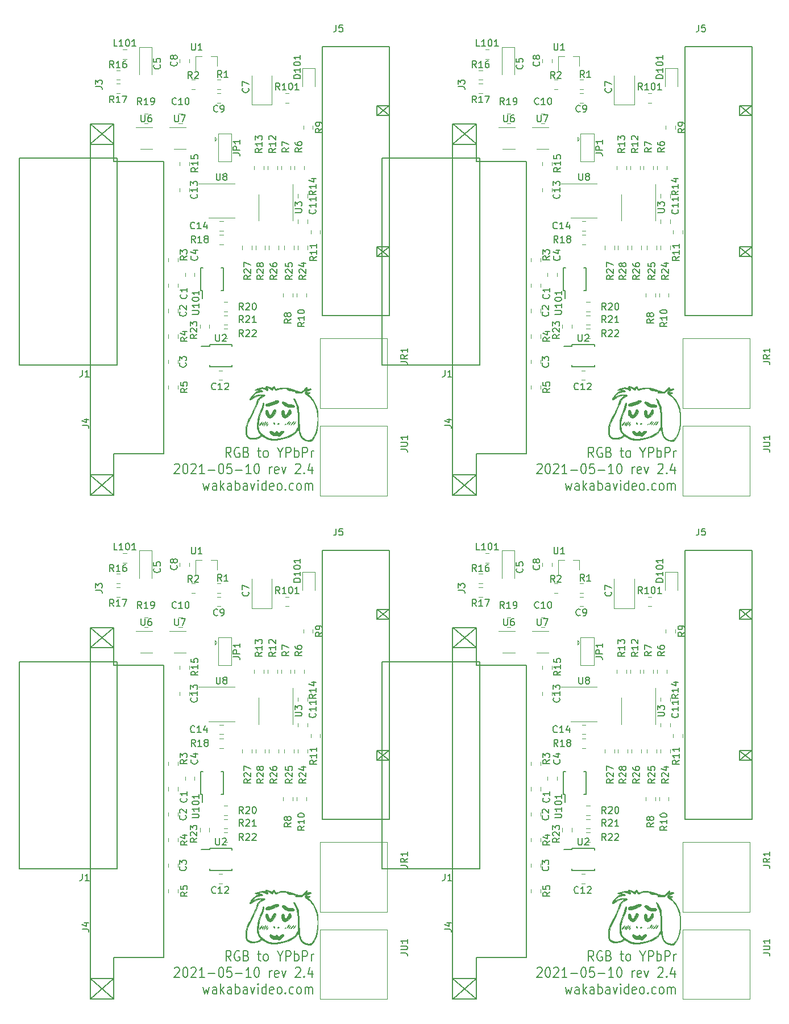
<source format=gbr>
%TF.GenerationSoftware,KiCad,Pcbnew,(5.1.9)-1*%
%TF.CreationDate,2021-05-10T07:03:41+12:00*%
%TF.ProjectId,output.RGB-to-component-panel,6f757470-7574-42e5-9247-422d746f2d63,rev?*%
%TF.SameCoordinates,Original*%
%TF.FileFunction,Legend,Top*%
%TF.FilePolarity,Positive*%
%FSLAX46Y46*%
G04 Gerber Fmt 4.6, Leading zero omitted, Abs format (unit mm)*
G04 Created by KiCad (PCBNEW (5.1.9)-1) date 2021-05-10 07:03:41*
%MOMM*%
%LPD*%
G01*
G04 APERTURE LIST*
%ADD10C,0.200000*%
%ADD11C,0.120000*%
%ADD12C,0.150000*%
%ADD13C,0.010000*%
G04 APERTURE END LIST*
D10*
X46327142Y-178128571D02*
X45893809Y-177414285D01*
X45584285Y-178128571D02*
X45584285Y-176628571D01*
X46079523Y-176628571D01*
X46203333Y-176700000D01*
X46265238Y-176771428D01*
X46327142Y-176914285D01*
X46327142Y-177128571D01*
X46265238Y-177271428D01*
X46203333Y-177342857D01*
X46079523Y-177414285D01*
X45584285Y-177414285D01*
X47565238Y-176700000D02*
X47441428Y-176628571D01*
X47255714Y-176628571D01*
X47070000Y-176700000D01*
X46946190Y-176842857D01*
X46884285Y-176985714D01*
X46822380Y-177271428D01*
X46822380Y-177485714D01*
X46884285Y-177771428D01*
X46946190Y-177914285D01*
X47070000Y-178057142D01*
X47255714Y-178128571D01*
X47379523Y-178128571D01*
X47565238Y-178057142D01*
X47627142Y-177985714D01*
X47627142Y-177485714D01*
X47379523Y-177485714D01*
X48617619Y-177342857D02*
X48803333Y-177414285D01*
X48865238Y-177485714D01*
X48927142Y-177628571D01*
X48927142Y-177842857D01*
X48865238Y-177985714D01*
X48803333Y-178057142D01*
X48679523Y-178128571D01*
X48184285Y-178128571D01*
X48184285Y-176628571D01*
X48617619Y-176628571D01*
X48741428Y-176700000D01*
X48803333Y-176771428D01*
X48865238Y-176914285D01*
X48865238Y-177057142D01*
X48803333Y-177200000D01*
X48741428Y-177271428D01*
X48617619Y-177342857D01*
X48184285Y-177342857D01*
X50289047Y-177128571D02*
X50784285Y-177128571D01*
X50474761Y-176628571D02*
X50474761Y-177914285D01*
X50536666Y-178057142D01*
X50660476Y-178128571D01*
X50784285Y-178128571D01*
X51403333Y-178128571D02*
X51279523Y-178057142D01*
X51217619Y-177985714D01*
X51155714Y-177842857D01*
X51155714Y-177414285D01*
X51217619Y-177271428D01*
X51279523Y-177200000D01*
X51403333Y-177128571D01*
X51589047Y-177128571D01*
X51712857Y-177200000D01*
X51774761Y-177271428D01*
X51836666Y-177414285D01*
X51836666Y-177842857D01*
X51774761Y-177985714D01*
X51712857Y-178057142D01*
X51589047Y-178128571D01*
X51403333Y-178128571D01*
X53631904Y-177414285D02*
X53631904Y-178128571D01*
X53198571Y-176628571D02*
X53631904Y-177414285D01*
X54065238Y-176628571D01*
X54498571Y-178128571D02*
X54498571Y-176628571D01*
X54993809Y-176628571D01*
X55117619Y-176700000D01*
X55179523Y-176771428D01*
X55241428Y-176914285D01*
X55241428Y-177128571D01*
X55179523Y-177271428D01*
X55117619Y-177342857D01*
X54993809Y-177414285D01*
X54498571Y-177414285D01*
X55798571Y-178128571D02*
X55798571Y-176628571D01*
X55798571Y-177200000D02*
X55922380Y-177128571D01*
X56170000Y-177128571D01*
X56293809Y-177200000D01*
X56355714Y-177271428D01*
X56417619Y-177414285D01*
X56417619Y-177842857D01*
X56355714Y-177985714D01*
X56293809Y-178057142D01*
X56170000Y-178128571D01*
X55922380Y-178128571D01*
X55798571Y-178057142D01*
X56974761Y-178128571D02*
X56974761Y-176628571D01*
X57470000Y-176628571D01*
X57593809Y-176700000D01*
X57655714Y-176771428D01*
X57717619Y-176914285D01*
X57717619Y-177128571D01*
X57655714Y-177271428D01*
X57593809Y-177342857D01*
X57470000Y-177414285D01*
X56974761Y-177414285D01*
X58274761Y-178128571D02*
X58274761Y-177128571D01*
X58274761Y-177414285D02*
X58336666Y-177271428D01*
X58398571Y-177200000D01*
X58522380Y-177128571D01*
X58646190Y-177128571D01*
X37908095Y-179221428D02*
X37970000Y-179150000D01*
X38093809Y-179078571D01*
X38403333Y-179078571D01*
X38527142Y-179150000D01*
X38589047Y-179221428D01*
X38650952Y-179364285D01*
X38650952Y-179507142D01*
X38589047Y-179721428D01*
X37846190Y-180578571D01*
X38650952Y-180578571D01*
X39455714Y-179078571D02*
X39579523Y-179078571D01*
X39703333Y-179150000D01*
X39765238Y-179221428D01*
X39827142Y-179364285D01*
X39889047Y-179650000D01*
X39889047Y-180007142D01*
X39827142Y-180292857D01*
X39765238Y-180435714D01*
X39703333Y-180507142D01*
X39579523Y-180578571D01*
X39455714Y-180578571D01*
X39331904Y-180507142D01*
X39270000Y-180435714D01*
X39208095Y-180292857D01*
X39146190Y-180007142D01*
X39146190Y-179650000D01*
X39208095Y-179364285D01*
X39270000Y-179221428D01*
X39331904Y-179150000D01*
X39455714Y-179078571D01*
X40384285Y-179221428D02*
X40446190Y-179150000D01*
X40570000Y-179078571D01*
X40879523Y-179078571D01*
X41003333Y-179150000D01*
X41065238Y-179221428D01*
X41127142Y-179364285D01*
X41127142Y-179507142D01*
X41065238Y-179721428D01*
X40322380Y-180578571D01*
X41127142Y-180578571D01*
X42365238Y-180578571D02*
X41622380Y-180578571D01*
X41993809Y-180578571D02*
X41993809Y-179078571D01*
X41870000Y-179292857D01*
X41746190Y-179435714D01*
X41622380Y-179507142D01*
X42922380Y-180007142D02*
X43912857Y-180007142D01*
X44779523Y-179078571D02*
X44903333Y-179078571D01*
X45027142Y-179150000D01*
X45089047Y-179221428D01*
X45150952Y-179364285D01*
X45212857Y-179650000D01*
X45212857Y-180007142D01*
X45150952Y-180292857D01*
X45089047Y-180435714D01*
X45027142Y-180507142D01*
X44903333Y-180578571D01*
X44779523Y-180578571D01*
X44655714Y-180507142D01*
X44593809Y-180435714D01*
X44531904Y-180292857D01*
X44470000Y-180007142D01*
X44470000Y-179650000D01*
X44531904Y-179364285D01*
X44593809Y-179221428D01*
X44655714Y-179150000D01*
X44779523Y-179078571D01*
X46389047Y-179078571D02*
X45770000Y-179078571D01*
X45708095Y-179792857D01*
X45770000Y-179721428D01*
X45893809Y-179650000D01*
X46203333Y-179650000D01*
X46327142Y-179721428D01*
X46389047Y-179792857D01*
X46450952Y-179935714D01*
X46450952Y-180292857D01*
X46389047Y-180435714D01*
X46327142Y-180507142D01*
X46203333Y-180578571D01*
X45893809Y-180578571D01*
X45770000Y-180507142D01*
X45708095Y-180435714D01*
X47008095Y-180007142D02*
X47998571Y-180007142D01*
X49298571Y-180578571D02*
X48555714Y-180578571D01*
X48927142Y-180578571D02*
X48927142Y-179078571D01*
X48803333Y-179292857D01*
X48679523Y-179435714D01*
X48555714Y-179507142D01*
X50103333Y-179078571D02*
X50227142Y-179078571D01*
X50350952Y-179150000D01*
X50412857Y-179221428D01*
X50474761Y-179364285D01*
X50536666Y-179650000D01*
X50536666Y-180007142D01*
X50474761Y-180292857D01*
X50412857Y-180435714D01*
X50350952Y-180507142D01*
X50227142Y-180578571D01*
X50103333Y-180578571D01*
X49979523Y-180507142D01*
X49917619Y-180435714D01*
X49855714Y-180292857D01*
X49793809Y-180007142D01*
X49793809Y-179650000D01*
X49855714Y-179364285D01*
X49917619Y-179221428D01*
X49979523Y-179150000D01*
X50103333Y-179078571D01*
X52084285Y-180578571D02*
X52084285Y-179578571D01*
X52084285Y-179864285D02*
X52146190Y-179721428D01*
X52208095Y-179650000D01*
X52331904Y-179578571D01*
X52455714Y-179578571D01*
X53384285Y-180507142D02*
X53260476Y-180578571D01*
X53012857Y-180578571D01*
X52889047Y-180507142D01*
X52827142Y-180364285D01*
X52827142Y-179792857D01*
X52889047Y-179650000D01*
X53012857Y-179578571D01*
X53260476Y-179578571D01*
X53384285Y-179650000D01*
X53446190Y-179792857D01*
X53446190Y-179935714D01*
X52827142Y-180078571D01*
X53879523Y-179578571D02*
X54189047Y-180578571D01*
X54498571Y-179578571D01*
X55922380Y-179221428D02*
X55984285Y-179150000D01*
X56108095Y-179078571D01*
X56417619Y-179078571D01*
X56541428Y-179150000D01*
X56603333Y-179221428D01*
X56665238Y-179364285D01*
X56665238Y-179507142D01*
X56603333Y-179721428D01*
X55860476Y-180578571D01*
X56665238Y-180578571D01*
X57222380Y-180435714D02*
X57284285Y-180507142D01*
X57222380Y-180578571D01*
X57160476Y-180507142D01*
X57222380Y-180435714D01*
X57222380Y-180578571D01*
X58398571Y-179578571D02*
X58398571Y-180578571D01*
X58089047Y-179007142D02*
X57779523Y-180078571D01*
X58584285Y-180078571D01*
X42117619Y-182028571D02*
X42365238Y-183028571D01*
X42612857Y-182314285D01*
X42860476Y-183028571D01*
X43108095Y-182028571D01*
X44160476Y-183028571D02*
X44160476Y-182242857D01*
X44098571Y-182100000D01*
X43974761Y-182028571D01*
X43727142Y-182028571D01*
X43603333Y-182100000D01*
X44160476Y-182957142D02*
X44036666Y-183028571D01*
X43727142Y-183028571D01*
X43603333Y-182957142D01*
X43541428Y-182814285D01*
X43541428Y-182671428D01*
X43603333Y-182528571D01*
X43727142Y-182457142D01*
X44036666Y-182457142D01*
X44160476Y-182385714D01*
X44779523Y-183028571D02*
X44779523Y-181528571D01*
X44903333Y-182457142D02*
X45274761Y-183028571D01*
X45274761Y-182028571D02*
X44779523Y-182600000D01*
X46389047Y-183028571D02*
X46389047Y-182242857D01*
X46327142Y-182100000D01*
X46203333Y-182028571D01*
X45955714Y-182028571D01*
X45831904Y-182100000D01*
X46389047Y-182957142D02*
X46265238Y-183028571D01*
X45955714Y-183028571D01*
X45831904Y-182957142D01*
X45770000Y-182814285D01*
X45770000Y-182671428D01*
X45831904Y-182528571D01*
X45955714Y-182457142D01*
X46265238Y-182457142D01*
X46389047Y-182385714D01*
X47008095Y-183028571D02*
X47008095Y-181528571D01*
X47008095Y-182100000D02*
X47131904Y-182028571D01*
X47379523Y-182028571D01*
X47503333Y-182100000D01*
X47565238Y-182171428D01*
X47627142Y-182314285D01*
X47627142Y-182742857D01*
X47565238Y-182885714D01*
X47503333Y-182957142D01*
X47379523Y-183028571D01*
X47131904Y-183028571D01*
X47008095Y-182957142D01*
X48741428Y-183028571D02*
X48741428Y-182242857D01*
X48679523Y-182100000D01*
X48555714Y-182028571D01*
X48308095Y-182028571D01*
X48184285Y-182100000D01*
X48741428Y-182957142D02*
X48617619Y-183028571D01*
X48308095Y-183028571D01*
X48184285Y-182957142D01*
X48122380Y-182814285D01*
X48122380Y-182671428D01*
X48184285Y-182528571D01*
X48308095Y-182457142D01*
X48617619Y-182457142D01*
X48741428Y-182385714D01*
X49236666Y-182028571D02*
X49546190Y-183028571D01*
X49855714Y-182028571D01*
X50350952Y-183028571D02*
X50350952Y-182028571D01*
X50350952Y-181528571D02*
X50289047Y-181600000D01*
X50350952Y-181671428D01*
X50412857Y-181600000D01*
X50350952Y-181528571D01*
X50350952Y-181671428D01*
X51527142Y-183028571D02*
X51527142Y-181528571D01*
X51527142Y-182957142D02*
X51403333Y-183028571D01*
X51155714Y-183028571D01*
X51031904Y-182957142D01*
X50970000Y-182885714D01*
X50908095Y-182742857D01*
X50908095Y-182314285D01*
X50970000Y-182171428D01*
X51031904Y-182100000D01*
X51155714Y-182028571D01*
X51403333Y-182028571D01*
X51527142Y-182100000D01*
X52641428Y-182957142D02*
X52517619Y-183028571D01*
X52270000Y-183028571D01*
X52146190Y-182957142D01*
X52084285Y-182814285D01*
X52084285Y-182242857D01*
X52146190Y-182100000D01*
X52270000Y-182028571D01*
X52517619Y-182028571D01*
X52641428Y-182100000D01*
X52703333Y-182242857D01*
X52703333Y-182385714D01*
X52084285Y-182528571D01*
X53446190Y-183028571D02*
X53322380Y-182957142D01*
X53260476Y-182885714D01*
X53198571Y-182742857D01*
X53198571Y-182314285D01*
X53260476Y-182171428D01*
X53322380Y-182100000D01*
X53446190Y-182028571D01*
X53631904Y-182028571D01*
X53755714Y-182100000D01*
X53817619Y-182171428D01*
X53879523Y-182314285D01*
X53879523Y-182742857D01*
X53817619Y-182885714D01*
X53755714Y-182957142D01*
X53631904Y-183028571D01*
X53446190Y-183028571D01*
X54436666Y-182885714D02*
X54498571Y-182957142D01*
X54436666Y-183028571D01*
X54374761Y-182957142D01*
X54436666Y-182885714D01*
X54436666Y-183028571D01*
X55612857Y-182957142D02*
X55489047Y-183028571D01*
X55241428Y-183028571D01*
X55117619Y-182957142D01*
X55055714Y-182885714D01*
X54993809Y-182742857D01*
X54993809Y-182314285D01*
X55055714Y-182171428D01*
X55117619Y-182100000D01*
X55241428Y-182028571D01*
X55489047Y-182028571D01*
X55612857Y-182100000D01*
X56355714Y-183028571D02*
X56231904Y-182957142D01*
X56170000Y-182885714D01*
X56108095Y-182742857D01*
X56108095Y-182314285D01*
X56170000Y-182171428D01*
X56231904Y-182100000D01*
X56355714Y-182028571D01*
X56541428Y-182028571D01*
X56665238Y-182100000D01*
X56727142Y-182171428D01*
X56789047Y-182314285D01*
X56789047Y-182742857D01*
X56727142Y-182885714D01*
X56665238Y-182957142D01*
X56541428Y-183028571D01*
X56355714Y-183028571D01*
X57346190Y-183028571D02*
X57346190Y-182028571D01*
X57346190Y-182171428D02*
X57408095Y-182100000D01*
X57531904Y-182028571D01*
X57717619Y-182028571D01*
X57841428Y-182100000D01*
X57903333Y-182242857D01*
X57903333Y-183028571D01*
X57903333Y-182242857D02*
X57965238Y-182100000D01*
X58089047Y-182028571D01*
X58274761Y-182028571D01*
X58398571Y-182100000D01*
X58460476Y-182242857D01*
X58460476Y-183028571D01*
X100327142Y-178128571D02*
X99893809Y-177414285D01*
X99584285Y-178128571D02*
X99584285Y-176628571D01*
X100079523Y-176628571D01*
X100203333Y-176700000D01*
X100265238Y-176771428D01*
X100327142Y-176914285D01*
X100327142Y-177128571D01*
X100265238Y-177271428D01*
X100203333Y-177342857D01*
X100079523Y-177414285D01*
X99584285Y-177414285D01*
X101565238Y-176700000D02*
X101441428Y-176628571D01*
X101255714Y-176628571D01*
X101070000Y-176700000D01*
X100946190Y-176842857D01*
X100884285Y-176985714D01*
X100822380Y-177271428D01*
X100822380Y-177485714D01*
X100884285Y-177771428D01*
X100946190Y-177914285D01*
X101070000Y-178057142D01*
X101255714Y-178128571D01*
X101379523Y-178128571D01*
X101565238Y-178057142D01*
X101627142Y-177985714D01*
X101627142Y-177485714D01*
X101379523Y-177485714D01*
X102617619Y-177342857D02*
X102803333Y-177414285D01*
X102865238Y-177485714D01*
X102927142Y-177628571D01*
X102927142Y-177842857D01*
X102865238Y-177985714D01*
X102803333Y-178057142D01*
X102679523Y-178128571D01*
X102184285Y-178128571D01*
X102184285Y-176628571D01*
X102617619Y-176628571D01*
X102741428Y-176700000D01*
X102803333Y-176771428D01*
X102865238Y-176914285D01*
X102865238Y-177057142D01*
X102803333Y-177200000D01*
X102741428Y-177271428D01*
X102617619Y-177342857D01*
X102184285Y-177342857D01*
X104289047Y-177128571D02*
X104784285Y-177128571D01*
X104474761Y-176628571D02*
X104474761Y-177914285D01*
X104536666Y-178057142D01*
X104660476Y-178128571D01*
X104784285Y-178128571D01*
X105403333Y-178128571D02*
X105279523Y-178057142D01*
X105217619Y-177985714D01*
X105155714Y-177842857D01*
X105155714Y-177414285D01*
X105217619Y-177271428D01*
X105279523Y-177200000D01*
X105403333Y-177128571D01*
X105589047Y-177128571D01*
X105712857Y-177200000D01*
X105774761Y-177271428D01*
X105836666Y-177414285D01*
X105836666Y-177842857D01*
X105774761Y-177985714D01*
X105712857Y-178057142D01*
X105589047Y-178128571D01*
X105403333Y-178128571D01*
X107631904Y-177414285D02*
X107631904Y-178128571D01*
X107198571Y-176628571D02*
X107631904Y-177414285D01*
X108065238Y-176628571D01*
X108498571Y-178128571D02*
X108498571Y-176628571D01*
X108993809Y-176628571D01*
X109117619Y-176700000D01*
X109179523Y-176771428D01*
X109241428Y-176914285D01*
X109241428Y-177128571D01*
X109179523Y-177271428D01*
X109117619Y-177342857D01*
X108993809Y-177414285D01*
X108498571Y-177414285D01*
X109798571Y-178128571D02*
X109798571Y-176628571D01*
X109798571Y-177200000D02*
X109922380Y-177128571D01*
X110170000Y-177128571D01*
X110293809Y-177200000D01*
X110355714Y-177271428D01*
X110417619Y-177414285D01*
X110417619Y-177842857D01*
X110355714Y-177985714D01*
X110293809Y-178057142D01*
X110170000Y-178128571D01*
X109922380Y-178128571D01*
X109798571Y-178057142D01*
X110974761Y-178128571D02*
X110974761Y-176628571D01*
X111470000Y-176628571D01*
X111593809Y-176700000D01*
X111655714Y-176771428D01*
X111717619Y-176914285D01*
X111717619Y-177128571D01*
X111655714Y-177271428D01*
X111593809Y-177342857D01*
X111470000Y-177414285D01*
X110974761Y-177414285D01*
X112274761Y-178128571D02*
X112274761Y-177128571D01*
X112274761Y-177414285D02*
X112336666Y-177271428D01*
X112398571Y-177200000D01*
X112522380Y-177128571D01*
X112646190Y-177128571D01*
X91908095Y-179221428D02*
X91970000Y-179150000D01*
X92093809Y-179078571D01*
X92403333Y-179078571D01*
X92527142Y-179150000D01*
X92589047Y-179221428D01*
X92650952Y-179364285D01*
X92650952Y-179507142D01*
X92589047Y-179721428D01*
X91846190Y-180578571D01*
X92650952Y-180578571D01*
X93455714Y-179078571D02*
X93579523Y-179078571D01*
X93703333Y-179150000D01*
X93765238Y-179221428D01*
X93827142Y-179364285D01*
X93889047Y-179650000D01*
X93889047Y-180007142D01*
X93827142Y-180292857D01*
X93765238Y-180435714D01*
X93703333Y-180507142D01*
X93579523Y-180578571D01*
X93455714Y-180578571D01*
X93331904Y-180507142D01*
X93270000Y-180435714D01*
X93208095Y-180292857D01*
X93146190Y-180007142D01*
X93146190Y-179650000D01*
X93208095Y-179364285D01*
X93270000Y-179221428D01*
X93331904Y-179150000D01*
X93455714Y-179078571D01*
X94384285Y-179221428D02*
X94446190Y-179150000D01*
X94570000Y-179078571D01*
X94879523Y-179078571D01*
X95003333Y-179150000D01*
X95065238Y-179221428D01*
X95127142Y-179364285D01*
X95127142Y-179507142D01*
X95065238Y-179721428D01*
X94322380Y-180578571D01*
X95127142Y-180578571D01*
X96365238Y-180578571D02*
X95622380Y-180578571D01*
X95993809Y-180578571D02*
X95993809Y-179078571D01*
X95870000Y-179292857D01*
X95746190Y-179435714D01*
X95622380Y-179507142D01*
X96922380Y-180007142D02*
X97912857Y-180007142D01*
X98779523Y-179078571D02*
X98903333Y-179078571D01*
X99027142Y-179150000D01*
X99089047Y-179221428D01*
X99150952Y-179364285D01*
X99212857Y-179650000D01*
X99212857Y-180007142D01*
X99150952Y-180292857D01*
X99089047Y-180435714D01*
X99027142Y-180507142D01*
X98903333Y-180578571D01*
X98779523Y-180578571D01*
X98655714Y-180507142D01*
X98593809Y-180435714D01*
X98531904Y-180292857D01*
X98470000Y-180007142D01*
X98470000Y-179650000D01*
X98531904Y-179364285D01*
X98593809Y-179221428D01*
X98655714Y-179150000D01*
X98779523Y-179078571D01*
X100389047Y-179078571D02*
X99770000Y-179078571D01*
X99708095Y-179792857D01*
X99770000Y-179721428D01*
X99893809Y-179650000D01*
X100203333Y-179650000D01*
X100327142Y-179721428D01*
X100389047Y-179792857D01*
X100450952Y-179935714D01*
X100450952Y-180292857D01*
X100389047Y-180435714D01*
X100327142Y-180507142D01*
X100203333Y-180578571D01*
X99893809Y-180578571D01*
X99770000Y-180507142D01*
X99708095Y-180435714D01*
X101008095Y-180007142D02*
X101998571Y-180007142D01*
X103298571Y-180578571D02*
X102555714Y-180578571D01*
X102927142Y-180578571D02*
X102927142Y-179078571D01*
X102803333Y-179292857D01*
X102679523Y-179435714D01*
X102555714Y-179507142D01*
X104103333Y-179078571D02*
X104227142Y-179078571D01*
X104350952Y-179150000D01*
X104412857Y-179221428D01*
X104474761Y-179364285D01*
X104536666Y-179650000D01*
X104536666Y-180007142D01*
X104474761Y-180292857D01*
X104412857Y-180435714D01*
X104350952Y-180507142D01*
X104227142Y-180578571D01*
X104103333Y-180578571D01*
X103979523Y-180507142D01*
X103917619Y-180435714D01*
X103855714Y-180292857D01*
X103793809Y-180007142D01*
X103793809Y-179650000D01*
X103855714Y-179364285D01*
X103917619Y-179221428D01*
X103979523Y-179150000D01*
X104103333Y-179078571D01*
X106084285Y-180578571D02*
X106084285Y-179578571D01*
X106084285Y-179864285D02*
X106146190Y-179721428D01*
X106208095Y-179650000D01*
X106331904Y-179578571D01*
X106455714Y-179578571D01*
X107384285Y-180507142D02*
X107260476Y-180578571D01*
X107012857Y-180578571D01*
X106889047Y-180507142D01*
X106827142Y-180364285D01*
X106827142Y-179792857D01*
X106889047Y-179650000D01*
X107012857Y-179578571D01*
X107260476Y-179578571D01*
X107384285Y-179650000D01*
X107446190Y-179792857D01*
X107446190Y-179935714D01*
X106827142Y-180078571D01*
X107879523Y-179578571D02*
X108189047Y-180578571D01*
X108498571Y-179578571D01*
X109922380Y-179221428D02*
X109984285Y-179150000D01*
X110108095Y-179078571D01*
X110417619Y-179078571D01*
X110541428Y-179150000D01*
X110603333Y-179221428D01*
X110665238Y-179364285D01*
X110665238Y-179507142D01*
X110603333Y-179721428D01*
X109860476Y-180578571D01*
X110665238Y-180578571D01*
X111222380Y-180435714D02*
X111284285Y-180507142D01*
X111222380Y-180578571D01*
X111160476Y-180507142D01*
X111222380Y-180435714D01*
X111222380Y-180578571D01*
X112398571Y-179578571D02*
X112398571Y-180578571D01*
X112089047Y-179007142D02*
X111779523Y-180078571D01*
X112584285Y-180078571D01*
X96117619Y-182028571D02*
X96365238Y-183028571D01*
X96612857Y-182314285D01*
X96860476Y-183028571D01*
X97108095Y-182028571D01*
X98160476Y-183028571D02*
X98160476Y-182242857D01*
X98098571Y-182100000D01*
X97974761Y-182028571D01*
X97727142Y-182028571D01*
X97603333Y-182100000D01*
X98160476Y-182957142D02*
X98036666Y-183028571D01*
X97727142Y-183028571D01*
X97603333Y-182957142D01*
X97541428Y-182814285D01*
X97541428Y-182671428D01*
X97603333Y-182528571D01*
X97727142Y-182457142D01*
X98036666Y-182457142D01*
X98160476Y-182385714D01*
X98779523Y-183028571D02*
X98779523Y-181528571D01*
X98903333Y-182457142D02*
X99274761Y-183028571D01*
X99274761Y-182028571D02*
X98779523Y-182600000D01*
X100389047Y-183028571D02*
X100389047Y-182242857D01*
X100327142Y-182100000D01*
X100203333Y-182028571D01*
X99955714Y-182028571D01*
X99831904Y-182100000D01*
X100389047Y-182957142D02*
X100265238Y-183028571D01*
X99955714Y-183028571D01*
X99831904Y-182957142D01*
X99770000Y-182814285D01*
X99770000Y-182671428D01*
X99831904Y-182528571D01*
X99955714Y-182457142D01*
X100265238Y-182457142D01*
X100389047Y-182385714D01*
X101008095Y-183028571D02*
X101008095Y-181528571D01*
X101008095Y-182100000D02*
X101131904Y-182028571D01*
X101379523Y-182028571D01*
X101503333Y-182100000D01*
X101565238Y-182171428D01*
X101627142Y-182314285D01*
X101627142Y-182742857D01*
X101565238Y-182885714D01*
X101503333Y-182957142D01*
X101379523Y-183028571D01*
X101131904Y-183028571D01*
X101008095Y-182957142D01*
X102741428Y-183028571D02*
X102741428Y-182242857D01*
X102679523Y-182100000D01*
X102555714Y-182028571D01*
X102308095Y-182028571D01*
X102184285Y-182100000D01*
X102741428Y-182957142D02*
X102617619Y-183028571D01*
X102308095Y-183028571D01*
X102184285Y-182957142D01*
X102122380Y-182814285D01*
X102122380Y-182671428D01*
X102184285Y-182528571D01*
X102308095Y-182457142D01*
X102617619Y-182457142D01*
X102741428Y-182385714D01*
X103236666Y-182028571D02*
X103546190Y-183028571D01*
X103855714Y-182028571D01*
X104350952Y-183028571D02*
X104350952Y-182028571D01*
X104350952Y-181528571D02*
X104289047Y-181600000D01*
X104350952Y-181671428D01*
X104412857Y-181600000D01*
X104350952Y-181528571D01*
X104350952Y-181671428D01*
X105527142Y-183028571D02*
X105527142Y-181528571D01*
X105527142Y-182957142D02*
X105403333Y-183028571D01*
X105155714Y-183028571D01*
X105031904Y-182957142D01*
X104970000Y-182885714D01*
X104908095Y-182742857D01*
X104908095Y-182314285D01*
X104970000Y-182171428D01*
X105031904Y-182100000D01*
X105155714Y-182028571D01*
X105403333Y-182028571D01*
X105527142Y-182100000D01*
X106641428Y-182957142D02*
X106517619Y-183028571D01*
X106270000Y-183028571D01*
X106146190Y-182957142D01*
X106084285Y-182814285D01*
X106084285Y-182242857D01*
X106146190Y-182100000D01*
X106270000Y-182028571D01*
X106517619Y-182028571D01*
X106641428Y-182100000D01*
X106703333Y-182242857D01*
X106703333Y-182385714D01*
X106084285Y-182528571D01*
X107446190Y-183028571D02*
X107322380Y-182957142D01*
X107260476Y-182885714D01*
X107198571Y-182742857D01*
X107198571Y-182314285D01*
X107260476Y-182171428D01*
X107322380Y-182100000D01*
X107446190Y-182028571D01*
X107631904Y-182028571D01*
X107755714Y-182100000D01*
X107817619Y-182171428D01*
X107879523Y-182314285D01*
X107879523Y-182742857D01*
X107817619Y-182885714D01*
X107755714Y-182957142D01*
X107631904Y-183028571D01*
X107446190Y-183028571D01*
X108436666Y-182885714D02*
X108498571Y-182957142D01*
X108436666Y-183028571D01*
X108374761Y-182957142D01*
X108436666Y-182885714D01*
X108436666Y-183028571D01*
X109612857Y-182957142D02*
X109489047Y-183028571D01*
X109241428Y-183028571D01*
X109117619Y-182957142D01*
X109055714Y-182885714D01*
X108993809Y-182742857D01*
X108993809Y-182314285D01*
X109055714Y-182171428D01*
X109117619Y-182100000D01*
X109241428Y-182028571D01*
X109489047Y-182028571D01*
X109612857Y-182100000D01*
X110355714Y-183028571D02*
X110231904Y-182957142D01*
X110170000Y-182885714D01*
X110108095Y-182742857D01*
X110108095Y-182314285D01*
X110170000Y-182171428D01*
X110231904Y-182100000D01*
X110355714Y-182028571D01*
X110541428Y-182028571D01*
X110665238Y-182100000D01*
X110727142Y-182171428D01*
X110789047Y-182314285D01*
X110789047Y-182742857D01*
X110727142Y-182885714D01*
X110665238Y-182957142D01*
X110541428Y-183028571D01*
X110355714Y-183028571D01*
X111346190Y-183028571D02*
X111346190Y-182028571D01*
X111346190Y-182171428D02*
X111408095Y-182100000D01*
X111531904Y-182028571D01*
X111717619Y-182028571D01*
X111841428Y-182100000D01*
X111903333Y-182242857D01*
X111903333Y-183028571D01*
X111903333Y-182242857D02*
X111965238Y-182100000D01*
X112089047Y-182028571D01*
X112274761Y-182028571D01*
X112398571Y-182100000D01*
X112460476Y-182242857D01*
X112460476Y-183028571D01*
X100327142Y-103128571D02*
X99893809Y-102414285D01*
X99584285Y-103128571D02*
X99584285Y-101628571D01*
X100079523Y-101628571D01*
X100203333Y-101700000D01*
X100265238Y-101771428D01*
X100327142Y-101914285D01*
X100327142Y-102128571D01*
X100265238Y-102271428D01*
X100203333Y-102342857D01*
X100079523Y-102414285D01*
X99584285Y-102414285D01*
X101565238Y-101700000D02*
X101441428Y-101628571D01*
X101255714Y-101628571D01*
X101070000Y-101700000D01*
X100946190Y-101842857D01*
X100884285Y-101985714D01*
X100822380Y-102271428D01*
X100822380Y-102485714D01*
X100884285Y-102771428D01*
X100946190Y-102914285D01*
X101070000Y-103057142D01*
X101255714Y-103128571D01*
X101379523Y-103128571D01*
X101565238Y-103057142D01*
X101627142Y-102985714D01*
X101627142Y-102485714D01*
X101379523Y-102485714D01*
X102617619Y-102342857D02*
X102803333Y-102414285D01*
X102865238Y-102485714D01*
X102927142Y-102628571D01*
X102927142Y-102842857D01*
X102865238Y-102985714D01*
X102803333Y-103057142D01*
X102679523Y-103128571D01*
X102184285Y-103128571D01*
X102184285Y-101628571D01*
X102617619Y-101628571D01*
X102741428Y-101700000D01*
X102803333Y-101771428D01*
X102865238Y-101914285D01*
X102865238Y-102057142D01*
X102803333Y-102200000D01*
X102741428Y-102271428D01*
X102617619Y-102342857D01*
X102184285Y-102342857D01*
X104289047Y-102128571D02*
X104784285Y-102128571D01*
X104474761Y-101628571D02*
X104474761Y-102914285D01*
X104536666Y-103057142D01*
X104660476Y-103128571D01*
X104784285Y-103128571D01*
X105403333Y-103128571D02*
X105279523Y-103057142D01*
X105217619Y-102985714D01*
X105155714Y-102842857D01*
X105155714Y-102414285D01*
X105217619Y-102271428D01*
X105279523Y-102200000D01*
X105403333Y-102128571D01*
X105589047Y-102128571D01*
X105712857Y-102200000D01*
X105774761Y-102271428D01*
X105836666Y-102414285D01*
X105836666Y-102842857D01*
X105774761Y-102985714D01*
X105712857Y-103057142D01*
X105589047Y-103128571D01*
X105403333Y-103128571D01*
X107631904Y-102414285D02*
X107631904Y-103128571D01*
X107198571Y-101628571D02*
X107631904Y-102414285D01*
X108065238Y-101628571D01*
X108498571Y-103128571D02*
X108498571Y-101628571D01*
X108993809Y-101628571D01*
X109117619Y-101700000D01*
X109179523Y-101771428D01*
X109241428Y-101914285D01*
X109241428Y-102128571D01*
X109179523Y-102271428D01*
X109117619Y-102342857D01*
X108993809Y-102414285D01*
X108498571Y-102414285D01*
X109798571Y-103128571D02*
X109798571Y-101628571D01*
X109798571Y-102200000D02*
X109922380Y-102128571D01*
X110170000Y-102128571D01*
X110293809Y-102200000D01*
X110355714Y-102271428D01*
X110417619Y-102414285D01*
X110417619Y-102842857D01*
X110355714Y-102985714D01*
X110293809Y-103057142D01*
X110170000Y-103128571D01*
X109922380Y-103128571D01*
X109798571Y-103057142D01*
X110974761Y-103128571D02*
X110974761Y-101628571D01*
X111470000Y-101628571D01*
X111593809Y-101700000D01*
X111655714Y-101771428D01*
X111717619Y-101914285D01*
X111717619Y-102128571D01*
X111655714Y-102271428D01*
X111593809Y-102342857D01*
X111470000Y-102414285D01*
X110974761Y-102414285D01*
X112274761Y-103128571D02*
X112274761Y-102128571D01*
X112274761Y-102414285D02*
X112336666Y-102271428D01*
X112398571Y-102200000D01*
X112522380Y-102128571D01*
X112646190Y-102128571D01*
X91908095Y-104221428D02*
X91970000Y-104150000D01*
X92093809Y-104078571D01*
X92403333Y-104078571D01*
X92527142Y-104150000D01*
X92589047Y-104221428D01*
X92650952Y-104364285D01*
X92650952Y-104507142D01*
X92589047Y-104721428D01*
X91846190Y-105578571D01*
X92650952Y-105578571D01*
X93455714Y-104078571D02*
X93579523Y-104078571D01*
X93703333Y-104150000D01*
X93765238Y-104221428D01*
X93827142Y-104364285D01*
X93889047Y-104650000D01*
X93889047Y-105007142D01*
X93827142Y-105292857D01*
X93765238Y-105435714D01*
X93703333Y-105507142D01*
X93579523Y-105578571D01*
X93455714Y-105578571D01*
X93331904Y-105507142D01*
X93270000Y-105435714D01*
X93208095Y-105292857D01*
X93146190Y-105007142D01*
X93146190Y-104650000D01*
X93208095Y-104364285D01*
X93270000Y-104221428D01*
X93331904Y-104150000D01*
X93455714Y-104078571D01*
X94384285Y-104221428D02*
X94446190Y-104150000D01*
X94570000Y-104078571D01*
X94879523Y-104078571D01*
X95003333Y-104150000D01*
X95065238Y-104221428D01*
X95127142Y-104364285D01*
X95127142Y-104507142D01*
X95065238Y-104721428D01*
X94322380Y-105578571D01*
X95127142Y-105578571D01*
X96365238Y-105578571D02*
X95622380Y-105578571D01*
X95993809Y-105578571D02*
X95993809Y-104078571D01*
X95870000Y-104292857D01*
X95746190Y-104435714D01*
X95622380Y-104507142D01*
X96922380Y-105007142D02*
X97912857Y-105007142D01*
X98779523Y-104078571D02*
X98903333Y-104078571D01*
X99027142Y-104150000D01*
X99089047Y-104221428D01*
X99150952Y-104364285D01*
X99212857Y-104650000D01*
X99212857Y-105007142D01*
X99150952Y-105292857D01*
X99089047Y-105435714D01*
X99027142Y-105507142D01*
X98903333Y-105578571D01*
X98779523Y-105578571D01*
X98655714Y-105507142D01*
X98593809Y-105435714D01*
X98531904Y-105292857D01*
X98470000Y-105007142D01*
X98470000Y-104650000D01*
X98531904Y-104364285D01*
X98593809Y-104221428D01*
X98655714Y-104150000D01*
X98779523Y-104078571D01*
X100389047Y-104078571D02*
X99770000Y-104078571D01*
X99708095Y-104792857D01*
X99770000Y-104721428D01*
X99893809Y-104650000D01*
X100203333Y-104650000D01*
X100327142Y-104721428D01*
X100389047Y-104792857D01*
X100450952Y-104935714D01*
X100450952Y-105292857D01*
X100389047Y-105435714D01*
X100327142Y-105507142D01*
X100203333Y-105578571D01*
X99893809Y-105578571D01*
X99770000Y-105507142D01*
X99708095Y-105435714D01*
X101008095Y-105007142D02*
X101998571Y-105007142D01*
X103298571Y-105578571D02*
X102555714Y-105578571D01*
X102927142Y-105578571D02*
X102927142Y-104078571D01*
X102803333Y-104292857D01*
X102679523Y-104435714D01*
X102555714Y-104507142D01*
X104103333Y-104078571D02*
X104227142Y-104078571D01*
X104350952Y-104150000D01*
X104412857Y-104221428D01*
X104474761Y-104364285D01*
X104536666Y-104650000D01*
X104536666Y-105007142D01*
X104474761Y-105292857D01*
X104412857Y-105435714D01*
X104350952Y-105507142D01*
X104227142Y-105578571D01*
X104103333Y-105578571D01*
X103979523Y-105507142D01*
X103917619Y-105435714D01*
X103855714Y-105292857D01*
X103793809Y-105007142D01*
X103793809Y-104650000D01*
X103855714Y-104364285D01*
X103917619Y-104221428D01*
X103979523Y-104150000D01*
X104103333Y-104078571D01*
X106084285Y-105578571D02*
X106084285Y-104578571D01*
X106084285Y-104864285D02*
X106146190Y-104721428D01*
X106208095Y-104650000D01*
X106331904Y-104578571D01*
X106455714Y-104578571D01*
X107384285Y-105507142D02*
X107260476Y-105578571D01*
X107012857Y-105578571D01*
X106889047Y-105507142D01*
X106827142Y-105364285D01*
X106827142Y-104792857D01*
X106889047Y-104650000D01*
X107012857Y-104578571D01*
X107260476Y-104578571D01*
X107384285Y-104650000D01*
X107446190Y-104792857D01*
X107446190Y-104935714D01*
X106827142Y-105078571D01*
X107879523Y-104578571D02*
X108189047Y-105578571D01*
X108498571Y-104578571D01*
X109922380Y-104221428D02*
X109984285Y-104150000D01*
X110108095Y-104078571D01*
X110417619Y-104078571D01*
X110541428Y-104150000D01*
X110603333Y-104221428D01*
X110665238Y-104364285D01*
X110665238Y-104507142D01*
X110603333Y-104721428D01*
X109860476Y-105578571D01*
X110665238Y-105578571D01*
X111222380Y-105435714D02*
X111284285Y-105507142D01*
X111222380Y-105578571D01*
X111160476Y-105507142D01*
X111222380Y-105435714D01*
X111222380Y-105578571D01*
X112398571Y-104578571D02*
X112398571Y-105578571D01*
X112089047Y-104007142D02*
X111779523Y-105078571D01*
X112584285Y-105078571D01*
X96117619Y-107028571D02*
X96365238Y-108028571D01*
X96612857Y-107314285D01*
X96860476Y-108028571D01*
X97108095Y-107028571D01*
X98160476Y-108028571D02*
X98160476Y-107242857D01*
X98098571Y-107100000D01*
X97974761Y-107028571D01*
X97727142Y-107028571D01*
X97603333Y-107100000D01*
X98160476Y-107957142D02*
X98036666Y-108028571D01*
X97727142Y-108028571D01*
X97603333Y-107957142D01*
X97541428Y-107814285D01*
X97541428Y-107671428D01*
X97603333Y-107528571D01*
X97727142Y-107457142D01*
X98036666Y-107457142D01*
X98160476Y-107385714D01*
X98779523Y-108028571D02*
X98779523Y-106528571D01*
X98903333Y-107457142D02*
X99274761Y-108028571D01*
X99274761Y-107028571D02*
X98779523Y-107600000D01*
X100389047Y-108028571D02*
X100389047Y-107242857D01*
X100327142Y-107100000D01*
X100203333Y-107028571D01*
X99955714Y-107028571D01*
X99831904Y-107100000D01*
X100389047Y-107957142D02*
X100265238Y-108028571D01*
X99955714Y-108028571D01*
X99831904Y-107957142D01*
X99770000Y-107814285D01*
X99770000Y-107671428D01*
X99831904Y-107528571D01*
X99955714Y-107457142D01*
X100265238Y-107457142D01*
X100389047Y-107385714D01*
X101008095Y-108028571D02*
X101008095Y-106528571D01*
X101008095Y-107100000D02*
X101131904Y-107028571D01*
X101379523Y-107028571D01*
X101503333Y-107100000D01*
X101565238Y-107171428D01*
X101627142Y-107314285D01*
X101627142Y-107742857D01*
X101565238Y-107885714D01*
X101503333Y-107957142D01*
X101379523Y-108028571D01*
X101131904Y-108028571D01*
X101008095Y-107957142D01*
X102741428Y-108028571D02*
X102741428Y-107242857D01*
X102679523Y-107100000D01*
X102555714Y-107028571D01*
X102308095Y-107028571D01*
X102184285Y-107100000D01*
X102741428Y-107957142D02*
X102617619Y-108028571D01*
X102308095Y-108028571D01*
X102184285Y-107957142D01*
X102122380Y-107814285D01*
X102122380Y-107671428D01*
X102184285Y-107528571D01*
X102308095Y-107457142D01*
X102617619Y-107457142D01*
X102741428Y-107385714D01*
X103236666Y-107028571D02*
X103546190Y-108028571D01*
X103855714Y-107028571D01*
X104350952Y-108028571D02*
X104350952Y-107028571D01*
X104350952Y-106528571D02*
X104289047Y-106600000D01*
X104350952Y-106671428D01*
X104412857Y-106600000D01*
X104350952Y-106528571D01*
X104350952Y-106671428D01*
X105527142Y-108028571D02*
X105527142Y-106528571D01*
X105527142Y-107957142D02*
X105403333Y-108028571D01*
X105155714Y-108028571D01*
X105031904Y-107957142D01*
X104970000Y-107885714D01*
X104908095Y-107742857D01*
X104908095Y-107314285D01*
X104970000Y-107171428D01*
X105031904Y-107100000D01*
X105155714Y-107028571D01*
X105403333Y-107028571D01*
X105527142Y-107100000D01*
X106641428Y-107957142D02*
X106517619Y-108028571D01*
X106270000Y-108028571D01*
X106146190Y-107957142D01*
X106084285Y-107814285D01*
X106084285Y-107242857D01*
X106146190Y-107100000D01*
X106270000Y-107028571D01*
X106517619Y-107028571D01*
X106641428Y-107100000D01*
X106703333Y-107242857D01*
X106703333Y-107385714D01*
X106084285Y-107528571D01*
X107446190Y-108028571D02*
X107322380Y-107957142D01*
X107260476Y-107885714D01*
X107198571Y-107742857D01*
X107198571Y-107314285D01*
X107260476Y-107171428D01*
X107322380Y-107100000D01*
X107446190Y-107028571D01*
X107631904Y-107028571D01*
X107755714Y-107100000D01*
X107817619Y-107171428D01*
X107879523Y-107314285D01*
X107879523Y-107742857D01*
X107817619Y-107885714D01*
X107755714Y-107957142D01*
X107631904Y-108028571D01*
X107446190Y-108028571D01*
X108436666Y-107885714D02*
X108498571Y-107957142D01*
X108436666Y-108028571D01*
X108374761Y-107957142D01*
X108436666Y-107885714D01*
X108436666Y-108028571D01*
X109612857Y-107957142D02*
X109489047Y-108028571D01*
X109241428Y-108028571D01*
X109117619Y-107957142D01*
X109055714Y-107885714D01*
X108993809Y-107742857D01*
X108993809Y-107314285D01*
X109055714Y-107171428D01*
X109117619Y-107100000D01*
X109241428Y-107028571D01*
X109489047Y-107028571D01*
X109612857Y-107100000D01*
X110355714Y-108028571D02*
X110231904Y-107957142D01*
X110170000Y-107885714D01*
X110108095Y-107742857D01*
X110108095Y-107314285D01*
X110170000Y-107171428D01*
X110231904Y-107100000D01*
X110355714Y-107028571D01*
X110541428Y-107028571D01*
X110665238Y-107100000D01*
X110727142Y-107171428D01*
X110789047Y-107314285D01*
X110789047Y-107742857D01*
X110727142Y-107885714D01*
X110665238Y-107957142D01*
X110541428Y-108028571D01*
X110355714Y-108028571D01*
X111346190Y-108028571D02*
X111346190Y-107028571D01*
X111346190Y-107171428D02*
X111408095Y-107100000D01*
X111531904Y-107028571D01*
X111717619Y-107028571D01*
X111841428Y-107100000D01*
X111903333Y-107242857D01*
X111903333Y-108028571D01*
X111903333Y-107242857D02*
X111965238Y-107100000D01*
X112089047Y-107028571D01*
X112274761Y-107028571D01*
X112398571Y-107100000D01*
X112460476Y-107242857D01*
X112460476Y-108028571D01*
X46327142Y-103128571D02*
X45893809Y-102414285D01*
X45584285Y-103128571D02*
X45584285Y-101628571D01*
X46079523Y-101628571D01*
X46203333Y-101700000D01*
X46265238Y-101771428D01*
X46327142Y-101914285D01*
X46327142Y-102128571D01*
X46265238Y-102271428D01*
X46203333Y-102342857D01*
X46079523Y-102414285D01*
X45584285Y-102414285D01*
X47565238Y-101700000D02*
X47441428Y-101628571D01*
X47255714Y-101628571D01*
X47070000Y-101700000D01*
X46946190Y-101842857D01*
X46884285Y-101985714D01*
X46822380Y-102271428D01*
X46822380Y-102485714D01*
X46884285Y-102771428D01*
X46946190Y-102914285D01*
X47070000Y-103057142D01*
X47255714Y-103128571D01*
X47379523Y-103128571D01*
X47565238Y-103057142D01*
X47627142Y-102985714D01*
X47627142Y-102485714D01*
X47379523Y-102485714D01*
X48617619Y-102342857D02*
X48803333Y-102414285D01*
X48865238Y-102485714D01*
X48927142Y-102628571D01*
X48927142Y-102842857D01*
X48865238Y-102985714D01*
X48803333Y-103057142D01*
X48679523Y-103128571D01*
X48184285Y-103128571D01*
X48184285Y-101628571D01*
X48617619Y-101628571D01*
X48741428Y-101700000D01*
X48803333Y-101771428D01*
X48865238Y-101914285D01*
X48865238Y-102057142D01*
X48803333Y-102200000D01*
X48741428Y-102271428D01*
X48617619Y-102342857D01*
X48184285Y-102342857D01*
X50289047Y-102128571D02*
X50784285Y-102128571D01*
X50474761Y-101628571D02*
X50474761Y-102914285D01*
X50536666Y-103057142D01*
X50660476Y-103128571D01*
X50784285Y-103128571D01*
X51403333Y-103128571D02*
X51279523Y-103057142D01*
X51217619Y-102985714D01*
X51155714Y-102842857D01*
X51155714Y-102414285D01*
X51217619Y-102271428D01*
X51279523Y-102200000D01*
X51403333Y-102128571D01*
X51589047Y-102128571D01*
X51712857Y-102200000D01*
X51774761Y-102271428D01*
X51836666Y-102414285D01*
X51836666Y-102842857D01*
X51774761Y-102985714D01*
X51712857Y-103057142D01*
X51589047Y-103128571D01*
X51403333Y-103128571D01*
X53631904Y-102414285D02*
X53631904Y-103128571D01*
X53198571Y-101628571D02*
X53631904Y-102414285D01*
X54065238Y-101628571D01*
X54498571Y-103128571D02*
X54498571Y-101628571D01*
X54993809Y-101628571D01*
X55117619Y-101700000D01*
X55179523Y-101771428D01*
X55241428Y-101914285D01*
X55241428Y-102128571D01*
X55179523Y-102271428D01*
X55117619Y-102342857D01*
X54993809Y-102414285D01*
X54498571Y-102414285D01*
X55798571Y-103128571D02*
X55798571Y-101628571D01*
X55798571Y-102200000D02*
X55922380Y-102128571D01*
X56170000Y-102128571D01*
X56293809Y-102200000D01*
X56355714Y-102271428D01*
X56417619Y-102414285D01*
X56417619Y-102842857D01*
X56355714Y-102985714D01*
X56293809Y-103057142D01*
X56170000Y-103128571D01*
X55922380Y-103128571D01*
X55798571Y-103057142D01*
X56974761Y-103128571D02*
X56974761Y-101628571D01*
X57470000Y-101628571D01*
X57593809Y-101700000D01*
X57655714Y-101771428D01*
X57717619Y-101914285D01*
X57717619Y-102128571D01*
X57655714Y-102271428D01*
X57593809Y-102342857D01*
X57470000Y-102414285D01*
X56974761Y-102414285D01*
X58274761Y-103128571D02*
X58274761Y-102128571D01*
X58274761Y-102414285D02*
X58336666Y-102271428D01*
X58398571Y-102200000D01*
X58522380Y-102128571D01*
X58646190Y-102128571D01*
X37908095Y-104221428D02*
X37970000Y-104150000D01*
X38093809Y-104078571D01*
X38403333Y-104078571D01*
X38527142Y-104150000D01*
X38589047Y-104221428D01*
X38650952Y-104364285D01*
X38650952Y-104507142D01*
X38589047Y-104721428D01*
X37846190Y-105578571D01*
X38650952Y-105578571D01*
X39455714Y-104078571D02*
X39579523Y-104078571D01*
X39703333Y-104150000D01*
X39765238Y-104221428D01*
X39827142Y-104364285D01*
X39889047Y-104650000D01*
X39889047Y-105007142D01*
X39827142Y-105292857D01*
X39765238Y-105435714D01*
X39703333Y-105507142D01*
X39579523Y-105578571D01*
X39455714Y-105578571D01*
X39331904Y-105507142D01*
X39270000Y-105435714D01*
X39208095Y-105292857D01*
X39146190Y-105007142D01*
X39146190Y-104650000D01*
X39208095Y-104364285D01*
X39270000Y-104221428D01*
X39331904Y-104150000D01*
X39455714Y-104078571D01*
X40384285Y-104221428D02*
X40446190Y-104150000D01*
X40570000Y-104078571D01*
X40879523Y-104078571D01*
X41003333Y-104150000D01*
X41065238Y-104221428D01*
X41127142Y-104364285D01*
X41127142Y-104507142D01*
X41065238Y-104721428D01*
X40322380Y-105578571D01*
X41127142Y-105578571D01*
X42365238Y-105578571D02*
X41622380Y-105578571D01*
X41993809Y-105578571D02*
X41993809Y-104078571D01*
X41870000Y-104292857D01*
X41746190Y-104435714D01*
X41622380Y-104507142D01*
X42922380Y-105007142D02*
X43912857Y-105007142D01*
X44779523Y-104078571D02*
X44903333Y-104078571D01*
X45027142Y-104150000D01*
X45089047Y-104221428D01*
X45150952Y-104364285D01*
X45212857Y-104650000D01*
X45212857Y-105007142D01*
X45150952Y-105292857D01*
X45089047Y-105435714D01*
X45027142Y-105507142D01*
X44903333Y-105578571D01*
X44779523Y-105578571D01*
X44655714Y-105507142D01*
X44593809Y-105435714D01*
X44531904Y-105292857D01*
X44470000Y-105007142D01*
X44470000Y-104650000D01*
X44531904Y-104364285D01*
X44593809Y-104221428D01*
X44655714Y-104150000D01*
X44779523Y-104078571D01*
X46389047Y-104078571D02*
X45770000Y-104078571D01*
X45708095Y-104792857D01*
X45770000Y-104721428D01*
X45893809Y-104650000D01*
X46203333Y-104650000D01*
X46327142Y-104721428D01*
X46389047Y-104792857D01*
X46450952Y-104935714D01*
X46450952Y-105292857D01*
X46389047Y-105435714D01*
X46327142Y-105507142D01*
X46203333Y-105578571D01*
X45893809Y-105578571D01*
X45770000Y-105507142D01*
X45708095Y-105435714D01*
X47008095Y-105007142D02*
X47998571Y-105007142D01*
X49298571Y-105578571D02*
X48555714Y-105578571D01*
X48927142Y-105578571D02*
X48927142Y-104078571D01*
X48803333Y-104292857D01*
X48679523Y-104435714D01*
X48555714Y-104507142D01*
X50103333Y-104078571D02*
X50227142Y-104078571D01*
X50350952Y-104150000D01*
X50412857Y-104221428D01*
X50474761Y-104364285D01*
X50536666Y-104650000D01*
X50536666Y-105007142D01*
X50474761Y-105292857D01*
X50412857Y-105435714D01*
X50350952Y-105507142D01*
X50227142Y-105578571D01*
X50103333Y-105578571D01*
X49979523Y-105507142D01*
X49917619Y-105435714D01*
X49855714Y-105292857D01*
X49793809Y-105007142D01*
X49793809Y-104650000D01*
X49855714Y-104364285D01*
X49917619Y-104221428D01*
X49979523Y-104150000D01*
X50103333Y-104078571D01*
X52084285Y-105578571D02*
X52084285Y-104578571D01*
X52084285Y-104864285D02*
X52146190Y-104721428D01*
X52208095Y-104650000D01*
X52331904Y-104578571D01*
X52455714Y-104578571D01*
X53384285Y-105507142D02*
X53260476Y-105578571D01*
X53012857Y-105578571D01*
X52889047Y-105507142D01*
X52827142Y-105364285D01*
X52827142Y-104792857D01*
X52889047Y-104650000D01*
X53012857Y-104578571D01*
X53260476Y-104578571D01*
X53384285Y-104650000D01*
X53446190Y-104792857D01*
X53446190Y-104935714D01*
X52827142Y-105078571D01*
X53879523Y-104578571D02*
X54189047Y-105578571D01*
X54498571Y-104578571D01*
X55922380Y-104221428D02*
X55984285Y-104150000D01*
X56108095Y-104078571D01*
X56417619Y-104078571D01*
X56541428Y-104150000D01*
X56603333Y-104221428D01*
X56665238Y-104364285D01*
X56665238Y-104507142D01*
X56603333Y-104721428D01*
X55860476Y-105578571D01*
X56665238Y-105578571D01*
X57222380Y-105435714D02*
X57284285Y-105507142D01*
X57222380Y-105578571D01*
X57160476Y-105507142D01*
X57222380Y-105435714D01*
X57222380Y-105578571D01*
X58398571Y-104578571D02*
X58398571Y-105578571D01*
X58089047Y-104007142D02*
X57779523Y-105078571D01*
X58584285Y-105078571D01*
X42117619Y-107028571D02*
X42365238Y-108028571D01*
X42612857Y-107314285D01*
X42860476Y-108028571D01*
X43108095Y-107028571D01*
X44160476Y-108028571D02*
X44160476Y-107242857D01*
X44098571Y-107100000D01*
X43974761Y-107028571D01*
X43727142Y-107028571D01*
X43603333Y-107100000D01*
X44160476Y-107957142D02*
X44036666Y-108028571D01*
X43727142Y-108028571D01*
X43603333Y-107957142D01*
X43541428Y-107814285D01*
X43541428Y-107671428D01*
X43603333Y-107528571D01*
X43727142Y-107457142D01*
X44036666Y-107457142D01*
X44160476Y-107385714D01*
X44779523Y-108028571D02*
X44779523Y-106528571D01*
X44903333Y-107457142D02*
X45274761Y-108028571D01*
X45274761Y-107028571D02*
X44779523Y-107600000D01*
X46389047Y-108028571D02*
X46389047Y-107242857D01*
X46327142Y-107100000D01*
X46203333Y-107028571D01*
X45955714Y-107028571D01*
X45831904Y-107100000D01*
X46389047Y-107957142D02*
X46265238Y-108028571D01*
X45955714Y-108028571D01*
X45831904Y-107957142D01*
X45770000Y-107814285D01*
X45770000Y-107671428D01*
X45831904Y-107528571D01*
X45955714Y-107457142D01*
X46265238Y-107457142D01*
X46389047Y-107385714D01*
X47008095Y-108028571D02*
X47008095Y-106528571D01*
X47008095Y-107100000D02*
X47131904Y-107028571D01*
X47379523Y-107028571D01*
X47503333Y-107100000D01*
X47565238Y-107171428D01*
X47627142Y-107314285D01*
X47627142Y-107742857D01*
X47565238Y-107885714D01*
X47503333Y-107957142D01*
X47379523Y-108028571D01*
X47131904Y-108028571D01*
X47008095Y-107957142D01*
X48741428Y-108028571D02*
X48741428Y-107242857D01*
X48679523Y-107100000D01*
X48555714Y-107028571D01*
X48308095Y-107028571D01*
X48184285Y-107100000D01*
X48741428Y-107957142D02*
X48617619Y-108028571D01*
X48308095Y-108028571D01*
X48184285Y-107957142D01*
X48122380Y-107814285D01*
X48122380Y-107671428D01*
X48184285Y-107528571D01*
X48308095Y-107457142D01*
X48617619Y-107457142D01*
X48741428Y-107385714D01*
X49236666Y-107028571D02*
X49546190Y-108028571D01*
X49855714Y-107028571D01*
X50350952Y-108028571D02*
X50350952Y-107028571D01*
X50350952Y-106528571D02*
X50289047Y-106600000D01*
X50350952Y-106671428D01*
X50412857Y-106600000D01*
X50350952Y-106528571D01*
X50350952Y-106671428D01*
X51527142Y-108028571D02*
X51527142Y-106528571D01*
X51527142Y-107957142D02*
X51403333Y-108028571D01*
X51155714Y-108028571D01*
X51031904Y-107957142D01*
X50970000Y-107885714D01*
X50908095Y-107742857D01*
X50908095Y-107314285D01*
X50970000Y-107171428D01*
X51031904Y-107100000D01*
X51155714Y-107028571D01*
X51403333Y-107028571D01*
X51527142Y-107100000D01*
X52641428Y-107957142D02*
X52517619Y-108028571D01*
X52270000Y-108028571D01*
X52146190Y-107957142D01*
X52084285Y-107814285D01*
X52084285Y-107242857D01*
X52146190Y-107100000D01*
X52270000Y-107028571D01*
X52517619Y-107028571D01*
X52641428Y-107100000D01*
X52703333Y-107242857D01*
X52703333Y-107385714D01*
X52084285Y-107528571D01*
X53446190Y-108028571D02*
X53322380Y-107957142D01*
X53260476Y-107885714D01*
X53198571Y-107742857D01*
X53198571Y-107314285D01*
X53260476Y-107171428D01*
X53322380Y-107100000D01*
X53446190Y-107028571D01*
X53631904Y-107028571D01*
X53755714Y-107100000D01*
X53817619Y-107171428D01*
X53879523Y-107314285D01*
X53879523Y-107742857D01*
X53817619Y-107885714D01*
X53755714Y-107957142D01*
X53631904Y-108028571D01*
X53446190Y-108028571D01*
X54436666Y-107885714D02*
X54498571Y-107957142D01*
X54436666Y-108028571D01*
X54374761Y-107957142D01*
X54436666Y-107885714D01*
X54436666Y-108028571D01*
X55612857Y-107957142D02*
X55489047Y-108028571D01*
X55241428Y-108028571D01*
X55117619Y-107957142D01*
X55055714Y-107885714D01*
X54993809Y-107742857D01*
X54993809Y-107314285D01*
X55055714Y-107171428D01*
X55117619Y-107100000D01*
X55241428Y-107028571D01*
X55489047Y-107028571D01*
X55612857Y-107100000D01*
X56355714Y-108028571D02*
X56231904Y-107957142D01*
X56170000Y-107885714D01*
X56108095Y-107742857D01*
X56108095Y-107314285D01*
X56170000Y-107171428D01*
X56231904Y-107100000D01*
X56355714Y-107028571D01*
X56541428Y-107028571D01*
X56665238Y-107100000D01*
X56727142Y-107171428D01*
X56789047Y-107314285D01*
X56789047Y-107742857D01*
X56727142Y-107885714D01*
X56665238Y-107957142D01*
X56541428Y-108028571D01*
X56355714Y-108028571D01*
X57346190Y-108028571D02*
X57346190Y-107028571D01*
X57346190Y-107171428D02*
X57408095Y-107100000D01*
X57531904Y-107028571D01*
X57717619Y-107028571D01*
X57841428Y-107100000D01*
X57903333Y-107242857D01*
X57903333Y-108028571D01*
X57903333Y-107242857D02*
X57965238Y-107100000D01*
X58089047Y-107028571D01*
X58274761Y-107028571D01*
X58398571Y-107100000D01*
X58460476Y-107242857D01*
X58460476Y-108028571D01*
D11*
X59610000Y-144338748D02*
X59610000Y-144861252D01*
X58190000Y-144338748D02*
X58190000Y-144861252D01*
X30238748Y-117390000D02*
X30761252Y-117390000D01*
X30238748Y-118810000D02*
X30761252Y-118810000D01*
X50440000Y-140900000D02*
X50440000Y-142850000D01*
X50440000Y-140900000D02*
X50440000Y-138950000D01*
X55560000Y-140900000D02*
X55560000Y-142850000D01*
X55560000Y-140900000D02*
X55560000Y-137450000D01*
X32800000Y-132210000D02*
X34600000Y-132210000D01*
X34600000Y-128990000D02*
X32150000Y-128990000D01*
X37800000Y-132210000D02*
X39600000Y-132210000D01*
X39600000Y-128990000D02*
X37150000Y-128990000D01*
X49390000Y-121250000D02*
X49390000Y-125635000D01*
X49390000Y-125635000D02*
X52410000Y-125635000D01*
X52410000Y-125635000D02*
X52410000Y-121250000D01*
X34535000Y-121100000D02*
X34535000Y-117015000D01*
X34535000Y-117015000D02*
X32665000Y-117015000D01*
X32665000Y-117015000D02*
X32665000Y-121100000D01*
D12*
X41825000Y-153275000D02*
X42050000Y-153275000D01*
X41825000Y-149925000D02*
X42125000Y-149925000D01*
X45175000Y-149925000D02*
X44875000Y-149925000D01*
X45175000Y-153275000D02*
X44875000Y-153275000D01*
X41825000Y-153275000D02*
X41825000Y-149925000D01*
X45175000Y-153275000D02*
X45175000Y-149925000D01*
X42050000Y-153275000D02*
X42050000Y-154500000D01*
D11*
X58860000Y-122900000D02*
X58860000Y-120215000D01*
X58860000Y-120215000D02*
X56940000Y-120215000D01*
X56940000Y-120215000D02*
X56940000Y-122900000D01*
X54438748Y-123890000D02*
X54961252Y-123890000D01*
X54438748Y-125310000D02*
X54961252Y-125310000D01*
D12*
X69900000Y-157000000D02*
X69900000Y-117000000D01*
X59900000Y-117000000D02*
X69900000Y-117000000D01*
X59900000Y-157000000D02*
X59900000Y-117000000D01*
X69900000Y-157000000D02*
X59900000Y-157000000D01*
X68071700Y-146800000D02*
X69877640Y-146800000D01*
X68071700Y-148250000D02*
X68071700Y-146800000D01*
X69892880Y-148250000D02*
X68071700Y-148250000D01*
X69892880Y-127200000D02*
X68071700Y-127200000D01*
X68071700Y-127200000D02*
X68071700Y-125750000D01*
X68071700Y-125750000D02*
X69877640Y-125750000D01*
X69847160Y-146827260D02*
X69859860Y-146822180D01*
X68076780Y-148249660D02*
X69847160Y-146827260D01*
X69870020Y-148254740D02*
X68102180Y-146834880D01*
X68099640Y-127175280D02*
X69837000Y-125785900D01*
X69882720Y-127198140D02*
X68122500Y-125785900D01*
D11*
X53210000Y-134738748D02*
X53210000Y-135261252D01*
X51790000Y-134738748D02*
X51790000Y-135261252D01*
X110290000Y-143261252D02*
X110290000Y-142738748D01*
X111710000Y-143261252D02*
X111710000Y-142738748D01*
X99238748Y-158990000D02*
X99761252Y-158990000D01*
X99238748Y-160410000D02*
X99761252Y-160410000D01*
X101990000Y-147161252D02*
X101990000Y-146638748D01*
X103410000Y-147161252D02*
X103410000Y-146638748D01*
X123600000Y-173420000D02*
X123600000Y-183820000D01*
X123600000Y-183820000D02*
X113600000Y-183820000D01*
X113600000Y-183820000D02*
X113600000Y-173420000D01*
X113600000Y-173420000D02*
X123600000Y-173420000D01*
X110290000Y-139461252D02*
X110290000Y-138938748D01*
X111710000Y-139461252D02*
X111710000Y-138938748D01*
D13*
G36*
X107327382Y-169639441D02*
G01*
X107334542Y-169646008D01*
X107386112Y-169788968D01*
X107277089Y-169944131D01*
X107015075Y-170104128D01*
X106748780Y-170213594D01*
X106245658Y-170375822D01*
X105859840Y-170459534D01*
X105601436Y-170463374D01*
X105480555Y-170385988D01*
X105479684Y-170383798D01*
X105465645Y-170214749D01*
X105588430Y-170100089D01*
X105849804Y-170027144D01*
X106097195Y-169965940D01*
X106422773Y-169862792D01*
X106701445Y-169760876D01*
X107019276Y-169647797D01*
X107217891Y-169609139D01*
X107327382Y-169639441D01*
G37*
X107327382Y-169639441D02*
X107334542Y-169646008D01*
X107386112Y-169788968D01*
X107277089Y-169944131D01*
X107015075Y-170104128D01*
X106748780Y-170213594D01*
X106245658Y-170375822D01*
X105859840Y-170459534D01*
X105601436Y-170463374D01*
X105480555Y-170385988D01*
X105479684Y-170383798D01*
X105465645Y-170214749D01*
X105588430Y-170100089D01*
X105849804Y-170027144D01*
X106097195Y-169965940D01*
X106422773Y-169862792D01*
X106701445Y-169760876D01*
X107019276Y-169647797D01*
X107217891Y-169609139D01*
X107327382Y-169639441D01*
G36*
X108200843Y-169854628D02*
G01*
X108492182Y-170000116D01*
X108543055Y-170033666D01*
X108949231Y-170216174D01*
X109202982Y-170246629D01*
X109533539Y-170278552D01*
X109714826Y-170369313D01*
X109741262Y-170515908D01*
X109735328Y-170533121D01*
X109656969Y-170615309D01*
X109479022Y-170657533D01*
X109192694Y-170668666D01*
X108881686Y-170653221D01*
X108638903Y-170589424D01*
X108382140Y-170451082D01*
X108261501Y-170371967D01*
X107989216Y-170164676D01*
X107870707Y-170011809D01*
X107869523Y-169948634D01*
X107988650Y-169836882D01*
X108200843Y-169854628D01*
G37*
X108200843Y-169854628D02*
X108492182Y-170000116D01*
X108543055Y-170033666D01*
X108949231Y-170216174D01*
X109202982Y-170246629D01*
X109533539Y-170278552D01*
X109714826Y-170369313D01*
X109741262Y-170515908D01*
X109735328Y-170533121D01*
X109656969Y-170615309D01*
X109479022Y-170657533D01*
X109192694Y-170668666D01*
X108881686Y-170653221D01*
X108638903Y-170589424D01*
X108382140Y-170451082D01*
X108261501Y-170371967D01*
X107989216Y-170164676D01*
X107870707Y-170011809D01*
X107869523Y-169948634D01*
X107988650Y-169836882D01*
X108200843Y-169854628D01*
G36*
X109183356Y-171112182D02*
G01*
X109239184Y-171329804D01*
X109232518Y-171521495D01*
X109151410Y-171695007D01*
X108967631Y-171906617D01*
X108931644Y-171942944D01*
X108623242Y-172189683D01*
X108353330Y-172272899D01*
X108118743Y-172193194D01*
X108032947Y-172114571D01*
X107921070Y-171911936D01*
X107852274Y-171639704D01*
X107838104Y-171371867D01*
X107887981Y-171185495D01*
X108012699Y-171102053D01*
X108141193Y-171151355D01*
X108227271Y-171304352D01*
X108239963Y-171406842D01*
X108263647Y-171619562D01*
X108307654Y-171746862D01*
X108414961Y-171796319D01*
X108560055Y-171721843D01*
X108708613Y-171552716D01*
X108826310Y-171318216D01*
X108832954Y-171298755D01*
X108947778Y-171080507D01*
X109075018Y-171019114D01*
X109183356Y-171112182D01*
G37*
X109183356Y-171112182D02*
X109239184Y-171329804D01*
X109232518Y-171521495D01*
X109151410Y-171695007D01*
X108967631Y-171906617D01*
X108931644Y-171942944D01*
X108623242Y-172189683D01*
X108353330Y-172272899D01*
X108118743Y-172193194D01*
X108032947Y-172114571D01*
X107921070Y-171911936D01*
X107852274Y-171639704D01*
X107838104Y-171371867D01*
X107887981Y-171185495D01*
X108012699Y-171102053D01*
X108141193Y-171151355D01*
X108227271Y-171304352D01*
X108239963Y-171406842D01*
X108263647Y-171619562D01*
X108307654Y-171746862D01*
X108414961Y-171796319D01*
X108560055Y-171721843D01*
X108708613Y-171552716D01*
X108826310Y-171318216D01*
X108832954Y-171298755D01*
X108947778Y-171080507D01*
X109075018Y-171019114D01*
X109183356Y-171112182D01*
G36*
X106851984Y-170980674D02*
G01*
X106953207Y-171095174D01*
X106954877Y-171293578D01*
X106876794Y-171539670D01*
X106738759Y-171797234D01*
X106560573Y-172030055D01*
X106362034Y-172201916D01*
X106162944Y-172276602D01*
X106143062Y-172277333D01*
X105954380Y-172219260D01*
X105740875Y-172075134D01*
X105692154Y-172029846D01*
X105511271Y-171794635D01*
X105447104Y-171531741D01*
X105444667Y-171446237D01*
X105473902Y-171195399D01*
X105553838Y-171068701D01*
X105561350Y-171065341D01*
X105719791Y-171077397D01*
X105830888Y-171224055D01*
X105868000Y-171444621D01*
X105932639Y-171674332D01*
X106036906Y-171769104D01*
X106161331Y-171807520D01*
X106264645Y-171742701D01*
X106375256Y-171581583D01*
X106485583Y-171379225D01*
X106542798Y-171232499D01*
X106545017Y-171214766D01*
X106611197Y-171062218D01*
X106756389Y-170975322D01*
X106851984Y-170980674D01*
G37*
X106851984Y-170980674D02*
X106953207Y-171095174D01*
X106954877Y-171293578D01*
X106876794Y-171539670D01*
X106738759Y-171797234D01*
X106560573Y-172030055D01*
X106362034Y-172201916D01*
X106162944Y-172276602D01*
X106143062Y-172277333D01*
X105954380Y-172219260D01*
X105740875Y-172075134D01*
X105692154Y-172029846D01*
X105511271Y-171794635D01*
X105447104Y-171531741D01*
X105444667Y-171446237D01*
X105473902Y-171195399D01*
X105553838Y-171068701D01*
X105561350Y-171065341D01*
X105719791Y-171077397D01*
X105830888Y-171224055D01*
X105868000Y-171444621D01*
X105932639Y-171674332D01*
X106036906Y-171769104D01*
X106161331Y-171807520D01*
X106264645Y-171742701D01*
X106375256Y-171581583D01*
X106485583Y-171379225D01*
X106542798Y-171232499D01*
X106545017Y-171214766D01*
X106611197Y-171062218D01*
X106756389Y-170975322D01*
X106851984Y-170980674D01*
G36*
X107481139Y-173081666D02*
G01*
X107415553Y-173168880D01*
X107344388Y-173195585D01*
X107240547Y-173174652D01*
X107241138Y-173110919D01*
X107325421Y-173014779D01*
X107432610Y-173006727D01*
X107481139Y-173081666D01*
G37*
X107481139Y-173081666D02*
X107415553Y-173168880D01*
X107344388Y-173195585D01*
X107240547Y-173174652D01*
X107241138Y-173110919D01*
X107325421Y-173014779D01*
X107432610Y-173006727D01*
X107481139Y-173081666D01*
G36*
X106798165Y-173022045D02*
G01*
X106829951Y-173081666D01*
X106816942Y-173190894D01*
X106754343Y-173208666D01*
X106644412Y-173140834D01*
X106630000Y-173081666D01*
X106670906Y-172968925D01*
X106705608Y-172954666D01*
X106798165Y-173022045D01*
G37*
X106798165Y-173022045D02*
X106829951Y-173081666D01*
X106816942Y-173190894D01*
X106754343Y-173208666D01*
X106644412Y-173140834D01*
X106630000Y-173081666D01*
X106670906Y-172968925D01*
X106705608Y-172954666D01*
X106798165Y-173022045D01*
G36*
X109893024Y-172850774D02*
G01*
X109819405Y-173011137D01*
X109805000Y-173039333D01*
X109693126Y-173211731D01*
X109595960Y-173292497D01*
X109588625Y-173293333D01*
X109577652Y-173235112D01*
X109655468Y-173090254D01*
X109691388Y-173039333D01*
X109819890Y-172874792D01*
X109900340Y-172788909D01*
X109907763Y-172785333D01*
X109893024Y-172850774D01*
G37*
X109893024Y-172850774D02*
X109819405Y-173011137D01*
X109805000Y-173039333D01*
X109693126Y-173211731D01*
X109595960Y-173292497D01*
X109588625Y-173293333D01*
X109577652Y-173235112D01*
X109655468Y-173090254D01*
X109691388Y-173039333D01*
X109819890Y-172874792D01*
X109900340Y-172788909D01*
X109907763Y-172785333D01*
X109893024Y-172850774D01*
G36*
X109621902Y-172808226D02*
G01*
X109611539Y-172828613D01*
X109481510Y-173010107D01*
X109326009Y-173166674D01*
X109206032Y-173265643D01*
X109190828Y-173263712D01*
X109282131Y-173148571D01*
X109338065Y-173081060D01*
X109530134Y-172851855D01*
X109631035Y-172739607D01*
X109656410Y-172729877D01*
X109621902Y-172808226D01*
G37*
X109621902Y-172808226D02*
X109611539Y-172828613D01*
X109481510Y-173010107D01*
X109326009Y-173166674D01*
X109206032Y-173265643D01*
X109190828Y-173263712D01*
X109282131Y-173148571D01*
X109338065Y-173081060D01*
X109530134Y-172851855D01*
X109631035Y-172739607D01*
X109656410Y-172729877D01*
X109621902Y-172808226D01*
G36*
X109210575Y-172842415D02*
G01*
X109177616Y-172912333D01*
X109047752Y-173143107D01*
X108955820Y-173260815D01*
X108917558Y-173245695D01*
X108917297Y-173239213D01*
X108967781Y-173111943D01*
X109090114Y-172942879D01*
X109197284Y-172827889D01*
X109210575Y-172842415D01*
G37*
X109210575Y-172842415D02*
X109177616Y-172912333D01*
X109047752Y-173143107D01*
X108955820Y-173260815D01*
X108917558Y-173245695D01*
X108917297Y-173239213D01*
X108967781Y-173111943D01*
X109090114Y-172942879D01*
X109197284Y-172827889D01*
X109210575Y-172842415D01*
G36*
X108997554Y-172743000D02*
G01*
X108948409Y-172856914D01*
X108823645Y-173033626D01*
X108784104Y-173081666D01*
X108671165Y-173200141D01*
X108636631Y-173204182D01*
X108651321Y-173166333D01*
X108760036Y-172975813D01*
X108875406Y-172816999D01*
X108965217Y-172729278D01*
X108997554Y-172743000D01*
G37*
X108997554Y-172743000D02*
X108948409Y-172856914D01*
X108823645Y-173033626D01*
X108784104Y-173081666D01*
X108671165Y-173200141D01*
X108636631Y-173204182D01*
X108651321Y-173166333D01*
X108760036Y-172975813D01*
X108875406Y-172816999D01*
X108965217Y-172729278D01*
X108997554Y-172743000D01*
G36*
X108466104Y-173178690D02*
G01*
X108450334Y-173208666D01*
X108370559Y-173289523D01*
X108355673Y-173293333D01*
X108349897Y-173238643D01*
X108365667Y-173208666D01*
X108445441Y-173127809D01*
X108460327Y-173124000D01*
X108466104Y-173178690D01*
G37*
X108466104Y-173178690D02*
X108450334Y-173208666D01*
X108370559Y-173289523D01*
X108355673Y-173293333D01*
X108349897Y-173238643D01*
X108365667Y-173208666D01*
X108445441Y-173127809D01*
X108460327Y-173124000D01*
X108466104Y-173178690D01*
G36*
X105698667Y-172924373D02*
G01*
X105650266Y-173048646D01*
X105566996Y-173171317D01*
X105479462Y-173275402D01*
X105479310Y-173246943D01*
X105536131Y-173124000D01*
X105637169Y-172926263D01*
X105687268Y-172871210D01*
X105698667Y-172924373D01*
G37*
X105698667Y-172924373D02*
X105650266Y-173048646D01*
X105566996Y-173171317D01*
X105479462Y-173275402D01*
X105479310Y-173246943D01*
X105536131Y-173124000D01*
X105637169Y-172926263D01*
X105687268Y-172871210D01*
X105698667Y-172924373D01*
G36*
X105184666Y-172912333D02*
G01*
X105145791Y-173042378D01*
X105063667Y-173208666D01*
X104979424Y-173332000D01*
X104942722Y-173338121D01*
X104942667Y-173335666D01*
X104981542Y-173205621D01*
X105063667Y-173039333D01*
X105147909Y-172915999D01*
X105184612Y-172909878D01*
X105184666Y-172912333D01*
G37*
X105184666Y-172912333D02*
X105145791Y-173042378D01*
X105063667Y-173208666D01*
X104979424Y-173332000D01*
X104942722Y-173338121D01*
X104942667Y-173335666D01*
X104981542Y-173205621D01*
X105063667Y-173039333D01*
X105147909Y-172915999D01*
X105184612Y-172909878D01*
X105184666Y-172912333D01*
G36*
X104890289Y-172951684D02*
G01*
X104829818Y-173093112D01*
X104727928Y-173257179D01*
X104614766Y-173356414D01*
X104531660Y-173363057D01*
X104513334Y-173305696D01*
X104566021Y-173201240D01*
X104695731Y-173037276D01*
X104725000Y-173005001D01*
X104874619Y-172851882D01*
X104926815Y-172831671D01*
X104890289Y-172951684D01*
G37*
X104890289Y-172951684D02*
X104829818Y-173093112D01*
X104727928Y-173257179D01*
X104614766Y-173356414D01*
X104531660Y-173363057D01*
X104513334Y-173305696D01*
X104566021Y-173201240D01*
X104695731Y-173037276D01*
X104725000Y-173005001D01*
X104874619Y-172851882D01*
X104926815Y-172831671D01*
X104890289Y-172951684D01*
G36*
X105780741Y-173166333D02*
G01*
X105738584Y-173305472D01*
X105698667Y-173378000D01*
X105631579Y-173445769D01*
X105616593Y-173420333D01*
X105658749Y-173281194D01*
X105698667Y-173208666D01*
X105765754Y-173140897D01*
X105780741Y-173166333D01*
G37*
X105780741Y-173166333D02*
X105738584Y-173305472D01*
X105698667Y-173378000D01*
X105631579Y-173445769D01*
X105616593Y-173420333D01*
X105658749Y-173281194D01*
X105698667Y-173208666D01*
X105765754Y-173140897D01*
X105780741Y-173166333D01*
G36*
X105472368Y-172852017D02*
G01*
X105410002Y-173019796D01*
X105360000Y-173124000D01*
X105229906Y-173361260D01*
X105161391Y-173450773D01*
X105160947Y-173392480D01*
X105235068Y-173186326D01*
X105260454Y-173124861D01*
X105360703Y-172918491D01*
X105445250Y-172798477D01*
X105467554Y-172786194D01*
X105472368Y-172852017D01*
G37*
X105472368Y-172852017D02*
X105410002Y-173019796D01*
X105360000Y-173124000D01*
X105229906Y-173361260D01*
X105161391Y-173450773D01*
X105160947Y-173392480D01*
X105235068Y-173186326D01*
X105260454Y-173124861D01*
X105360703Y-172918491D01*
X105445250Y-172798477D01*
X105467554Y-172786194D01*
X105472368Y-172852017D01*
G36*
X106307955Y-174187219D02*
G01*
X106496496Y-174289485D01*
X106513578Y-174302527D01*
X106678312Y-174415840D01*
X106786252Y-174422880D01*
X106882567Y-174352963D01*
X107089879Y-174234858D01*
X107270553Y-174283261D01*
X107354676Y-174372833D01*
X107438117Y-174462355D01*
X107524932Y-174449487D01*
X107671741Y-174324915D01*
X107677202Y-174319788D01*
X107864489Y-174198648D01*
X108035774Y-174172085D01*
X108141260Y-174241776D01*
X108154000Y-174303730D01*
X108094660Y-174438184D01*
X107948787Y-174622751D01*
X107764602Y-174807998D01*
X107590326Y-174944492D01*
X107489063Y-174985370D01*
X107292821Y-174939696D01*
X107226654Y-174906256D01*
X107056375Y-174864127D01*
X106867376Y-174875691D01*
X106654421Y-174866197D01*
X106437331Y-174776628D01*
X106245239Y-174636059D01*
X106107280Y-174473564D01*
X106052586Y-174318220D01*
X106110290Y-174199101D01*
X106161844Y-174171572D01*
X106307955Y-174187219D01*
G37*
X106307955Y-174187219D02*
X106496496Y-174289485D01*
X106513578Y-174302527D01*
X106678312Y-174415840D01*
X106786252Y-174422880D01*
X106882567Y-174352963D01*
X107089879Y-174234858D01*
X107270553Y-174283261D01*
X107354676Y-174372833D01*
X107438117Y-174462355D01*
X107524932Y-174449487D01*
X107671741Y-174324915D01*
X107677202Y-174319788D01*
X107864489Y-174198648D01*
X108035774Y-174172085D01*
X108141260Y-174241776D01*
X108154000Y-174303730D01*
X108094660Y-174438184D01*
X107948787Y-174622751D01*
X107764602Y-174807998D01*
X107590326Y-174944492D01*
X107489063Y-174985370D01*
X107292821Y-174939696D01*
X107226654Y-174906256D01*
X107056375Y-174864127D01*
X106867376Y-174875691D01*
X106654421Y-174866197D01*
X106437331Y-174776628D01*
X106245239Y-174636059D01*
X106107280Y-174473564D01*
X106052586Y-174318220D01*
X106110290Y-174199101D01*
X106161844Y-174171572D01*
X106307955Y-174187219D01*
G36*
X106799334Y-167604484D02*
G01*
X106844447Y-167721512D01*
X106908691Y-167822524D01*
X106988475Y-167910076D01*
X107085612Y-167927480D01*
X107256537Y-167875772D01*
X107370645Y-167830999D01*
X107739344Y-167737396D01*
X108182480Y-167728687D01*
X108720845Y-167806805D01*
X109375228Y-167973685D01*
X109582855Y-168036825D01*
X110043707Y-168180918D01*
X110373757Y-168276618D01*
X110604691Y-168323190D01*
X110768197Y-168319898D01*
X110895960Y-168266009D01*
X111019666Y-168160787D01*
X111171003Y-168003498D01*
X111174427Y-167999922D01*
X111399966Y-167770356D01*
X111534873Y-167655627D01*
X111601952Y-167644848D01*
X111624009Y-167727135D01*
X111625334Y-167784676D01*
X111651028Y-167892418D01*
X111759400Y-167920257D01*
X111910903Y-167902345D01*
X112131758Y-167895234D01*
X112254044Y-167949172D01*
X112254566Y-167950002D01*
X112240225Y-168028136D01*
X112159497Y-168044420D01*
X111996414Y-168096041D01*
X111790920Y-168222744D01*
X111752334Y-168253042D01*
X111498334Y-168461243D01*
X111820830Y-168464288D01*
X112024185Y-168485228D01*
X112096286Y-168536652D01*
X112091000Y-168552000D01*
X111972986Y-168620282D01*
X111853170Y-168636895D01*
X111763349Y-168650574D01*
X111770404Y-168707697D01*
X111887209Y-168832892D01*
X112019169Y-168954395D01*
X112496816Y-169481520D01*
X112862079Y-170107455D01*
X113077116Y-170672906D01*
X113160163Y-170963925D01*
X113216230Y-171238356D01*
X113250093Y-171541141D01*
X113266527Y-171917217D01*
X113270307Y-172411524D01*
X113270111Y-172489000D01*
X113246052Y-173246868D01*
X113174011Y-173875177D01*
X113045865Y-174408941D01*
X112853495Y-174883177D01*
X112622049Y-175283000D01*
X112454563Y-175522212D01*
X112318423Y-175652208D01*
X112159288Y-175709823D01*
X111963346Y-175729524D01*
X111488660Y-175677596D01*
X111225237Y-175573534D01*
X110874076Y-175323867D01*
X110618422Y-174964554D01*
X110442739Y-174472973D01*
X110428386Y-174413140D01*
X110328632Y-173980982D01*
X110085023Y-174287524D01*
X109756819Y-174628483D01*
X109354593Y-174900193D01*
X108831611Y-175133962D01*
X108808971Y-175142427D01*
X107912197Y-175416885D01*
X107089818Y-175546786D01*
X106345390Y-175532206D01*
X105682469Y-175373222D01*
X105104613Y-175069911D01*
X105094357Y-175062664D01*
X104931763Y-174962182D01*
X104834238Y-174965124D01*
X104761857Y-175035598D01*
X104501643Y-175232570D01*
X104135698Y-175360951D01*
X103715983Y-175413853D01*
X103294460Y-175384387D01*
X102945178Y-175276460D01*
X102767328Y-175177041D01*
X102651967Y-175056079D01*
X102580066Y-174872818D01*
X102532597Y-174586503D01*
X102508366Y-174351593D01*
X102653669Y-174351593D01*
X102661480Y-174582727D01*
X102699792Y-174738855D01*
X102777000Y-174866863D01*
X102836376Y-174939123D01*
X103016068Y-175099565D01*
X103244416Y-175186074D01*
X103476557Y-175219537D01*
X103890560Y-175234300D01*
X104202930Y-175177276D01*
X104470652Y-175035962D01*
X104535867Y-174987115D01*
X104755247Y-174814550D01*
X104514815Y-174551312D01*
X104324711Y-174229213D01*
X104216881Y-173790861D01*
X104190129Y-173267333D01*
X104243264Y-172689708D01*
X104375090Y-172089067D01*
X104584415Y-171496487D01*
X104636666Y-171379093D01*
X104787684Y-171022497D01*
X104911698Y-170674949D01*
X104986632Y-170399790D01*
X104994915Y-170351166D01*
X105042844Y-170131603D01*
X105105032Y-170004223D01*
X105129302Y-169991333D01*
X105185579Y-170063881D01*
X105183665Y-170259321D01*
X105130752Y-170544341D01*
X105034036Y-170885632D01*
X104900709Y-171249885D01*
X104815035Y-171446532D01*
X104556037Y-172145577D01*
X104411598Y-172858557D01*
X104389856Y-173537071D01*
X104419263Y-173800081D01*
X104477426Y-174073375D01*
X104570207Y-174278348D01*
X104734306Y-174477832D01*
X104918202Y-174654237D01*
X105471259Y-175062661D01*
X106069665Y-175308960D01*
X106722958Y-175396511D01*
X106991685Y-175388571D01*
X107483564Y-175321176D01*
X108035137Y-175193750D01*
X108586927Y-175024217D01*
X109079457Y-174830506D01*
X109406027Y-174660887D01*
X109664889Y-174454572D01*
X109922674Y-174177286D01*
X110038715Y-174018537D01*
X110308377Y-173600741D01*
X110285431Y-172367537D01*
X110260042Y-171673557D01*
X110208201Y-171113854D01*
X110123275Y-170654537D01*
X109998633Y-170261713D01*
X109827642Y-169901491D01*
X109789832Y-169834740D01*
X109665573Y-169577913D01*
X109640632Y-169415691D01*
X109656097Y-169386703D01*
X109733119Y-169415499D01*
X109862030Y-169588743D01*
X110033185Y-169893124D01*
X110057882Y-169941330D01*
X110379890Y-170575735D01*
X110448711Y-172209701D01*
X110479802Y-172903612D01*
X110509652Y-173451631D01*
X110541007Y-173877151D01*
X110576615Y-174203568D01*
X110619222Y-174454274D01*
X110671575Y-174652663D01*
X110736421Y-174822131D01*
X110761987Y-174877707D01*
X110969696Y-175167650D01*
X111259879Y-175387765D01*
X111591657Y-175525036D01*
X111924153Y-175566445D01*
X112216488Y-175498979D01*
X112367248Y-175388833D01*
X112653750Y-174981418D01*
X112886618Y-174445907D01*
X113060407Y-173816534D01*
X113169675Y-173127533D01*
X113208981Y-172413138D01*
X113172881Y-171707583D01*
X113057084Y-171049666D01*
X112945749Y-170671743D01*
X112809694Y-170303921D01*
X112667712Y-169989885D01*
X112538598Y-169773319D01*
X112482150Y-169713251D01*
X112345012Y-169564770D01*
X112219797Y-169368040D01*
X112075290Y-169173772D01*
X111913528Y-169056905D01*
X111730353Y-168953341D01*
X111519445Y-168790057D01*
X111492132Y-168765334D01*
X111340912Y-168605190D01*
X111306369Y-168487925D01*
X111353901Y-168379117D01*
X111449527Y-168188148D01*
X111430836Y-168117189D01*
X111307055Y-168170447D01*
X111156721Y-168289229D01*
X110960623Y-168441909D01*
X110774324Y-168520918D01*
X110526878Y-168549432D01*
X110352387Y-168552000D01*
X110083002Y-168539079D01*
X109900497Y-168505363D01*
X109847334Y-168467333D01*
X109914819Y-168383068D01*
X109953167Y-168374227D01*
X110002653Y-168353981D01*
X109925154Y-168319592D01*
X109761397Y-168280311D01*
X109552107Y-168245386D01*
X109338009Y-168224065D01*
X109281881Y-168221772D01*
X109024745Y-168186058D01*
X108828515Y-168107616D01*
X108797571Y-168082808D01*
X108508568Y-167894060D01*
X108141246Y-167834855D01*
X107684355Y-167904978D01*
X107249528Y-168052942D01*
X107056259Y-168115115D01*
X106934183Y-168084183D01*
X106816619Y-167959654D01*
X106653181Y-167757817D01*
X106555741Y-167939887D01*
X106458300Y-168121957D01*
X106151335Y-167913645D01*
X105905763Y-167760303D01*
X105774787Y-167717532D01*
X105744741Y-167785347D01*
X105782194Y-167914002D01*
X105821269Y-168101465D01*
X105749733Y-168161950D01*
X105570254Y-168094338D01*
X105481718Y-168039737D01*
X105218771Y-167926964D01*
X104912516Y-167878585D01*
X104638351Y-167902024D01*
X104531739Y-167946166D01*
X104517942Y-168012092D01*
X104666747Y-168093081D01*
X104761766Y-168126829D01*
X104985758Y-168223889D01*
X105043904Y-168305312D01*
X104939584Y-168361452D01*
X104676178Y-168382663D01*
X104672104Y-168382666D01*
X104322607Y-168421155D01*
X104021888Y-168555537D01*
X103730167Y-168789852D01*
X103551675Y-168974373D01*
X103513014Y-169063540D01*
X103613481Y-169056469D01*
X103852377Y-168952276D01*
X103857167Y-168949891D01*
X104102878Y-168861972D01*
X104409862Y-168799413D01*
X104732338Y-168765139D01*
X105024525Y-168762078D01*
X105240641Y-168793153D01*
X105333336Y-168855555D01*
X105282846Y-168941727D01*
X105118846Y-169053598D01*
X105017589Y-169104021D01*
X104635831Y-169344289D01*
X104382970Y-169675940D01*
X104257053Y-170023553D01*
X104191635Y-170209191D01*
X104062617Y-170514647D01*
X103883913Y-170909190D01*
X103669435Y-171362086D01*
X103437168Y-171834484D01*
X103183345Y-172343603D01*
X102995465Y-172731584D01*
X102862902Y-173028324D01*
X102775031Y-173263717D01*
X102721224Y-173467661D01*
X102690855Y-173670049D01*
X102673299Y-173900778D01*
X102667962Y-173998568D01*
X102653669Y-174351593D01*
X102508366Y-174351593D01*
X102506952Y-174337893D01*
X102491936Y-173967543D01*
X102526484Y-173613255D01*
X102620611Y-173238910D01*
X102784333Y-172808389D01*
X103027667Y-172285571D01*
X103136209Y-172068746D01*
X103403007Y-171541987D01*
X103604482Y-171140786D01*
X103752244Y-170839854D01*
X103857900Y-170613898D01*
X103933060Y-170437629D01*
X103989331Y-170285755D01*
X104038323Y-170132987D01*
X104063974Y-170047498D01*
X104226144Y-169608241D01*
X104423732Y-169296832D01*
X104683902Y-169071990D01*
X104721377Y-169048403D01*
X104979000Y-168891299D01*
X104682667Y-168892842D01*
X104321803Y-168954056D01*
X103903947Y-169118918D01*
X103484210Y-169364159D01*
X103369796Y-169447150D01*
X103172471Y-169572923D01*
X103081177Y-169572425D01*
X103096139Y-169451587D01*
X103217581Y-169216344D01*
X103353148Y-169005744D01*
X103720263Y-168597866D01*
X104051648Y-168382838D01*
X104471000Y-168171343D01*
X104174667Y-168122567D01*
X103878334Y-168073792D01*
X104301667Y-167882055D01*
X104687842Y-167748101D01*
X105052688Y-167721955D01*
X105119456Y-167726989D01*
X105361599Y-167738972D01*
X105466951Y-167711086D01*
X105470231Y-167649830D01*
X105494304Y-167560046D01*
X105642113Y-167539778D01*
X105883359Y-167588212D01*
X106101889Y-167666828D01*
X106309703Y-167744309D01*
X106423931Y-167747652D01*
X106503228Y-167676856D01*
X106510670Y-167666828D01*
X106632798Y-167562261D01*
X106750477Y-167539101D01*
X106799334Y-167604484D01*
G37*
X106799334Y-167604484D02*
X106844447Y-167721512D01*
X106908691Y-167822524D01*
X106988475Y-167910076D01*
X107085612Y-167927480D01*
X107256537Y-167875772D01*
X107370645Y-167830999D01*
X107739344Y-167737396D01*
X108182480Y-167728687D01*
X108720845Y-167806805D01*
X109375228Y-167973685D01*
X109582855Y-168036825D01*
X110043707Y-168180918D01*
X110373757Y-168276618D01*
X110604691Y-168323190D01*
X110768197Y-168319898D01*
X110895960Y-168266009D01*
X111019666Y-168160787D01*
X111171003Y-168003498D01*
X111174427Y-167999922D01*
X111399966Y-167770356D01*
X111534873Y-167655627D01*
X111601952Y-167644848D01*
X111624009Y-167727135D01*
X111625334Y-167784676D01*
X111651028Y-167892418D01*
X111759400Y-167920257D01*
X111910903Y-167902345D01*
X112131758Y-167895234D01*
X112254044Y-167949172D01*
X112254566Y-167950002D01*
X112240225Y-168028136D01*
X112159497Y-168044420D01*
X111996414Y-168096041D01*
X111790920Y-168222744D01*
X111752334Y-168253042D01*
X111498334Y-168461243D01*
X111820830Y-168464288D01*
X112024185Y-168485228D01*
X112096286Y-168536652D01*
X112091000Y-168552000D01*
X111972986Y-168620282D01*
X111853170Y-168636895D01*
X111763349Y-168650574D01*
X111770404Y-168707697D01*
X111887209Y-168832892D01*
X112019169Y-168954395D01*
X112496816Y-169481520D01*
X112862079Y-170107455D01*
X113077116Y-170672906D01*
X113160163Y-170963925D01*
X113216230Y-171238356D01*
X113250093Y-171541141D01*
X113266527Y-171917217D01*
X113270307Y-172411524D01*
X113270111Y-172489000D01*
X113246052Y-173246868D01*
X113174011Y-173875177D01*
X113045865Y-174408941D01*
X112853495Y-174883177D01*
X112622049Y-175283000D01*
X112454563Y-175522212D01*
X112318423Y-175652208D01*
X112159288Y-175709823D01*
X111963346Y-175729524D01*
X111488660Y-175677596D01*
X111225237Y-175573534D01*
X110874076Y-175323867D01*
X110618422Y-174964554D01*
X110442739Y-174472973D01*
X110428386Y-174413140D01*
X110328632Y-173980982D01*
X110085023Y-174287524D01*
X109756819Y-174628483D01*
X109354593Y-174900193D01*
X108831611Y-175133962D01*
X108808971Y-175142427D01*
X107912197Y-175416885D01*
X107089818Y-175546786D01*
X106345390Y-175532206D01*
X105682469Y-175373222D01*
X105104613Y-175069911D01*
X105094357Y-175062664D01*
X104931763Y-174962182D01*
X104834238Y-174965124D01*
X104761857Y-175035598D01*
X104501643Y-175232570D01*
X104135698Y-175360951D01*
X103715983Y-175413853D01*
X103294460Y-175384387D01*
X102945178Y-175276460D01*
X102767328Y-175177041D01*
X102651967Y-175056079D01*
X102580066Y-174872818D01*
X102532597Y-174586503D01*
X102508366Y-174351593D01*
X102653669Y-174351593D01*
X102661480Y-174582727D01*
X102699792Y-174738855D01*
X102777000Y-174866863D01*
X102836376Y-174939123D01*
X103016068Y-175099565D01*
X103244416Y-175186074D01*
X103476557Y-175219537D01*
X103890560Y-175234300D01*
X104202930Y-175177276D01*
X104470652Y-175035962D01*
X104535867Y-174987115D01*
X104755247Y-174814550D01*
X104514815Y-174551312D01*
X104324711Y-174229213D01*
X104216881Y-173790861D01*
X104190129Y-173267333D01*
X104243264Y-172689708D01*
X104375090Y-172089067D01*
X104584415Y-171496487D01*
X104636666Y-171379093D01*
X104787684Y-171022497D01*
X104911698Y-170674949D01*
X104986632Y-170399790D01*
X104994915Y-170351166D01*
X105042844Y-170131603D01*
X105105032Y-170004223D01*
X105129302Y-169991333D01*
X105185579Y-170063881D01*
X105183665Y-170259321D01*
X105130752Y-170544341D01*
X105034036Y-170885632D01*
X104900709Y-171249885D01*
X104815035Y-171446532D01*
X104556037Y-172145577D01*
X104411598Y-172858557D01*
X104389856Y-173537071D01*
X104419263Y-173800081D01*
X104477426Y-174073375D01*
X104570207Y-174278348D01*
X104734306Y-174477832D01*
X104918202Y-174654237D01*
X105471259Y-175062661D01*
X106069665Y-175308960D01*
X106722958Y-175396511D01*
X106991685Y-175388571D01*
X107483564Y-175321176D01*
X108035137Y-175193750D01*
X108586927Y-175024217D01*
X109079457Y-174830506D01*
X109406027Y-174660887D01*
X109664889Y-174454572D01*
X109922674Y-174177286D01*
X110038715Y-174018537D01*
X110308377Y-173600741D01*
X110285431Y-172367537D01*
X110260042Y-171673557D01*
X110208201Y-171113854D01*
X110123275Y-170654537D01*
X109998633Y-170261713D01*
X109827642Y-169901491D01*
X109789832Y-169834740D01*
X109665573Y-169577913D01*
X109640632Y-169415691D01*
X109656097Y-169386703D01*
X109733119Y-169415499D01*
X109862030Y-169588743D01*
X110033185Y-169893124D01*
X110057882Y-169941330D01*
X110379890Y-170575735D01*
X110448711Y-172209701D01*
X110479802Y-172903612D01*
X110509652Y-173451631D01*
X110541007Y-173877151D01*
X110576615Y-174203568D01*
X110619222Y-174454274D01*
X110671575Y-174652663D01*
X110736421Y-174822131D01*
X110761987Y-174877707D01*
X110969696Y-175167650D01*
X111259879Y-175387765D01*
X111591657Y-175525036D01*
X111924153Y-175566445D01*
X112216488Y-175498979D01*
X112367248Y-175388833D01*
X112653750Y-174981418D01*
X112886618Y-174445907D01*
X113060407Y-173816534D01*
X113169675Y-173127533D01*
X113208981Y-172413138D01*
X113172881Y-171707583D01*
X113057084Y-171049666D01*
X112945749Y-170671743D01*
X112809694Y-170303921D01*
X112667712Y-169989885D01*
X112538598Y-169773319D01*
X112482150Y-169713251D01*
X112345012Y-169564770D01*
X112219797Y-169368040D01*
X112075290Y-169173772D01*
X111913528Y-169056905D01*
X111730353Y-168953341D01*
X111519445Y-168790057D01*
X111492132Y-168765334D01*
X111340912Y-168605190D01*
X111306369Y-168487925D01*
X111353901Y-168379117D01*
X111449527Y-168188148D01*
X111430836Y-168117189D01*
X111307055Y-168170447D01*
X111156721Y-168289229D01*
X110960623Y-168441909D01*
X110774324Y-168520918D01*
X110526878Y-168549432D01*
X110352387Y-168552000D01*
X110083002Y-168539079D01*
X109900497Y-168505363D01*
X109847334Y-168467333D01*
X109914819Y-168383068D01*
X109953167Y-168374227D01*
X110002653Y-168353981D01*
X109925154Y-168319592D01*
X109761397Y-168280311D01*
X109552107Y-168245386D01*
X109338009Y-168224065D01*
X109281881Y-168221772D01*
X109024745Y-168186058D01*
X108828515Y-168107616D01*
X108797571Y-168082808D01*
X108508568Y-167894060D01*
X108141246Y-167834855D01*
X107684355Y-167904978D01*
X107249528Y-168052942D01*
X107056259Y-168115115D01*
X106934183Y-168084183D01*
X106816619Y-167959654D01*
X106653181Y-167757817D01*
X106555741Y-167939887D01*
X106458300Y-168121957D01*
X106151335Y-167913645D01*
X105905763Y-167760303D01*
X105774787Y-167717532D01*
X105744741Y-167785347D01*
X105782194Y-167914002D01*
X105821269Y-168101465D01*
X105749733Y-168161950D01*
X105570254Y-168094338D01*
X105481718Y-168039737D01*
X105218771Y-167926964D01*
X104912516Y-167878585D01*
X104638351Y-167902024D01*
X104531739Y-167946166D01*
X104517942Y-168012092D01*
X104666747Y-168093081D01*
X104761766Y-168126829D01*
X104985758Y-168223889D01*
X105043904Y-168305312D01*
X104939584Y-168361452D01*
X104676178Y-168382663D01*
X104672104Y-168382666D01*
X104322607Y-168421155D01*
X104021888Y-168555537D01*
X103730167Y-168789852D01*
X103551675Y-168974373D01*
X103513014Y-169063540D01*
X103613481Y-169056469D01*
X103852377Y-168952276D01*
X103857167Y-168949891D01*
X104102878Y-168861972D01*
X104409862Y-168799413D01*
X104732338Y-168765139D01*
X105024525Y-168762078D01*
X105240641Y-168793153D01*
X105333336Y-168855555D01*
X105282846Y-168941727D01*
X105118846Y-169053598D01*
X105017589Y-169104021D01*
X104635831Y-169344289D01*
X104382970Y-169675940D01*
X104257053Y-170023553D01*
X104191635Y-170209191D01*
X104062617Y-170514647D01*
X103883913Y-170909190D01*
X103669435Y-171362086D01*
X103437168Y-171834484D01*
X103183345Y-172343603D01*
X102995465Y-172731584D01*
X102862902Y-173028324D01*
X102775031Y-173263717D01*
X102721224Y-173467661D01*
X102690855Y-173670049D01*
X102673299Y-173900778D01*
X102667962Y-173998568D01*
X102653669Y-174351593D01*
X102508366Y-174351593D01*
X102506952Y-174337893D01*
X102491936Y-173967543D01*
X102526484Y-173613255D01*
X102620611Y-173238910D01*
X102784333Y-172808389D01*
X103027667Y-172285571D01*
X103136209Y-172068746D01*
X103403007Y-171541987D01*
X103604482Y-171140786D01*
X103752244Y-170839854D01*
X103857900Y-170613898D01*
X103933060Y-170437629D01*
X103989331Y-170285755D01*
X104038323Y-170132987D01*
X104063974Y-170047498D01*
X104226144Y-169608241D01*
X104423732Y-169296832D01*
X104683902Y-169071990D01*
X104721377Y-169048403D01*
X104979000Y-168891299D01*
X104682667Y-168892842D01*
X104321803Y-168954056D01*
X103903947Y-169118918D01*
X103484210Y-169364159D01*
X103369796Y-169447150D01*
X103172471Y-169572923D01*
X103081177Y-169572425D01*
X103096139Y-169451587D01*
X103217581Y-169216344D01*
X103353148Y-169005744D01*
X103720263Y-168597866D01*
X104051648Y-168382838D01*
X104471000Y-168171343D01*
X104174667Y-168122567D01*
X103878334Y-168073792D01*
X104301667Y-167882055D01*
X104687842Y-167748101D01*
X105052688Y-167721955D01*
X105119456Y-167726989D01*
X105361599Y-167738972D01*
X105466951Y-167711086D01*
X105470231Y-167649830D01*
X105494304Y-167560046D01*
X105642113Y-167539778D01*
X105883359Y-167588212D01*
X106101889Y-167666828D01*
X106309703Y-167744309D01*
X106423931Y-167747652D01*
X106503228Y-167676856D01*
X106510670Y-167666828D01*
X106632798Y-167562261D01*
X106750477Y-167539101D01*
X106799334Y-167604484D01*
D11*
X98200000Y-130700000D02*
X97900000Y-131000000D01*
X97900000Y-130400000D02*
X97900000Y-131000000D01*
X98200000Y-130700000D02*
X97900000Y-130400000D01*
X98400000Y-129950000D02*
X100400000Y-129950000D01*
X98400000Y-134050000D02*
X98400000Y-129950000D01*
X100400000Y-134050000D02*
X98400000Y-134050000D01*
X100400000Y-129950000D02*
X100400000Y-134050000D01*
X103990000Y-147161252D02*
X103990000Y-146638748D01*
X105410000Y-147161252D02*
X105410000Y-146638748D01*
X90990000Y-148961252D02*
X90990000Y-148438748D01*
X92410000Y-148961252D02*
X92410000Y-148438748D01*
X93061252Y-128410000D02*
X92538748Y-128410000D01*
X93061252Y-126990000D02*
X92538748Y-126990000D01*
X109210000Y-134738748D02*
X109210000Y-135261252D01*
X107790000Y-134738748D02*
X107790000Y-135261252D01*
X112510000Y-128738748D02*
X112510000Y-129261252D01*
X111090000Y-128738748D02*
X111090000Y-129261252D01*
X93490000Y-151161252D02*
X93490000Y-150638748D01*
X94910000Y-151161252D02*
X94910000Y-150638748D01*
X105210000Y-134738748D02*
X105210000Y-135261252D01*
X103790000Y-134738748D02*
X103790000Y-135261252D01*
D12*
X97125000Y-161325000D02*
X97125000Y-161550000D01*
X100475000Y-161325000D02*
X100475000Y-161625000D01*
X100475000Y-164675000D02*
X100475000Y-164375000D01*
X97125000Y-164675000D02*
X97125000Y-164375000D01*
X97125000Y-161325000D02*
X100475000Y-161325000D01*
X97125000Y-164675000D02*
X100475000Y-164675000D01*
X97125000Y-161550000D02*
X95900000Y-161550000D01*
D11*
X110090000Y-154261252D02*
X110090000Y-153738748D01*
X111510000Y-154261252D02*
X111510000Y-153738748D01*
X110290000Y-147161252D02*
X110290000Y-146638748D01*
X111710000Y-147161252D02*
X111710000Y-146638748D01*
X105990000Y-147161252D02*
X105990000Y-146638748D01*
X107410000Y-147161252D02*
X107410000Y-146638748D01*
X41690000Y-158861252D02*
X41690000Y-158338748D01*
X43110000Y-158861252D02*
X43110000Y-158338748D01*
X54090000Y-154261252D02*
X54090000Y-153738748D01*
X55510000Y-154261252D02*
X55510000Y-153738748D01*
X57210000Y-134738748D02*
X57210000Y-135261252D01*
X55790000Y-134738748D02*
X55790000Y-135261252D01*
X54290000Y-147161252D02*
X54290000Y-146638748D01*
X55710000Y-147161252D02*
X55710000Y-146638748D01*
X55210000Y-134738748D02*
X55210000Y-135261252D01*
X53790000Y-134738748D02*
X53790000Y-135261252D01*
X39490000Y-151161252D02*
X39490000Y-150638748D01*
X40910000Y-151161252D02*
X40910000Y-150638748D01*
X58510000Y-128738748D02*
X58510000Y-129261252D01*
X57090000Y-128738748D02*
X57090000Y-129261252D01*
X51210000Y-134738748D02*
X51210000Y-135261252D01*
X49790000Y-134738748D02*
X49790000Y-135261252D01*
X47990000Y-147161252D02*
X47990000Y-146638748D01*
X49410000Y-147161252D02*
X49410000Y-146638748D01*
D12*
X43125000Y-161325000D02*
X43125000Y-161550000D01*
X46475000Y-161325000D02*
X46475000Y-161625000D01*
X46475000Y-164675000D02*
X46475000Y-164375000D01*
X43125000Y-164675000D02*
X43125000Y-164375000D01*
X43125000Y-161325000D02*
X46475000Y-161325000D01*
X43125000Y-164675000D02*
X46475000Y-164675000D01*
X43125000Y-161550000D02*
X41900000Y-161550000D01*
D13*
G36*
X53327382Y-169639441D02*
G01*
X53334542Y-169646008D01*
X53386112Y-169788968D01*
X53277089Y-169944131D01*
X53015075Y-170104128D01*
X52748780Y-170213594D01*
X52245658Y-170375822D01*
X51859840Y-170459534D01*
X51601436Y-170463374D01*
X51480555Y-170385988D01*
X51479684Y-170383798D01*
X51465645Y-170214749D01*
X51588430Y-170100089D01*
X51849804Y-170027144D01*
X52097195Y-169965940D01*
X52422773Y-169862792D01*
X52701445Y-169760876D01*
X53019276Y-169647797D01*
X53217891Y-169609139D01*
X53327382Y-169639441D01*
G37*
X53327382Y-169639441D02*
X53334542Y-169646008D01*
X53386112Y-169788968D01*
X53277089Y-169944131D01*
X53015075Y-170104128D01*
X52748780Y-170213594D01*
X52245658Y-170375822D01*
X51859840Y-170459534D01*
X51601436Y-170463374D01*
X51480555Y-170385988D01*
X51479684Y-170383798D01*
X51465645Y-170214749D01*
X51588430Y-170100089D01*
X51849804Y-170027144D01*
X52097195Y-169965940D01*
X52422773Y-169862792D01*
X52701445Y-169760876D01*
X53019276Y-169647797D01*
X53217891Y-169609139D01*
X53327382Y-169639441D01*
G36*
X54200843Y-169854628D02*
G01*
X54492182Y-170000116D01*
X54543055Y-170033666D01*
X54949231Y-170216174D01*
X55202982Y-170246629D01*
X55533539Y-170278552D01*
X55714826Y-170369313D01*
X55741262Y-170515908D01*
X55735328Y-170533121D01*
X55656969Y-170615309D01*
X55479022Y-170657533D01*
X55192694Y-170668666D01*
X54881686Y-170653221D01*
X54638903Y-170589424D01*
X54382140Y-170451082D01*
X54261501Y-170371967D01*
X53989216Y-170164676D01*
X53870707Y-170011809D01*
X53869523Y-169948634D01*
X53988650Y-169836882D01*
X54200843Y-169854628D01*
G37*
X54200843Y-169854628D02*
X54492182Y-170000116D01*
X54543055Y-170033666D01*
X54949231Y-170216174D01*
X55202982Y-170246629D01*
X55533539Y-170278552D01*
X55714826Y-170369313D01*
X55741262Y-170515908D01*
X55735328Y-170533121D01*
X55656969Y-170615309D01*
X55479022Y-170657533D01*
X55192694Y-170668666D01*
X54881686Y-170653221D01*
X54638903Y-170589424D01*
X54382140Y-170451082D01*
X54261501Y-170371967D01*
X53989216Y-170164676D01*
X53870707Y-170011809D01*
X53869523Y-169948634D01*
X53988650Y-169836882D01*
X54200843Y-169854628D01*
G36*
X55183356Y-171112182D02*
G01*
X55239184Y-171329804D01*
X55232518Y-171521495D01*
X55151410Y-171695007D01*
X54967631Y-171906617D01*
X54931644Y-171942944D01*
X54623242Y-172189683D01*
X54353330Y-172272899D01*
X54118743Y-172193194D01*
X54032947Y-172114571D01*
X53921070Y-171911936D01*
X53852274Y-171639704D01*
X53838104Y-171371867D01*
X53887981Y-171185495D01*
X54012699Y-171102053D01*
X54141193Y-171151355D01*
X54227271Y-171304352D01*
X54239963Y-171406842D01*
X54263647Y-171619562D01*
X54307654Y-171746862D01*
X54414961Y-171796319D01*
X54560055Y-171721843D01*
X54708613Y-171552716D01*
X54826310Y-171318216D01*
X54832954Y-171298755D01*
X54947778Y-171080507D01*
X55075018Y-171019114D01*
X55183356Y-171112182D01*
G37*
X55183356Y-171112182D02*
X55239184Y-171329804D01*
X55232518Y-171521495D01*
X55151410Y-171695007D01*
X54967631Y-171906617D01*
X54931644Y-171942944D01*
X54623242Y-172189683D01*
X54353330Y-172272899D01*
X54118743Y-172193194D01*
X54032947Y-172114571D01*
X53921070Y-171911936D01*
X53852274Y-171639704D01*
X53838104Y-171371867D01*
X53887981Y-171185495D01*
X54012699Y-171102053D01*
X54141193Y-171151355D01*
X54227271Y-171304352D01*
X54239963Y-171406842D01*
X54263647Y-171619562D01*
X54307654Y-171746862D01*
X54414961Y-171796319D01*
X54560055Y-171721843D01*
X54708613Y-171552716D01*
X54826310Y-171318216D01*
X54832954Y-171298755D01*
X54947778Y-171080507D01*
X55075018Y-171019114D01*
X55183356Y-171112182D01*
G36*
X52851984Y-170980674D02*
G01*
X52953207Y-171095174D01*
X52954877Y-171293578D01*
X52876794Y-171539670D01*
X52738759Y-171797234D01*
X52560573Y-172030055D01*
X52362034Y-172201916D01*
X52162944Y-172276602D01*
X52143062Y-172277333D01*
X51954380Y-172219260D01*
X51740875Y-172075134D01*
X51692154Y-172029846D01*
X51511271Y-171794635D01*
X51447104Y-171531741D01*
X51444667Y-171446237D01*
X51473902Y-171195399D01*
X51553838Y-171068701D01*
X51561350Y-171065341D01*
X51719791Y-171077397D01*
X51830888Y-171224055D01*
X51868000Y-171444621D01*
X51932639Y-171674332D01*
X52036906Y-171769104D01*
X52161331Y-171807520D01*
X52264645Y-171742701D01*
X52375256Y-171581583D01*
X52485583Y-171379225D01*
X52542798Y-171232499D01*
X52545017Y-171214766D01*
X52611197Y-171062218D01*
X52756389Y-170975322D01*
X52851984Y-170980674D01*
G37*
X52851984Y-170980674D02*
X52953207Y-171095174D01*
X52954877Y-171293578D01*
X52876794Y-171539670D01*
X52738759Y-171797234D01*
X52560573Y-172030055D01*
X52362034Y-172201916D01*
X52162944Y-172276602D01*
X52143062Y-172277333D01*
X51954380Y-172219260D01*
X51740875Y-172075134D01*
X51692154Y-172029846D01*
X51511271Y-171794635D01*
X51447104Y-171531741D01*
X51444667Y-171446237D01*
X51473902Y-171195399D01*
X51553838Y-171068701D01*
X51561350Y-171065341D01*
X51719791Y-171077397D01*
X51830888Y-171224055D01*
X51868000Y-171444621D01*
X51932639Y-171674332D01*
X52036906Y-171769104D01*
X52161331Y-171807520D01*
X52264645Y-171742701D01*
X52375256Y-171581583D01*
X52485583Y-171379225D01*
X52542798Y-171232499D01*
X52545017Y-171214766D01*
X52611197Y-171062218D01*
X52756389Y-170975322D01*
X52851984Y-170980674D01*
G36*
X53481139Y-173081666D02*
G01*
X53415553Y-173168880D01*
X53344388Y-173195585D01*
X53240547Y-173174652D01*
X53241138Y-173110919D01*
X53325421Y-173014779D01*
X53432610Y-173006727D01*
X53481139Y-173081666D01*
G37*
X53481139Y-173081666D02*
X53415553Y-173168880D01*
X53344388Y-173195585D01*
X53240547Y-173174652D01*
X53241138Y-173110919D01*
X53325421Y-173014779D01*
X53432610Y-173006727D01*
X53481139Y-173081666D01*
G36*
X52798165Y-173022045D02*
G01*
X52829951Y-173081666D01*
X52816942Y-173190894D01*
X52754343Y-173208666D01*
X52644412Y-173140834D01*
X52630000Y-173081666D01*
X52670906Y-172968925D01*
X52705608Y-172954666D01*
X52798165Y-173022045D01*
G37*
X52798165Y-173022045D02*
X52829951Y-173081666D01*
X52816942Y-173190894D01*
X52754343Y-173208666D01*
X52644412Y-173140834D01*
X52630000Y-173081666D01*
X52670906Y-172968925D01*
X52705608Y-172954666D01*
X52798165Y-173022045D01*
G36*
X55893024Y-172850774D02*
G01*
X55819405Y-173011137D01*
X55805000Y-173039333D01*
X55693126Y-173211731D01*
X55595960Y-173292497D01*
X55588625Y-173293333D01*
X55577652Y-173235112D01*
X55655468Y-173090254D01*
X55691388Y-173039333D01*
X55819890Y-172874792D01*
X55900340Y-172788909D01*
X55907763Y-172785333D01*
X55893024Y-172850774D01*
G37*
X55893024Y-172850774D02*
X55819405Y-173011137D01*
X55805000Y-173039333D01*
X55693126Y-173211731D01*
X55595960Y-173292497D01*
X55588625Y-173293333D01*
X55577652Y-173235112D01*
X55655468Y-173090254D01*
X55691388Y-173039333D01*
X55819890Y-172874792D01*
X55900340Y-172788909D01*
X55907763Y-172785333D01*
X55893024Y-172850774D01*
G36*
X55621902Y-172808226D02*
G01*
X55611539Y-172828613D01*
X55481510Y-173010107D01*
X55326009Y-173166674D01*
X55206032Y-173265643D01*
X55190828Y-173263712D01*
X55282131Y-173148571D01*
X55338065Y-173081060D01*
X55530134Y-172851855D01*
X55631035Y-172739607D01*
X55656410Y-172729877D01*
X55621902Y-172808226D01*
G37*
X55621902Y-172808226D02*
X55611539Y-172828613D01*
X55481510Y-173010107D01*
X55326009Y-173166674D01*
X55206032Y-173265643D01*
X55190828Y-173263712D01*
X55282131Y-173148571D01*
X55338065Y-173081060D01*
X55530134Y-172851855D01*
X55631035Y-172739607D01*
X55656410Y-172729877D01*
X55621902Y-172808226D01*
G36*
X55210575Y-172842415D02*
G01*
X55177616Y-172912333D01*
X55047752Y-173143107D01*
X54955820Y-173260815D01*
X54917558Y-173245695D01*
X54917297Y-173239213D01*
X54967781Y-173111943D01*
X55090114Y-172942879D01*
X55197284Y-172827889D01*
X55210575Y-172842415D01*
G37*
X55210575Y-172842415D02*
X55177616Y-172912333D01*
X55047752Y-173143107D01*
X54955820Y-173260815D01*
X54917558Y-173245695D01*
X54917297Y-173239213D01*
X54967781Y-173111943D01*
X55090114Y-172942879D01*
X55197284Y-172827889D01*
X55210575Y-172842415D01*
G36*
X54997554Y-172743000D02*
G01*
X54948409Y-172856914D01*
X54823645Y-173033626D01*
X54784104Y-173081666D01*
X54671165Y-173200141D01*
X54636631Y-173204182D01*
X54651321Y-173166333D01*
X54760036Y-172975813D01*
X54875406Y-172816999D01*
X54965217Y-172729278D01*
X54997554Y-172743000D01*
G37*
X54997554Y-172743000D02*
X54948409Y-172856914D01*
X54823645Y-173033626D01*
X54784104Y-173081666D01*
X54671165Y-173200141D01*
X54636631Y-173204182D01*
X54651321Y-173166333D01*
X54760036Y-172975813D01*
X54875406Y-172816999D01*
X54965217Y-172729278D01*
X54997554Y-172743000D01*
G36*
X54466104Y-173178690D02*
G01*
X54450334Y-173208666D01*
X54370559Y-173289523D01*
X54355673Y-173293333D01*
X54349897Y-173238643D01*
X54365667Y-173208666D01*
X54445441Y-173127809D01*
X54460327Y-173124000D01*
X54466104Y-173178690D01*
G37*
X54466104Y-173178690D02*
X54450334Y-173208666D01*
X54370559Y-173289523D01*
X54355673Y-173293333D01*
X54349897Y-173238643D01*
X54365667Y-173208666D01*
X54445441Y-173127809D01*
X54460327Y-173124000D01*
X54466104Y-173178690D01*
G36*
X51698667Y-172924373D02*
G01*
X51650266Y-173048646D01*
X51566996Y-173171317D01*
X51479462Y-173275402D01*
X51479310Y-173246943D01*
X51536131Y-173124000D01*
X51637169Y-172926263D01*
X51687268Y-172871210D01*
X51698667Y-172924373D01*
G37*
X51698667Y-172924373D02*
X51650266Y-173048646D01*
X51566996Y-173171317D01*
X51479462Y-173275402D01*
X51479310Y-173246943D01*
X51536131Y-173124000D01*
X51637169Y-172926263D01*
X51687268Y-172871210D01*
X51698667Y-172924373D01*
G36*
X51184666Y-172912333D02*
G01*
X51145791Y-173042378D01*
X51063667Y-173208666D01*
X50979424Y-173332000D01*
X50942722Y-173338121D01*
X50942667Y-173335666D01*
X50981542Y-173205621D01*
X51063667Y-173039333D01*
X51147909Y-172915999D01*
X51184612Y-172909878D01*
X51184666Y-172912333D01*
G37*
X51184666Y-172912333D02*
X51145791Y-173042378D01*
X51063667Y-173208666D01*
X50979424Y-173332000D01*
X50942722Y-173338121D01*
X50942667Y-173335666D01*
X50981542Y-173205621D01*
X51063667Y-173039333D01*
X51147909Y-172915999D01*
X51184612Y-172909878D01*
X51184666Y-172912333D01*
G36*
X50890289Y-172951684D02*
G01*
X50829818Y-173093112D01*
X50727928Y-173257179D01*
X50614766Y-173356414D01*
X50531660Y-173363057D01*
X50513334Y-173305696D01*
X50566021Y-173201240D01*
X50695731Y-173037276D01*
X50725000Y-173005001D01*
X50874619Y-172851882D01*
X50926815Y-172831671D01*
X50890289Y-172951684D01*
G37*
X50890289Y-172951684D02*
X50829818Y-173093112D01*
X50727928Y-173257179D01*
X50614766Y-173356414D01*
X50531660Y-173363057D01*
X50513334Y-173305696D01*
X50566021Y-173201240D01*
X50695731Y-173037276D01*
X50725000Y-173005001D01*
X50874619Y-172851882D01*
X50926815Y-172831671D01*
X50890289Y-172951684D01*
G36*
X51780741Y-173166333D02*
G01*
X51738584Y-173305472D01*
X51698667Y-173378000D01*
X51631579Y-173445769D01*
X51616593Y-173420333D01*
X51658749Y-173281194D01*
X51698667Y-173208666D01*
X51765754Y-173140897D01*
X51780741Y-173166333D01*
G37*
X51780741Y-173166333D02*
X51738584Y-173305472D01*
X51698667Y-173378000D01*
X51631579Y-173445769D01*
X51616593Y-173420333D01*
X51658749Y-173281194D01*
X51698667Y-173208666D01*
X51765754Y-173140897D01*
X51780741Y-173166333D01*
G36*
X51472368Y-172852017D02*
G01*
X51410002Y-173019796D01*
X51360000Y-173124000D01*
X51229906Y-173361260D01*
X51161391Y-173450773D01*
X51160947Y-173392480D01*
X51235068Y-173186326D01*
X51260454Y-173124861D01*
X51360703Y-172918491D01*
X51445250Y-172798477D01*
X51467554Y-172786194D01*
X51472368Y-172852017D01*
G37*
X51472368Y-172852017D02*
X51410002Y-173019796D01*
X51360000Y-173124000D01*
X51229906Y-173361260D01*
X51161391Y-173450773D01*
X51160947Y-173392480D01*
X51235068Y-173186326D01*
X51260454Y-173124861D01*
X51360703Y-172918491D01*
X51445250Y-172798477D01*
X51467554Y-172786194D01*
X51472368Y-172852017D01*
G36*
X52307955Y-174187219D02*
G01*
X52496496Y-174289485D01*
X52513578Y-174302527D01*
X52678312Y-174415840D01*
X52786252Y-174422880D01*
X52882567Y-174352963D01*
X53089879Y-174234858D01*
X53270553Y-174283261D01*
X53354676Y-174372833D01*
X53438117Y-174462355D01*
X53524932Y-174449487D01*
X53671741Y-174324915D01*
X53677202Y-174319788D01*
X53864489Y-174198648D01*
X54035774Y-174172085D01*
X54141260Y-174241776D01*
X54154000Y-174303730D01*
X54094660Y-174438184D01*
X53948787Y-174622751D01*
X53764602Y-174807998D01*
X53590326Y-174944492D01*
X53489063Y-174985370D01*
X53292821Y-174939696D01*
X53226654Y-174906256D01*
X53056375Y-174864127D01*
X52867376Y-174875691D01*
X52654421Y-174866197D01*
X52437331Y-174776628D01*
X52245239Y-174636059D01*
X52107280Y-174473564D01*
X52052586Y-174318220D01*
X52110290Y-174199101D01*
X52161844Y-174171572D01*
X52307955Y-174187219D01*
G37*
X52307955Y-174187219D02*
X52496496Y-174289485D01*
X52513578Y-174302527D01*
X52678312Y-174415840D01*
X52786252Y-174422880D01*
X52882567Y-174352963D01*
X53089879Y-174234858D01*
X53270553Y-174283261D01*
X53354676Y-174372833D01*
X53438117Y-174462355D01*
X53524932Y-174449487D01*
X53671741Y-174324915D01*
X53677202Y-174319788D01*
X53864489Y-174198648D01*
X54035774Y-174172085D01*
X54141260Y-174241776D01*
X54154000Y-174303730D01*
X54094660Y-174438184D01*
X53948787Y-174622751D01*
X53764602Y-174807998D01*
X53590326Y-174944492D01*
X53489063Y-174985370D01*
X53292821Y-174939696D01*
X53226654Y-174906256D01*
X53056375Y-174864127D01*
X52867376Y-174875691D01*
X52654421Y-174866197D01*
X52437331Y-174776628D01*
X52245239Y-174636059D01*
X52107280Y-174473564D01*
X52052586Y-174318220D01*
X52110290Y-174199101D01*
X52161844Y-174171572D01*
X52307955Y-174187219D01*
G36*
X52799334Y-167604484D02*
G01*
X52844447Y-167721512D01*
X52908691Y-167822524D01*
X52988475Y-167910076D01*
X53085612Y-167927480D01*
X53256537Y-167875772D01*
X53370645Y-167830999D01*
X53739344Y-167737396D01*
X54182480Y-167728687D01*
X54720845Y-167806805D01*
X55375228Y-167973685D01*
X55582855Y-168036825D01*
X56043707Y-168180918D01*
X56373757Y-168276618D01*
X56604691Y-168323190D01*
X56768197Y-168319898D01*
X56895960Y-168266009D01*
X57019666Y-168160787D01*
X57171003Y-168003498D01*
X57174427Y-167999922D01*
X57399966Y-167770356D01*
X57534873Y-167655627D01*
X57601952Y-167644848D01*
X57624009Y-167727135D01*
X57625334Y-167784676D01*
X57651028Y-167892418D01*
X57759400Y-167920257D01*
X57910903Y-167902345D01*
X58131758Y-167895234D01*
X58254044Y-167949172D01*
X58254566Y-167950002D01*
X58240225Y-168028136D01*
X58159497Y-168044420D01*
X57996414Y-168096041D01*
X57790920Y-168222744D01*
X57752334Y-168253042D01*
X57498334Y-168461243D01*
X57820830Y-168464288D01*
X58024185Y-168485228D01*
X58096286Y-168536652D01*
X58091000Y-168552000D01*
X57972986Y-168620282D01*
X57853170Y-168636895D01*
X57763349Y-168650574D01*
X57770404Y-168707697D01*
X57887209Y-168832892D01*
X58019169Y-168954395D01*
X58496816Y-169481520D01*
X58862079Y-170107455D01*
X59077116Y-170672906D01*
X59160163Y-170963925D01*
X59216230Y-171238356D01*
X59250093Y-171541141D01*
X59266527Y-171917217D01*
X59270307Y-172411524D01*
X59270111Y-172489000D01*
X59246052Y-173246868D01*
X59174011Y-173875177D01*
X59045865Y-174408941D01*
X58853495Y-174883177D01*
X58622049Y-175283000D01*
X58454563Y-175522212D01*
X58318423Y-175652208D01*
X58159288Y-175709823D01*
X57963346Y-175729524D01*
X57488660Y-175677596D01*
X57225237Y-175573534D01*
X56874076Y-175323867D01*
X56618422Y-174964554D01*
X56442739Y-174472973D01*
X56428386Y-174413140D01*
X56328632Y-173980982D01*
X56085023Y-174287524D01*
X55756819Y-174628483D01*
X55354593Y-174900193D01*
X54831611Y-175133962D01*
X54808971Y-175142427D01*
X53912197Y-175416885D01*
X53089818Y-175546786D01*
X52345390Y-175532206D01*
X51682469Y-175373222D01*
X51104613Y-175069911D01*
X51094357Y-175062664D01*
X50931763Y-174962182D01*
X50834238Y-174965124D01*
X50761857Y-175035598D01*
X50501643Y-175232570D01*
X50135698Y-175360951D01*
X49715983Y-175413853D01*
X49294460Y-175384387D01*
X48945178Y-175276460D01*
X48767328Y-175177041D01*
X48651967Y-175056079D01*
X48580066Y-174872818D01*
X48532597Y-174586503D01*
X48508366Y-174351593D01*
X48653669Y-174351593D01*
X48661480Y-174582727D01*
X48699792Y-174738855D01*
X48777000Y-174866863D01*
X48836376Y-174939123D01*
X49016068Y-175099565D01*
X49244416Y-175186074D01*
X49476557Y-175219537D01*
X49890560Y-175234300D01*
X50202930Y-175177276D01*
X50470652Y-175035962D01*
X50535867Y-174987115D01*
X50755247Y-174814550D01*
X50514815Y-174551312D01*
X50324711Y-174229213D01*
X50216881Y-173790861D01*
X50190129Y-173267333D01*
X50243264Y-172689708D01*
X50375090Y-172089067D01*
X50584415Y-171496487D01*
X50636666Y-171379093D01*
X50787684Y-171022497D01*
X50911698Y-170674949D01*
X50986632Y-170399790D01*
X50994915Y-170351166D01*
X51042844Y-170131603D01*
X51105032Y-170004223D01*
X51129302Y-169991333D01*
X51185579Y-170063881D01*
X51183665Y-170259321D01*
X51130752Y-170544341D01*
X51034036Y-170885632D01*
X50900709Y-171249885D01*
X50815035Y-171446532D01*
X50556037Y-172145577D01*
X50411598Y-172858557D01*
X50389856Y-173537071D01*
X50419263Y-173800081D01*
X50477426Y-174073375D01*
X50570207Y-174278348D01*
X50734306Y-174477832D01*
X50918202Y-174654237D01*
X51471259Y-175062661D01*
X52069665Y-175308960D01*
X52722958Y-175396511D01*
X52991685Y-175388571D01*
X53483564Y-175321176D01*
X54035137Y-175193750D01*
X54586927Y-175024217D01*
X55079457Y-174830506D01*
X55406027Y-174660887D01*
X55664889Y-174454572D01*
X55922674Y-174177286D01*
X56038715Y-174018537D01*
X56308377Y-173600741D01*
X56285431Y-172367537D01*
X56260042Y-171673557D01*
X56208201Y-171113854D01*
X56123275Y-170654537D01*
X55998633Y-170261713D01*
X55827642Y-169901491D01*
X55789832Y-169834740D01*
X55665573Y-169577913D01*
X55640632Y-169415691D01*
X55656097Y-169386703D01*
X55733119Y-169415499D01*
X55862030Y-169588743D01*
X56033185Y-169893124D01*
X56057882Y-169941330D01*
X56379890Y-170575735D01*
X56448711Y-172209701D01*
X56479802Y-172903612D01*
X56509652Y-173451631D01*
X56541007Y-173877151D01*
X56576615Y-174203568D01*
X56619222Y-174454274D01*
X56671575Y-174652663D01*
X56736421Y-174822131D01*
X56761987Y-174877707D01*
X56969696Y-175167650D01*
X57259879Y-175387765D01*
X57591657Y-175525036D01*
X57924153Y-175566445D01*
X58216488Y-175498979D01*
X58367248Y-175388833D01*
X58653750Y-174981418D01*
X58886618Y-174445907D01*
X59060407Y-173816534D01*
X59169675Y-173127533D01*
X59208981Y-172413138D01*
X59172881Y-171707583D01*
X59057084Y-171049666D01*
X58945749Y-170671743D01*
X58809694Y-170303921D01*
X58667712Y-169989885D01*
X58538598Y-169773319D01*
X58482150Y-169713251D01*
X58345012Y-169564770D01*
X58219797Y-169368040D01*
X58075290Y-169173772D01*
X57913528Y-169056905D01*
X57730353Y-168953341D01*
X57519445Y-168790057D01*
X57492132Y-168765334D01*
X57340912Y-168605190D01*
X57306369Y-168487925D01*
X57353901Y-168379117D01*
X57449527Y-168188148D01*
X57430836Y-168117189D01*
X57307055Y-168170447D01*
X57156721Y-168289229D01*
X56960623Y-168441909D01*
X56774324Y-168520918D01*
X56526878Y-168549432D01*
X56352387Y-168552000D01*
X56083002Y-168539079D01*
X55900497Y-168505363D01*
X55847334Y-168467333D01*
X55914819Y-168383068D01*
X55953167Y-168374227D01*
X56002653Y-168353981D01*
X55925154Y-168319592D01*
X55761397Y-168280311D01*
X55552107Y-168245386D01*
X55338009Y-168224065D01*
X55281881Y-168221772D01*
X55024745Y-168186058D01*
X54828515Y-168107616D01*
X54797571Y-168082808D01*
X54508568Y-167894060D01*
X54141246Y-167834855D01*
X53684355Y-167904978D01*
X53249528Y-168052942D01*
X53056259Y-168115115D01*
X52934183Y-168084183D01*
X52816619Y-167959654D01*
X52653181Y-167757817D01*
X52555741Y-167939887D01*
X52458300Y-168121957D01*
X52151335Y-167913645D01*
X51905763Y-167760303D01*
X51774787Y-167717532D01*
X51744741Y-167785347D01*
X51782194Y-167914002D01*
X51821269Y-168101465D01*
X51749733Y-168161950D01*
X51570254Y-168094338D01*
X51481718Y-168039737D01*
X51218771Y-167926964D01*
X50912516Y-167878585D01*
X50638351Y-167902024D01*
X50531739Y-167946166D01*
X50517942Y-168012092D01*
X50666747Y-168093081D01*
X50761766Y-168126829D01*
X50985758Y-168223889D01*
X51043904Y-168305312D01*
X50939584Y-168361452D01*
X50676178Y-168382663D01*
X50672104Y-168382666D01*
X50322607Y-168421155D01*
X50021888Y-168555537D01*
X49730167Y-168789852D01*
X49551675Y-168974373D01*
X49513014Y-169063540D01*
X49613481Y-169056469D01*
X49852377Y-168952276D01*
X49857167Y-168949891D01*
X50102878Y-168861972D01*
X50409862Y-168799413D01*
X50732338Y-168765139D01*
X51024525Y-168762078D01*
X51240641Y-168793153D01*
X51333336Y-168855555D01*
X51282846Y-168941727D01*
X51118846Y-169053598D01*
X51017589Y-169104021D01*
X50635831Y-169344289D01*
X50382970Y-169675940D01*
X50257053Y-170023553D01*
X50191635Y-170209191D01*
X50062617Y-170514647D01*
X49883913Y-170909190D01*
X49669435Y-171362086D01*
X49437168Y-171834484D01*
X49183345Y-172343603D01*
X48995465Y-172731584D01*
X48862902Y-173028324D01*
X48775031Y-173263717D01*
X48721224Y-173467661D01*
X48690855Y-173670049D01*
X48673299Y-173900778D01*
X48667962Y-173998568D01*
X48653669Y-174351593D01*
X48508366Y-174351593D01*
X48506952Y-174337893D01*
X48491936Y-173967543D01*
X48526484Y-173613255D01*
X48620611Y-173238910D01*
X48784333Y-172808389D01*
X49027667Y-172285571D01*
X49136209Y-172068746D01*
X49403007Y-171541987D01*
X49604482Y-171140786D01*
X49752244Y-170839854D01*
X49857900Y-170613898D01*
X49933060Y-170437629D01*
X49989331Y-170285755D01*
X50038323Y-170132987D01*
X50063974Y-170047498D01*
X50226144Y-169608241D01*
X50423732Y-169296832D01*
X50683902Y-169071990D01*
X50721377Y-169048403D01*
X50979000Y-168891299D01*
X50682667Y-168892842D01*
X50321803Y-168954056D01*
X49903947Y-169118918D01*
X49484210Y-169364159D01*
X49369796Y-169447150D01*
X49172471Y-169572923D01*
X49081177Y-169572425D01*
X49096139Y-169451587D01*
X49217581Y-169216344D01*
X49353148Y-169005744D01*
X49720263Y-168597866D01*
X50051648Y-168382838D01*
X50471000Y-168171343D01*
X50174667Y-168122567D01*
X49878334Y-168073792D01*
X50301667Y-167882055D01*
X50687842Y-167748101D01*
X51052688Y-167721955D01*
X51119456Y-167726989D01*
X51361599Y-167738972D01*
X51466951Y-167711086D01*
X51470231Y-167649830D01*
X51494304Y-167560046D01*
X51642113Y-167539778D01*
X51883359Y-167588212D01*
X52101889Y-167666828D01*
X52309703Y-167744309D01*
X52423931Y-167747652D01*
X52503228Y-167676856D01*
X52510670Y-167666828D01*
X52632798Y-167562261D01*
X52750477Y-167539101D01*
X52799334Y-167604484D01*
G37*
X52799334Y-167604484D02*
X52844447Y-167721512D01*
X52908691Y-167822524D01*
X52988475Y-167910076D01*
X53085612Y-167927480D01*
X53256537Y-167875772D01*
X53370645Y-167830999D01*
X53739344Y-167737396D01*
X54182480Y-167728687D01*
X54720845Y-167806805D01*
X55375228Y-167973685D01*
X55582855Y-168036825D01*
X56043707Y-168180918D01*
X56373757Y-168276618D01*
X56604691Y-168323190D01*
X56768197Y-168319898D01*
X56895960Y-168266009D01*
X57019666Y-168160787D01*
X57171003Y-168003498D01*
X57174427Y-167999922D01*
X57399966Y-167770356D01*
X57534873Y-167655627D01*
X57601952Y-167644848D01*
X57624009Y-167727135D01*
X57625334Y-167784676D01*
X57651028Y-167892418D01*
X57759400Y-167920257D01*
X57910903Y-167902345D01*
X58131758Y-167895234D01*
X58254044Y-167949172D01*
X58254566Y-167950002D01*
X58240225Y-168028136D01*
X58159497Y-168044420D01*
X57996414Y-168096041D01*
X57790920Y-168222744D01*
X57752334Y-168253042D01*
X57498334Y-168461243D01*
X57820830Y-168464288D01*
X58024185Y-168485228D01*
X58096286Y-168536652D01*
X58091000Y-168552000D01*
X57972986Y-168620282D01*
X57853170Y-168636895D01*
X57763349Y-168650574D01*
X57770404Y-168707697D01*
X57887209Y-168832892D01*
X58019169Y-168954395D01*
X58496816Y-169481520D01*
X58862079Y-170107455D01*
X59077116Y-170672906D01*
X59160163Y-170963925D01*
X59216230Y-171238356D01*
X59250093Y-171541141D01*
X59266527Y-171917217D01*
X59270307Y-172411524D01*
X59270111Y-172489000D01*
X59246052Y-173246868D01*
X59174011Y-173875177D01*
X59045865Y-174408941D01*
X58853495Y-174883177D01*
X58622049Y-175283000D01*
X58454563Y-175522212D01*
X58318423Y-175652208D01*
X58159288Y-175709823D01*
X57963346Y-175729524D01*
X57488660Y-175677596D01*
X57225237Y-175573534D01*
X56874076Y-175323867D01*
X56618422Y-174964554D01*
X56442739Y-174472973D01*
X56428386Y-174413140D01*
X56328632Y-173980982D01*
X56085023Y-174287524D01*
X55756819Y-174628483D01*
X55354593Y-174900193D01*
X54831611Y-175133962D01*
X54808971Y-175142427D01*
X53912197Y-175416885D01*
X53089818Y-175546786D01*
X52345390Y-175532206D01*
X51682469Y-175373222D01*
X51104613Y-175069911D01*
X51094357Y-175062664D01*
X50931763Y-174962182D01*
X50834238Y-174965124D01*
X50761857Y-175035598D01*
X50501643Y-175232570D01*
X50135698Y-175360951D01*
X49715983Y-175413853D01*
X49294460Y-175384387D01*
X48945178Y-175276460D01*
X48767328Y-175177041D01*
X48651967Y-175056079D01*
X48580066Y-174872818D01*
X48532597Y-174586503D01*
X48508366Y-174351593D01*
X48653669Y-174351593D01*
X48661480Y-174582727D01*
X48699792Y-174738855D01*
X48777000Y-174866863D01*
X48836376Y-174939123D01*
X49016068Y-175099565D01*
X49244416Y-175186074D01*
X49476557Y-175219537D01*
X49890560Y-175234300D01*
X50202930Y-175177276D01*
X50470652Y-175035962D01*
X50535867Y-174987115D01*
X50755247Y-174814550D01*
X50514815Y-174551312D01*
X50324711Y-174229213D01*
X50216881Y-173790861D01*
X50190129Y-173267333D01*
X50243264Y-172689708D01*
X50375090Y-172089067D01*
X50584415Y-171496487D01*
X50636666Y-171379093D01*
X50787684Y-171022497D01*
X50911698Y-170674949D01*
X50986632Y-170399790D01*
X50994915Y-170351166D01*
X51042844Y-170131603D01*
X51105032Y-170004223D01*
X51129302Y-169991333D01*
X51185579Y-170063881D01*
X51183665Y-170259321D01*
X51130752Y-170544341D01*
X51034036Y-170885632D01*
X50900709Y-171249885D01*
X50815035Y-171446532D01*
X50556037Y-172145577D01*
X50411598Y-172858557D01*
X50389856Y-173537071D01*
X50419263Y-173800081D01*
X50477426Y-174073375D01*
X50570207Y-174278348D01*
X50734306Y-174477832D01*
X50918202Y-174654237D01*
X51471259Y-175062661D01*
X52069665Y-175308960D01*
X52722958Y-175396511D01*
X52991685Y-175388571D01*
X53483564Y-175321176D01*
X54035137Y-175193750D01*
X54586927Y-175024217D01*
X55079457Y-174830506D01*
X55406027Y-174660887D01*
X55664889Y-174454572D01*
X55922674Y-174177286D01*
X56038715Y-174018537D01*
X56308377Y-173600741D01*
X56285431Y-172367537D01*
X56260042Y-171673557D01*
X56208201Y-171113854D01*
X56123275Y-170654537D01*
X55998633Y-170261713D01*
X55827642Y-169901491D01*
X55789832Y-169834740D01*
X55665573Y-169577913D01*
X55640632Y-169415691D01*
X55656097Y-169386703D01*
X55733119Y-169415499D01*
X55862030Y-169588743D01*
X56033185Y-169893124D01*
X56057882Y-169941330D01*
X56379890Y-170575735D01*
X56448711Y-172209701D01*
X56479802Y-172903612D01*
X56509652Y-173451631D01*
X56541007Y-173877151D01*
X56576615Y-174203568D01*
X56619222Y-174454274D01*
X56671575Y-174652663D01*
X56736421Y-174822131D01*
X56761987Y-174877707D01*
X56969696Y-175167650D01*
X57259879Y-175387765D01*
X57591657Y-175525036D01*
X57924153Y-175566445D01*
X58216488Y-175498979D01*
X58367248Y-175388833D01*
X58653750Y-174981418D01*
X58886618Y-174445907D01*
X59060407Y-173816534D01*
X59169675Y-173127533D01*
X59208981Y-172413138D01*
X59172881Y-171707583D01*
X59057084Y-171049666D01*
X58945749Y-170671743D01*
X58809694Y-170303921D01*
X58667712Y-169989885D01*
X58538598Y-169773319D01*
X58482150Y-169713251D01*
X58345012Y-169564770D01*
X58219797Y-169368040D01*
X58075290Y-169173772D01*
X57913528Y-169056905D01*
X57730353Y-168953341D01*
X57519445Y-168790057D01*
X57492132Y-168765334D01*
X57340912Y-168605190D01*
X57306369Y-168487925D01*
X57353901Y-168379117D01*
X57449527Y-168188148D01*
X57430836Y-168117189D01*
X57307055Y-168170447D01*
X57156721Y-168289229D01*
X56960623Y-168441909D01*
X56774324Y-168520918D01*
X56526878Y-168549432D01*
X56352387Y-168552000D01*
X56083002Y-168539079D01*
X55900497Y-168505363D01*
X55847334Y-168467333D01*
X55914819Y-168383068D01*
X55953167Y-168374227D01*
X56002653Y-168353981D01*
X55925154Y-168319592D01*
X55761397Y-168280311D01*
X55552107Y-168245386D01*
X55338009Y-168224065D01*
X55281881Y-168221772D01*
X55024745Y-168186058D01*
X54828515Y-168107616D01*
X54797571Y-168082808D01*
X54508568Y-167894060D01*
X54141246Y-167834855D01*
X53684355Y-167904978D01*
X53249528Y-168052942D01*
X53056259Y-168115115D01*
X52934183Y-168084183D01*
X52816619Y-167959654D01*
X52653181Y-167757817D01*
X52555741Y-167939887D01*
X52458300Y-168121957D01*
X52151335Y-167913645D01*
X51905763Y-167760303D01*
X51774787Y-167717532D01*
X51744741Y-167785347D01*
X51782194Y-167914002D01*
X51821269Y-168101465D01*
X51749733Y-168161950D01*
X51570254Y-168094338D01*
X51481718Y-168039737D01*
X51218771Y-167926964D01*
X50912516Y-167878585D01*
X50638351Y-167902024D01*
X50531739Y-167946166D01*
X50517942Y-168012092D01*
X50666747Y-168093081D01*
X50761766Y-168126829D01*
X50985758Y-168223889D01*
X51043904Y-168305312D01*
X50939584Y-168361452D01*
X50676178Y-168382663D01*
X50672104Y-168382666D01*
X50322607Y-168421155D01*
X50021888Y-168555537D01*
X49730167Y-168789852D01*
X49551675Y-168974373D01*
X49513014Y-169063540D01*
X49613481Y-169056469D01*
X49852377Y-168952276D01*
X49857167Y-168949891D01*
X50102878Y-168861972D01*
X50409862Y-168799413D01*
X50732338Y-168765139D01*
X51024525Y-168762078D01*
X51240641Y-168793153D01*
X51333336Y-168855555D01*
X51282846Y-168941727D01*
X51118846Y-169053598D01*
X51017589Y-169104021D01*
X50635831Y-169344289D01*
X50382970Y-169675940D01*
X50257053Y-170023553D01*
X50191635Y-170209191D01*
X50062617Y-170514647D01*
X49883913Y-170909190D01*
X49669435Y-171362086D01*
X49437168Y-171834484D01*
X49183345Y-172343603D01*
X48995465Y-172731584D01*
X48862902Y-173028324D01*
X48775031Y-173263717D01*
X48721224Y-173467661D01*
X48690855Y-173670049D01*
X48673299Y-173900778D01*
X48667962Y-173998568D01*
X48653669Y-174351593D01*
X48508366Y-174351593D01*
X48506952Y-174337893D01*
X48491936Y-173967543D01*
X48526484Y-173613255D01*
X48620611Y-173238910D01*
X48784333Y-172808389D01*
X49027667Y-172285571D01*
X49136209Y-172068746D01*
X49403007Y-171541987D01*
X49604482Y-171140786D01*
X49752244Y-170839854D01*
X49857900Y-170613898D01*
X49933060Y-170437629D01*
X49989331Y-170285755D01*
X50038323Y-170132987D01*
X50063974Y-170047498D01*
X50226144Y-169608241D01*
X50423732Y-169296832D01*
X50683902Y-169071990D01*
X50721377Y-169048403D01*
X50979000Y-168891299D01*
X50682667Y-168892842D01*
X50321803Y-168954056D01*
X49903947Y-169118918D01*
X49484210Y-169364159D01*
X49369796Y-169447150D01*
X49172471Y-169572923D01*
X49081177Y-169572425D01*
X49096139Y-169451587D01*
X49217581Y-169216344D01*
X49353148Y-169005744D01*
X49720263Y-168597866D01*
X50051648Y-168382838D01*
X50471000Y-168171343D01*
X50174667Y-168122567D01*
X49878334Y-168073792D01*
X50301667Y-167882055D01*
X50687842Y-167748101D01*
X51052688Y-167721955D01*
X51119456Y-167726989D01*
X51361599Y-167738972D01*
X51466951Y-167711086D01*
X51470231Y-167649830D01*
X51494304Y-167560046D01*
X51642113Y-167539778D01*
X51883359Y-167588212D01*
X52101889Y-167666828D01*
X52309703Y-167744309D01*
X52423931Y-167747652D01*
X52503228Y-167676856D01*
X52510670Y-167666828D01*
X52632798Y-167562261D01*
X52750477Y-167539101D01*
X52799334Y-167604484D01*
D11*
X56290000Y-139461252D02*
X56290000Y-138938748D01*
X57710000Y-139461252D02*
X57710000Y-138938748D01*
X56290000Y-147161252D02*
X56290000Y-146638748D01*
X57710000Y-147161252D02*
X57710000Y-146638748D01*
X44200000Y-130700000D02*
X43900000Y-131000000D01*
X43900000Y-130400000D02*
X43900000Y-131000000D01*
X44200000Y-130700000D02*
X43900000Y-130400000D01*
X44400000Y-129950000D02*
X46400000Y-129950000D01*
X44400000Y-134050000D02*
X44400000Y-129950000D01*
X46400000Y-134050000D02*
X44400000Y-134050000D01*
X46400000Y-129950000D02*
X46400000Y-134050000D01*
X56090000Y-154261252D02*
X56090000Y-153738748D01*
X57510000Y-154261252D02*
X57510000Y-153738748D01*
X49990000Y-147161252D02*
X49990000Y-146638748D01*
X51410000Y-147161252D02*
X51410000Y-146638748D01*
X51990000Y-147161252D02*
X51990000Y-146638748D01*
X53410000Y-147161252D02*
X53410000Y-146638748D01*
X45238748Y-158990000D02*
X45761252Y-158990000D01*
X45238748Y-160410000D02*
X45761252Y-160410000D01*
X36990000Y-148961252D02*
X36990000Y-148438748D01*
X38410000Y-148961252D02*
X38410000Y-148438748D01*
X69600000Y-173420000D02*
X69600000Y-183820000D01*
X69600000Y-183820000D02*
X59600000Y-183820000D01*
X59600000Y-183820000D02*
X59600000Y-173420000D01*
X59600000Y-173420000D02*
X69600000Y-173420000D01*
X56290000Y-143261252D02*
X56290000Y-142738748D01*
X57710000Y-143261252D02*
X57710000Y-142738748D01*
X39061252Y-128410000D02*
X38538748Y-128410000D01*
X39061252Y-126990000D02*
X38538748Y-126990000D01*
X38410000Y-167438748D02*
X38410000Y-167961252D01*
X36990000Y-167438748D02*
X36990000Y-167961252D01*
X38410000Y-159838748D02*
X38410000Y-160361252D01*
X36990000Y-159838748D02*
X36990000Y-160361252D01*
X44226000Y-118382000D02*
X43296000Y-118382000D01*
X41066000Y-118382000D02*
X41996000Y-118382000D01*
X41066000Y-118382000D02*
X41066000Y-120542000D01*
X44226000Y-118382000D02*
X44226000Y-119842000D01*
X45238748Y-156990000D02*
X45761252Y-156990000D01*
X45238748Y-158410000D02*
X45761252Y-158410000D01*
X44761252Y-125310000D02*
X44238748Y-125310000D01*
X44761252Y-123890000D02*
X44238748Y-123890000D01*
X40110000Y-118838748D02*
X40110000Y-119361252D01*
X38690000Y-118838748D02*
X38690000Y-119361252D01*
X45238748Y-154990000D02*
X45761252Y-154990000D01*
X45238748Y-156410000D02*
X45761252Y-156410000D01*
X44761252Y-123310000D02*
X44238748Y-123310000D01*
X44761252Y-121890000D02*
X44238748Y-121890000D01*
X69600000Y-160400000D02*
X69600000Y-170800000D01*
X69600000Y-170800000D02*
X59600000Y-170800000D01*
X59600000Y-170800000D02*
X59600000Y-160400000D01*
X59600000Y-160400000D02*
X69600000Y-160400000D01*
X40961252Y-123310000D02*
X40438748Y-123310000D01*
X40961252Y-121890000D02*
X40438748Y-121890000D01*
D12*
X29370000Y-164400000D02*
X29370000Y-133600000D01*
X29370000Y-164400000D02*
X14790000Y-164400000D01*
X14790000Y-164400000D02*
X14790000Y-133600000D01*
X14790000Y-133600000D02*
X29370000Y-133600000D01*
D11*
X38410000Y-163638748D02*
X38410000Y-164161252D01*
X36990000Y-163638748D02*
X36990000Y-164161252D01*
X38410000Y-156038748D02*
X38410000Y-156561252D01*
X36990000Y-156038748D02*
X36990000Y-156561252D01*
X36990000Y-152761252D02*
X36990000Y-152238748D01*
X38410000Y-152761252D02*
X38410000Y-152238748D01*
X92410000Y-163638748D02*
X92410000Y-164161252D01*
X90990000Y-163638748D02*
X90990000Y-164161252D01*
D12*
X83370000Y-164400000D02*
X83370000Y-133600000D01*
X83370000Y-164400000D02*
X68790000Y-164400000D01*
X68790000Y-164400000D02*
X68790000Y-133600000D01*
X68790000Y-133600000D02*
X83370000Y-133600000D01*
D11*
X94110000Y-138038748D02*
X94110000Y-138561252D01*
X92690000Y-138038748D02*
X92690000Y-138561252D01*
X99161252Y-146410000D02*
X98638748Y-146410000D01*
X99161252Y-144990000D02*
X98638748Y-144990000D01*
X92410000Y-167438748D02*
X92410000Y-167961252D01*
X90990000Y-167438748D02*
X90990000Y-167961252D01*
X92410000Y-159838748D02*
X92410000Y-160361252D01*
X90990000Y-159838748D02*
X90990000Y-160361252D01*
X92410000Y-156038748D02*
X92410000Y-156561252D01*
X90990000Y-156038748D02*
X90990000Y-156561252D01*
X98226000Y-118382000D02*
X97296000Y-118382000D01*
X95066000Y-118382000D02*
X95996000Y-118382000D01*
X95066000Y-118382000D02*
X95066000Y-120542000D01*
X98226000Y-118382000D02*
X98226000Y-119842000D01*
X123600000Y-160400000D02*
X123600000Y-170800000D01*
X123600000Y-170800000D02*
X113600000Y-170800000D01*
X113600000Y-170800000D02*
X113600000Y-160400000D01*
X113600000Y-160400000D02*
X123600000Y-160400000D01*
X98761252Y-123310000D02*
X98238748Y-123310000D01*
X98761252Y-121890000D02*
X98238748Y-121890000D01*
X90990000Y-152761252D02*
X90990000Y-152238748D01*
X92410000Y-152761252D02*
X92410000Y-152238748D01*
X98761252Y-125310000D02*
X98238748Y-125310000D01*
X98761252Y-123890000D02*
X98238748Y-123890000D01*
D12*
X79357920Y-128508340D02*
X82825020Y-131475060D01*
X82840260Y-128500720D02*
X79360460Y-131472520D01*
X79342680Y-180767320D02*
X82845340Y-183756900D01*
X82847880Y-180759700D02*
X79355380Y-183746740D01*
X79350000Y-128490000D02*
X82850000Y-128490000D01*
X82850000Y-183760000D02*
X79350000Y-183760000D01*
X79350000Y-183760000D02*
X79350000Y-128490000D01*
X79350000Y-131490000D02*
X82850000Y-131490000D01*
X82850000Y-134105000D02*
X82850000Y-128490000D01*
X82850000Y-134105000D02*
X90300000Y-134105000D01*
X90300000Y-134105000D02*
X90300000Y-177605000D01*
X90300000Y-177605000D02*
X82850000Y-177605000D01*
X82850000Y-177605000D02*
X82850000Y-183760000D01*
X82850000Y-180760000D02*
X79350000Y-180760000D01*
D11*
X99238748Y-156990000D02*
X99761252Y-156990000D01*
X99238748Y-158410000D02*
X99761252Y-158410000D01*
X94110000Y-118838748D02*
X94110000Y-119361252D01*
X92690000Y-118838748D02*
X92690000Y-119361252D01*
X99238748Y-154990000D02*
X99761252Y-154990000D01*
X99238748Y-156410000D02*
X99761252Y-156410000D01*
X94961252Y-123310000D02*
X94438748Y-123310000D01*
X94961252Y-121890000D02*
X94438748Y-121890000D01*
X92690000Y-134661252D02*
X92690000Y-134138748D01*
X94110000Y-134661252D02*
X94110000Y-134138748D01*
X103390000Y-121250000D02*
X103390000Y-125635000D01*
X103390000Y-125635000D02*
X106410000Y-125635000D01*
X106410000Y-125635000D02*
X106410000Y-121250000D01*
X104440000Y-140900000D02*
X104440000Y-142850000D01*
X104440000Y-140900000D02*
X104440000Y-138950000D01*
X109560000Y-140900000D02*
X109560000Y-142850000D01*
X109560000Y-140900000D02*
X109560000Y-137450000D01*
X86800000Y-132210000D02*
X88600000Y-132210000D01*
X88600000Y-128990000D02*
X86150000Y-128990000D01*
X112860000Y-122900000D02*
X112860000Y-120215000D01*
X112860000Y-120215000D02*
X110940000Y-120215000D01*
X110940000Y-120215000D02*
X110940000Y-122900000D01*
D12*
X123900000Y-157000000D02*
X123900000Y-117000000D01*
X113900000Y-117000000D02*
X123900000Y-117000000D01*
X113900000Y-157000000D02*
X113900000Y-117000000D01*
X123900000Y-157000000D02*
X113900000Y-157000000D01*
X122071700Y-146800000D02*
X123877640Y-146800000D01*
X122071700Y-148250000D02*
X122071700Y-146800000D01*
X123892880Y-148250000D02*
X122071700Y-148250000D01*
X123892880Y-127200000D02*
X122071700Y-127200000D01*
X122071700Y-127200000D02*
X122071700Y-125750000D01*
X122071700Y-125750000D02*
X123877640Y-125750000D01*
X123847160Y-146827260D02*
X123859860Y-146822180D01*
X122076780Y-148249660D02*
X123847160Y-146827260D01*
X123870020Y-148254740D02*
X122102180Y-146834880D01*
X122099640Y-127175280D02*
X123837000Y-125785900D01*
X123882720Y-127198140D02*
X122122500Y-125785900D01*
D11*
X108090000Y-154261252D02*
X108090000Y-153738748D01*
X109510000Y-154261252D02*
X109510000Y-153738748D01*
X84238748Y-117390000D02*
X84761252Y-117390000D01*
X84238748Y-118810000D02*
X84761252Y-118810000D01*
D12*
X95825000Y-153275000D02*
X96050000Y-153275000D01*
X95825000Y-149925000D02*
X96125000Y-149925000D01*
X99175000Y-149925000D02*
X98875000Y-149925000D01*
X99175000Y-153275000D02*
X98875000Y-153275000D01*
X95825000Y-153275000D02*
X95825000Y-149925000D01*
X99175000Y-153275000D02*
X99175000Y-149925000D01*
X96050000Y-153275000D02*
X96050000Y-154500000D01*
D11*
X108290000Y-147161252D02*
X108290000Y-146638748D01*
X109710000Y-147161252D02*
X109710000Y-146638748D01*
X91800000Y-132210000D02*
X93600000Y-132210000D01*
X93600000Y-128990000D02*
X91150000Y-128990000D01*
X88535000Y-121100000D02*
X88535000Y-117015000D01*
X88535000Y-117015000D02*
X86665000Y-117015000D01*
X86665000Y-117015000D02*
X86665000Y-121100000D01*
X107210000Y-134738748D02*
X107210000Y-135261252D01*
X105790000Y-134738748D02*
X105790000Y-135261252D01*
X95690000Y-158861252D02*
X95690000Y-158338748D01*
X97110000Y-158861252D02*
X97110000Y-158338748D01*
X108438748Y-123890000D02*
X108961252Y-123890000D01*
X108438748Y-125310000D02*
X108961252Y-125310000D01*
X111210000Y-134738748D02*
X111210000Y-135261252D01*
X109790000Y-134738748D02*
X109790000Y-135261252D01*
X113610000Y-144338748D02*
X113610000Y-144861252D01*
X112190000Y-144338748D02*
X112190000Y-144861252D01*
X40110000Y-138038748D02*
X40110000Y-138561252D01*
X38690000Y-138038748D02*
X38690000Y-138561252D01*
X99161252Y-144360000D02*
X98638748Y-144360000D01*
X99161252Y-142940000D02*
X98638748Y-142940000D01*
X38690000Y-134661252D02*
X38690000Y-134138748D01*
X40110000Y-134661252D02*
X40110000Y-134138748D01*
X98900000Y-142460000D02*
X100850000Y-142460000D01*
X98900000Y-142460000D02*
X96950000Y-142460000D01*
X98900000Y-137340000D02*
X100850000Y-137340000D01*
X98900000Y-137340000D02*
X95450000Y-137340000D01*
X83761252Y-123910000D02*
X83238748Y-123910000D01*
X83761252Y-122490000D02*
X83238748Y-122490000D01*
X45161252Y-146410000D02*
X44638748Y-146410000D01*
X45161252Y-144990000D02*
X44638748Y-144990000D01*
X87961252Y-128410000D02*
X87438748Y-128410000D01*
X87961252Y-126990000D02*
X87438748Y-126990000D01*
D12*
X25357920Y-128508340D02*
X28825020Y-131475060D01*
X28840260Y-128500720D02*
X25360460Y-131472520D01*
X25342680Y-180767320D02*
X28845340Y-183756900D01*
X28847880Y-180759700D02*
X25355380Y-183746740D01*
X25350000Y-128490000D02*
X28850000Y-128490000D01*
X28850000Y-183760000D02*
X25350000Y-183760000D01*
X25350000Y-183760000D02*
X25350000Y-128490000D01*
X25350000Y-131490000D02*
X28850000Y-131490000D01*
X28850000Y-134105000D02*
X28850000Y-128490000D01*
X28850000Y-134105000D02*
X36300000Y-134105000D01*
X36300000Y-134105000D02*
X36300000Y-177605000D01*
X36300000Y-177605000D02*
X28850000Y-177605000D01*
X28850000Y-177605000D02*
X28850000Y-183760000D01*
X28850000Y-180760000D02*
X25350000Y-180760000D01*
D11*
X29761252Y-123910000D02*
X29238748Y-123910000D01*
X29761252Y-122490000D02*
X29238748Y-122490000D01*
X44900000Y-142460000D02*
X46850000Y-142460000D01*
X44900000Y-142460000D02*
X42950000Y-142460000D01*
X44900000Y-137340000D02*
X46850000Y-137340000D01*
X44900000Y-137340000D02*
X41450000Y-137340000D01*
X45161252Y-144360000D02*
X44638748Y-144360000D01*
X45161252Y-142940000D02*
X44638748Y-142940000D01*
X44538748Y-165190000D02*
X45061252Y-165190000D01*
X44538748Y-166610000D02*
X45061252Y-166610000D01*
X33961252Y-128410000D02*
X33438748Y-128410000D01*
X33961252Y-126990000D02*
X33438748Y-126990000D01*
X83761252Y-121910000D02*
X83238748Y-121910000D01*
X83761252Y-120490000D02*
X83238748Y-120490000D01*
X29761252Y-121910000D02*
X29238748Y-121910000D01*
X29761252Y-120490000D02*
X29238748Y-120490000D01*
X98538748Y-165190000D02*
X99061252Y-165190000D01*
X98538748Y-166610000D02*
X99061252Y-166610000D01*
X113610000Y-69338748D02*
X113610000Y-69861252D01*
X112190000Y-69338748D02*
X112190000Y-69861252D01*
X84238748Y-42390000D02*
X84761252Y-42390000D01*
X84238748Y-43810000D02*
X84761252Y-43810000D01*
X104440000Y-65900000D02*
X104440000Y-67850000D01*
X104440000Y-65900000D02*
X104440000Y-63950000D01*
X109560000Y-65900000D02*
X109560000Y-67850000D01*
X109560000Y-65900000D02*
X109560000Y-62450000D01*
X86800000Y-57210000D02*
X88600000Y-57210000D01*
X88600000Y-53990000D02*
X86150000Y-53990000D01*
X91800000Y-57210000D02*
X93600000Y-57210000D01*
X93600000Y-53990000D02*
X91150000Y-53990000D01*
X103390000Y-46250000D02*
X103390000Y-50635000D01*
X103390000Y-50635000D02*
X106410000Y-50635000D01*
X106410000Y-50635000D02*
X106410000Y-46250000D01*
X88535000Y-46100000D02*
X88535000Y-42015000D01*
X88535000Y-42015000D02*
X86665000Y-42015000D01*
X86665000Y-42015000D02*
X86665000Y-46100000D01*
D12*
X95825000Y-78275000D02*
X96050000Y-78275000D01*
X95825000Y-74925000D02*
X96125000Y-74925000D01*
X99175000Y-74925000D02*
X98875000Y-74925000D01*
X99175000Y-78275000D02*
X98875000Y-78275000D01*
X95825000Y-78275000D02*
X95825000Y-74925000D01*
X99175000Y-78275000D02*
X99175000Y-74925000D01*
X96050000Y-78275000D02*
X96050000Y-79500000D01*
D11*
X112860000Y-47900000D02*
X112860000Y-45215000D01*
X112860000Y-45215000D02*
X110940000Y-45215000D01*
X110940000Y-45215000D02*
X110940000Y-47900000D01*
X108438748Y-48890000D02*
X108961252Y-48890000D01*
X108438748Y-50310000D02*
X108961252Y-50310000D01*
D12*
X123900000Y-82000000D02*
X123900000Y-42000000D01*
X113900000Y-42000000D02*
X123900000Y-42000000D01*
X113900000Y-82000000D02*
X113900000Y-42000000D01*
X123900000Y-82000000D02*
X113900000Y-82000000D01*
X122071700Y-71800000D02*
X123877640Y-71800000D01*
X122071700Y-73250000D02*
X122071700Y-71800000D01*
X123892880Y-73250000D02*
X122071700Y-73250000D01*
X123892880Y-52200000D02*
X122071700Y-52200000D01*
X122071700Y-52200000D02*
X122071700Y-50750000D01*
X122071700Y-50750000D02*
X123877640Y-50750000D01*
X123847160Y-71827260D02*
X123859860Y-71822180D01*
X122076780Y-73249660D02*
X123847160Y-71827260D01*
X123870020Y-73254740D02*
X122102180Y-71834880D01*
X122099640Y-52175280D02*
X123837000Y-50785900D01*
X123882720Y-52198140D02*
X122122500Y-50785900D01*
D11*
X107210000Y-59738748D02*
X107210000Y-60261252D01*
X105790000Y-59738748D02*
X105790000Y-60261252D01*
X95690000Y-83861252D02*
X95690000Y-83338748D01*
X97110000Y-83861252D02*
X97110000Y-83338748D01*
X108090000Y-79261252D02*
X108090000Y-78738748D01*
X109510000Y-79261252D02*
X109510000Y-78738748D01*
X111210000Y-59738748D02*
X111210000Y-60261252D01*
X109790000Y-59738748D02*
X109790000Y-60261252D01*
X108290000Y-72161252D02*
X108290000Y-71638748D01*
X109710000Y-72161252D02*
X109710000Y-71638748D01*
X109210000Y-59738748D02*
X109210000Y-60261252D01*
X107790000Y-59738748D02*
X107790000Y-60261252D01*
X93490000Y-76161252D02*
X93490000Y-75638748D01*
X94910000Y-76161252D02*
X94910000Y-75638748D01*
X112510000Y-53738748D02*
X112510000Y-54261252D01*
X111090000Y-53738748D02*
X111090000Y-54261252D01*
X105210000Y-59738748D02*
X105210000Y-60261252D01*
X103790000Y-59738748D02*
X103790000Y-60261252D01*
X101990000Y-72161252D02*
X101990000Y-71638748D01*
X103410000Y-72161252D02*
X103410000Y-71638748D01*
D12*
X97125000Y-86325000D02*
X97125000Y-86550000D01*
X100475000Y-86325000D02*
X100475000Y-86625000D01*
X100475000Y-89675000D02*
X100475000Y-89375000D01*
X97125000Y-89675000D02*
X97125000Y-89375000D01*
X97125000Y-86325000D02*
X100475000Y-86325000D01*
X97125000Y-89675000D02*
X100475000Y-89675000D01*
X97125000Y-86550000D02*
X95900000Y-86550000D01*
D13*
G36*
X107327382Y-94639441D02*
G01*
X107334542Y-94646008D01*
X107386112Y-94788968D01*
X107277089Y-94944131D01*
X107015075Y-95104128D01*
X106748780Y-95213594D01*
X106245658Y-95375822D01*
X105859840Y-95459534D01*
X105601436Y-95463374D01*
X105480555Y-95385988D01*
X105479684Y-95383798D01*
X105465645Y-95214749D01*
X105588430Y-95100089D01*
X105849804Y-95027144D01*
X106097195Y-94965940D01*
X106422773Y-94862792D01*
X106701445Y-94760876D01*
X107019276Y-94647797D01*
X107217891Y-94609139D01*
X107327382Y-94639441D01*
G37*
X107327382Y-94639441D02*
X107334542Y-94646008D01*
X107386112Y-94788968D01*
X107277089Y-94944131D01*
X107015075Y-95104128D01*
X106748780Y-95213594D01*
X106245658Y-95375822D01*
X105859840Y-95459534D01*
X105601436Y-95463374D01*
X105480555Y-95385988D01*
X105479684Y-95383798D01*
X105465645Y-95214749D01*
X105588430Y-95100089D01*
X105849804Y-95027144D01*
X106097195Y-94965940D01*
X106422773Y-94862792D01*
X106701445Y-94760876D01*
X107019276Y-94647797D01*
X107217891Y-94609139D01*
X107327382Y-94639441D01*
G36*
X108200843Y-94854628D02*
G01*
X108492182Y-95000116D01*
X108543055Y-95033666D01*
X108949231Y-95216174D01*
X109202982Y-95246629D01*
X109533539Y-95278552D01*
X109714826Y-95369313D01*
X109741262Y-95515908D01*
X109735328Y-95533121D01*
X109656969Y-95615309D01*
X109479022Y-95657533D01*
X109192694Y-95668666D01*
X108881686Y-95653221D01*
X108638903Y-95589424D01*
X108382140Y-95451082D01*
X108261501Y-95371967D01*
X107989216Y-95164676D01*
X107870707Y-95011809D01*
X107869523Y-94948634D01*
X107988650Y-94836882D01*
X108200843Y-94854628D01*
G37*
X108200843Y-94854628D02*
X108492182Y-95000116D01*
X108543055Y-95033666D01*
X108949231Y-95216174D01*
X109202982Y-95246629D01*
X109533539Y-95278552D01*
X109714826Y-95369313D01*
X109741262Y-95515908D01*
X109735328Y-95533121D01*
X109656969Y-95615309D01*
X109479022Y-95657533D01*
X109192694Y-95668666D01*
X108881686Y-95653221D01*
X108638903Y-95589424D01*
X108382140Y-95451082D01*
X108261501Y-95371967D01*
X107989216Y-95164676D01*
X107870707Y-95011809D01*
X107869523Y-94948634D01*
X107988650Y-94836882D01*
X108200843Y-94854628D01*
G36*
X109183356Y-96112182D02*
G01*
X109239184Y-96329804D01*
X109232518Y-96521495D01*
X109151410Y-96695007D01*
X108967631Y-96906617D01*
X108931644Y-96942944D01*
X108623242Y-97189683D01*
X108353330Y-97272899D01*
X108118743Y-97193194D01*
X108032947Y-97114571D01*
X107921070Y-96911936D01*
X107852274Y-96639704D01*
X107838104Y-96371867D01*
X107887981Y-96185495D01*
X108012699Y-96102053D01*
X108141193Y-96151355D01*
X108227271Y-96304352D01*
X108239963Y-96406842D01*
X108263647Y-96619562D01*
X108307654Y-96746862D01*
X108414961Y-96796319D01*
X108560055Y-96721843D01*
X108708613Y-96552716D01*
X108826310Y-96318216D01*
X108832954Y-96298755D01*
X108947778Y-96080507D01*
X109075018Y-96019114D01*
X109183356Y-96112182D01*
G37*
X109183356Y-96112182D02*
X109239184Y-96329804D01*
X109232518Y-96521495D01*
X109151410Y-96695007D01*
X108967631Y-96906617D01*
X108931644Y-96942944D01*
X108623242Y-97189683D01*
X108353330Y-97272899D01*
X108118743Y-97193194D01*
X108032947Y-97114571D01*
X107921070Y-96911936D01*
X107852274Y-96639704D01*
X107838104Y-96371867D01*
X107887981Y-96185495D01*
X108012699Y-96102053D01*
X108141193Y-96151355D01*
X108227271Y-96304352D01*
X108239963Y-96406842D01*
X108263647Y-96619562D01*
X108307654Y-96746862D01*
X108414961Y-96796319D01*
X108560055Y-96721843D01*
X108708613Y-96552716D01*
X108826310Y-96318216D01*
X108832954Y-96298755D01*
X108947778Y-96080507D01*
X109075018Y-96019114D01*
X109183356Y-96112182D01*
G36*
X106851984Y-95980674D02*
G01*
X106953207Y-96095174D01*
X106954877Y-96293578D01*
X106876794Y-96539670D01*
X106738759Y-96797234D01*
X106560573Y-97030055D01*
X106362034Y-97201916D01*
X106162944Y-97276602D01*
X106143062Y-97277333D01*
X105954380Y-97219260D01*
X105740875Y-97075134D01*
X105692154Y-97029846D01*
X105511271Y-96794635D01*
X105447104Y-96531741D01*
X105444667Y-96446237D01*
X105473902Y-96195399D01*
X105553838Y-96068701D01*
X105561350Y-96065341D01*
X105719791Y-96077397D01*
X105830888Y-96224055D01*
X105868000Y-96444621D01*
X105932639Y-96674332D01*
X106036906Y-96769104D01*
X106161331Y-96807520D01*
X106264645Y-96742701D01*
X106375256Y-96581583D01*
X106485583Y-96379225D01*
X106542798Y-96232499D01*
X106545017Y-96214766D01*
X106611197Y-96062218D01*
X106756389Y-95975322D01*
X106851984Y-95980674D01*
G37*
X106851984Y-95980674D02*
X106953207Y-96095174D01*
X106954877Y-96293578D01*
X106876794Y-96539670D01*
X106738759Y-96797234D01*
X106560573Y-97030055D01*
X106362034Y-97201916D01*
X106162944Y-97276602D01*
X106143062Y-97277333D01*
X105954380Y-97219260D01*
X105740875Y-97075134D01*
X105692154Y-97029846D01*
X105511271Y-96794635D01*
X105447104Y-96531741D01*
X105444667Y-96446237D01*
X105473902Y-96195399D01*
X105553838Y-96068701D01*
X105561350Y-96065341D01*
X105719791Y-96077397D01*
X105830888Y-96224055D01*
X105868000Y-96444621D01*
X105932639Y-96674332D01*
X106036906Y-96769104D01*
X106161331Y-96807520D01*
X106264645Y-96742701D01*
X106375256Y-96581583D01*
X106485583Y-96379225D01*
X106542798Y-96232499D01*
X106545017Y-96214766D01*
X106611197Y-96062218D01*
X106756389Y-95975322D01*
X106851984Y-95980674D01*
G36*
X107481139Y-98081666D02*
G01*
X107415553Y-98168880D01*
X107344388Y-98195585D01*
X107240547Y-98174652D01*
X107241138Y-98110919D01*
X107325421Y-98014779D01*
X107432610Y-98006727D01*
X107481139Y-98081666D01*
G37*
X107481139Y-98081666D02*
X107415553Y-98168880D01*
X107344388Y-98195585D01*
X107240547Y-98174652D01*
X107241138Y-98110919D01*
X107325421Y-98014779D01*
X107432610Y-98006727D01*
X107481139Y-98081666D01*
G36*
X106798165Y-98022045D02*
G01*
X106829951Y-98081666D01*
X106816942Y-98190894D01*
X106754343Y-98208666D01*
X106644412Y-98140834D01*
X106630000Y-98081666D01*
X106670906Y-97968925D01*
X106705608Y-97954666D01*
X106798165Y-98022045D01*
G37*
X106798165Y-98022045D02*
X106829951Y-98081666D01*
X106816942Y-98190894D01*
X106754343Y-98208666D01*
X106644412Y-98140834D01*
X106630000Y-98081666D01*
X106670906Y-97968925D01*
X106705608Y-97954666D01*
X106798165Y-98022045D01*
G36*
X109893024Y-97850774D02*
G01*
X109819405Y-98011137D01*
X109805000Y-98039333D01*
X109693126Y-98211731D01*
X109595960Y-98292497D01*
X109588625Y-98293333D01*
X109577652Y-98235112D01*
X109655468Y-98090254D01*
X109691388Y-98039333D01*
X109819890Y-97874792D01*
X109900340Y-97788909D01*
X109907763Y-97785333D01*
X109893024Y-97850774D01*
G37*
X109893024Y-97850774D02*
X109819405Y-98011137D01*
X109805000Y-98039333D01*
X109693126Y-98211731D01*
X109595960Y-98292497D01*
X109588625Y-98293333D01*
X109577652Y-98235112D01*
X109655468Y-98090254D01*
X109691388Y-98039333D01*
X109819890Y-97874792D01*
X109900340Y-97788909D01*
X109907763Y-97785333D01*
X109893024Y-97850774D01*
G36*
X109621902Y-97808226D02*
G01*
X109611539Y-97828613D01*
X109481510Y-98010107D01*
X109326009Y-98166674D01*
X109206032Y-98265643D01*
X109190828Y-98263712D01*
X109282131Y-98148571D01*
X109338065Y-98081060D01*
X109530134Y-97851855D01*
X109631035Y-97739607D01*
X109656410Y-97729877D01*
X109621902Y-97808226D01*
G37*
X109621902Y-97808226D02*
X109611539Y-97828613D01*
X109481510Y-98010107D01*
X109326009Y-98166674D01*
X109206032Y-98265643D01*
X109190828Y-98263712D01*
X109282131Y-98148571D01*
X109338065Y-98081060D01*
X109530134Y-97851855D01*
X109631035Y-97739607D01*
X109656410Y-97729877D01*
X109621902Y-97808226D01*
G36*
X109210575Y-97842415D02*
G01*
X109177616Y-97912333D01*
X109047752Y-98143107D01*
X108955820Y-98260815D01*
X108917558Y-98245695D01*
X108917297Y-98239213D01*
X108967781Y-98111943D01*
X109090114Y-97942879D01*
X109197284Y-97827889D01*
X109210575Y-97842415D01*
G37*
X109210575Y-97842415D02*
X109177616Y-97912333D01*
X109047752Y-98143107D01*
X108955820Y-98260815D01*
X108917558Y-98245695D01*
X108917297Y-98239213D01*
X108967781Y-98111943D01*
X109090114Y-97942879D01*
X109197284Y-97827889D01*
X109210575Y-97842415D01*
G36*
X108997554Y-97743000D02*
G01*
X108948409Y-97856914D01*
X108823645Y-98033626D01*
X108784104Y-98081666D01*
X108671165Y-98200141D01*
X108636631Y-98204182D01*
X108651321Y-98166333D01*
X108760036Y-97975813D01*
X108875406Y-97816999D01*
X108965217Y-97729278D01*
X108997554Y-97743000D01*
G37*
X108997554Y-97743000D02*
X108948409Y-97856914D01*
X108823645Y-98033626D01*
X108784104Y-98081666D01*
X108671165Y-98200141D01*
X108636631Y-98204182D01*
X108651321Y-98166333D01*
X108760036Y-97975813D01*
X108875406Y-97816999D01*
X108965217Y-97729278D01*
X108997554Y-97743000D01*
G36*
X108466104Y-98178690D02*
G01*
X108450334Y-98208666D01*
X108370559Y-98289523D01*
X108355673Y-98293333D01*
X108349897Y-98238643D01*
X108365667Y-98208666D01*
X108445441Y-98127809D01*
X108460327Y-98124000D01*
X108466104Y-98178690D01*
G37*
X108466104Y-98178690D02*
X108450334Y-98208666D01*
X108370559Y-98289523D01*
X108355673Y-98293333D01*
X108349897Y-98238643D01*
X108365667Y-98208666D01*
X108445441Y-98127809D01*
X108460327Y-98124000D01*
X108466104Y-98178690D01*
G36*
X105698667Y-97924373D02*
G01*
X105650266Y-98048646D01*
X105566996Y-98171317D01*
X105479462Y-98275402D01*
X105479310Y-98246943D01*
X105536131Y-98124000D01*
X105637169Y-97926263D01*
X105687268Y-97871210D01*
X105698667Y-97924373D01*
G37*
X105698667Y-97924373D02*
X105650266Y-98048646D01*
X105566996Y-98171317D01*
X105479462Y-98275402D01*
X105479310Y-98246943D01*
X105536131Y-98124000D01*
X105637169Y-97926263D01*
X105687268Y-97871210D01*
X105698667Y-97924373D01*
G36*
X105184666Y-97912333D02*
G01*
X105145791Y-98042378D01*
X105063667Y-98208666D01*
X104979424Y-98332000D01*
X104942722Y-98338121D01*
X104942667Y-98335666D01*
X104981542Y-98205621D01*
X105063667Y-98039333D01*
X105147909Y-97915999D01*
X105184612Y-97909878D01*
X105184666Y-97912333D01*
G37*
X105184666Y-97912333D02*
X105145791Y-98042378D01*
X105063667Y-98208666D01*
X104979424Y-98332000D01*
X104942722Y-98338121D01*
X104942667Y-98335666D01*
X104981542Y-98205621D01*
X105063667Y-98039333D01*
X105147909Y-97915999D01*
X105184612Y-97909878D01*
X105184666Y-97912333D01*
G36*
X104890289Y-97951684D02*
G01*
X104829818Y-98093112D01*
X104727928Y-98257179D01*
X104614766Y-98356414D01*
X104531660Y-98363057D01*
X104513334Y-98305696D01*
X104566021Y-98201240D01*
X104695731Y-98037276D01*
X104725000Y-98005001D01*
X104874619Y-97851882D01*
X104926815Y-97831671D01*
X104890289Y-97951684D01*
G37*
X104890289Y-97951684D02*
X104829818Y-98093112D01*
X104727928Y-98257179D01*
X104614766Y-98356414D01*
X104531660Y-98363057D01*
X104513334Y-98305696D01*
X104566021Y-98201240D01*
X104695731Y-98037276D01*
X104725000Y-98005001D01*
X104874619Y-97851882D01*
X104926815Y-97831671D01*
X104890289Y-97951684D01*
G36*
X105780741Y-98166333D02*
G01*
X105738584Y-98305472D01*
X105698667Y-98378000D01*
X105631579Y-98445769D01*
X105616593Y-98420333D01*
X105658749Y-98281194D01*
X105698667Y-98208666D01*
X105765754Y-98140897D01*
X105780741Y-98166333D01*
G37*
X105780741Y-98166333D02*
X105738584Y-98305472D01*
X105698667Y-98378000D01*
X105631579Y-98445769D01*
X105616593Y-98420333D01*
X105658749Y-98281194D01*
X105698667Y-98208666D01*
X105765754Y-98140897D01*
X105780741Y-98166333D01*
G36*
X105472368Y-97852017D02*
G01*
X105410002Y-98019796D01*
X105360000Y-98124000D01*
X105229906Y-98361260D01*
X105161391Y-98450773D01*
X105160947Y-98392480D01*
X105235068Y-98186326D01*
X105260454Y-98124861D01*
X105360703Y-97918491D01*
X105445250Y-97798477D01*
X105467554Y-97786194D01*
X105472368Y-97852017D01*
G37*
X105472368Y-97852017D02*
X105410002Y-98019796D01*
X105360000Y-98124000D01*
X105229906Y-98361260D01*
X105161391Y-98450773D01*
X105160947Y-98392480D01*
X105235068Y-98186326D01*
X105260454Y-98124861D01*
X105360703Y-97918491D01*
X105445250Y-97798477D01*
X105467554Y-97786194D01*
X105472368Y-97852017D01*
G36*
X106307955Y-99187219D02*
G01*
X106496496Y-99289485D01*
X106513578Y-99302527D01*
X106678312Y-99415840D01*
X106786252Y-99422880D01*
X106882567Y-99352963D01*
X107089879Y-99234858D01*
X107270553Y-99283261D01*
X107354676Y-99372833D01*
X107438117Y-99462355D01*
X107524932Y-99449487D01*
X107671741Y-99324915D01*
X107677202Y-99319788D01*
X107864489Y-99198648D01*
X108035774Y-99172085D01*
X108141260Y-99241776D01*
X108154000Y-99303730D01*
X108094660Y-99438184D01*
X107948787Y-99622751D01*
X107764602Y-99807998D01*
X107590326Y-99944492D01*
X107489063Y-99985370D01*
X107292821Y-99939696D01*
X107226654Y-99906256D01*
X107056375Y-99864127D01*
X106867376Y-99875691D01*
X106654421Y-99866197D01*
X106437331Y-99776628D01*
X106245239Y-99636059D01*
X106107280Y-99473564D01*
X106052586Y-99318220D01*
X106110290Y-99199101D01*
X106161844Y-99171572D01*
X106307955Y-99187219D01*
G37*
X106307955Y-99187219D02*
X106496496Y-99289485D01*
X106513578Y-99302527D01*
X106678312Y-99415840D01*
X106786252Y-99422880D01*
X106882567Y-99352963D01*
X107089879Y-99234858D01*
X107270553Y-99283261D01*
X107354676Y-99372833D01*
X107438117Y-99462355D01*
X107524932Y-99449487D01*
X107671741Y-99324915D01*
X107677202Y-99319788D01*
X107864489Y-99198648D01*
X108035774Y-99172085D01*
X108141260Y-99241776D01*
X108154000Y-99303730D01*
X108094660Y-99438184D01*
X107948787Y-99622751D01*
X107764602Y-99807998D01*
X107590326Y-99944492D01*
X107489063Y-99985370D01*
X107292821Y-99939696D01*
X107226654Y-99906256D01*
X107056375Y-99864127D01*
X106867376Y-99875691D01*
X106654421Y-99866197D01*
X106437331Y-99776628D01*
X106245239Y-99636059D01*
X106107280Y-99473564D01*
X106052586Y-99318220D01*
X106110290Y-99199101D01*
X106161844Y-99171572D01*
X106307955Y-99187219D01*
G36*
X106799334Y-92604484D02*
G01*
X106844447Y-92721512D01*
X106908691Y-92822524D01*
X106988475Y-92910076D01*
X107085612Y-92927480D01*
X107256537Y-92875772D01*
X107370645Y-92830999D01*
X107739344Y-92737396D01*
X108182480Y-92728687D01*
X108720845Y-92806805D01*
X109375228Y-92973685D01*
X109582855Y-93036825D01*
X110043707Y-93180918D01*
X110373757Y-93276618D01*
X110604691Y-93323190D01*
X110768197Y-93319898D01*
X110895960Y-93266009D01*
X111019666Y-93160787D01*
X111171003Y-93003498D01*
X111174427Y-92999922D01*
X111399966Y-92770356D01*
X111534873Y-92655627D01*
X111601952Y-92644848D01*
X111624009Y-92727135D01*
X111625334Y-92784676D01*
X111651028Y-92892418D01*
X111759400Y-92920257D01*
X111910903Y-92902345D01*
X112131758Y-92895234D01*
X112254044Y-92949172D01*
X112254566Y-92950002D01*
X112240225Y-93028136D01*
X112159497Y-93044420D01*
X111996414Y-93096041D01*
X111790920Y-93222744D01*
X111752334Y-93253042D01*
X111498334Y-93461243D01*
X111820830Y-93464288D01*
X112024185Y-93485228D01*
X112096286Y-93536652D01*
X112091000Y-93552000D01*
X111972986Y-93620282D01*
X111853170Y-93636895D01*
X111763349Y-93650574D01*
X111770404Y-93707697D01*
X111887209Y-93832892D01*
X112019169Y-93954395D01*
X112496816Y-94481520D01*
X112862079Y-95107455D01*
X113077116Y-95672906D01*
X113160163Y-95963925D01*
X113216230Y-96238356D01*
X113250093Y-96541141D01*
X113266527Y-96917217D01*
X113270307Y-97411524D01*
X113270111Y-97489000D01*
X113246052Y-98246868D01*
X113174011Y-98875177D01*
X113045865Y-99408941D01*
X112853495Y-99883177D01*
X112622049Y-100283000D01*
X112454563Y-100522212D01*
X112318423Y-100652208D01*
X112159288Y-100709823D01*
X111963346Y-100729524D01*
X111488660Y-100677596D01*
X111225237Y-100573534D01*
X110874076Y-100323867D01*
X110618422Y-99964554D01*
X110442739Y-99472973D01*
X110428386Y-99413140D01*
X110328632Y-98980982D01*
X110085023Y-99287524D01*
X109756819Y-99628483D01*
X109354593Y-99900193D01*
X108831611Y-100133962D01*
X108808971Y-100142427D01*
X107912197Y-100416885D01*
X107089818Y-100546786D01*
X106345390Y-100532206D01*
X105682469Y-100373222D01*
X105104613Y-100069911D01*
X105094357Y-100062664D01*
X104931763Y-99962182D01*
X104834238Y-99965124D01*
X104761857Y-100035598D01*
X104501643Y-100232570D01*
X104135698Y-100360951D01*
X103715983Y-100413853D01*
X103294460Y-100384387D01*
X102945178Y-100276460D01*
X102767328Y-100177041D01*
X102651967Y-100056079D01*
X102580066Y-99872818D01*
X102532597Y-99586503D01*
X102508366Y-99351593D01*
X102653669Y-99351593D01*
X102661480Y-99582727D01*
X102699792Y-99738855D01*
X102777000Y-99866863D01*
X102836376Y-99939123D01*
X103016068Y-100099565D01*
X103244416Y-100186074D01*
X103476557Y-100219537D01*
X103890560Y-100234300D01*
X104202930Y-100177276D01*
X104470652Y-100035962D01*
X104535867Y-99987115D01*
X104755247Y-99814550D01*
X104514815Y-99551312D01*
X104324711Y-99229213D01*
X104216881Y-98790861D01*
X104190129Y-98267333D01*
X104243264Y-97689708D01*
X104375090Y-97089067D01*
X104584415Y-96496487D01*
X104636666Y-96379093D01*
X104787684Y-96022497D01*
X104911698Y-95674949D01*
X104986632Y-95399790D01*
X104994915Y-95351166D01*
X105042844Y-95131603D01*
X105105032Y-95004223D01*
X105129302Y-94991333D01*
X105185579Y-95063881D01*
X105183665Y-95259321D01*
X105130752Y-95544341D01*
X105034036Y-95885632D01*
X104900709Y-96249885D01*
X104815035Y-96446532D01*
X104556037Y-97145577D01*
X104411598Y-97858557D01*
X104389856Y-98537071D01*
X104419263Y-98800081D01*
X104477426Y-99073375D01*
X104570207Y-99278348D01*
X104734306Y-99477832D01*
X104918202Y-99654237D01*
X105471259Y-100062661D01*
X106069665Y-100308960D01*
X106722958Y-100396511D01*
X106991685Y-100388571D01*
X107483564Y-100321176D01*
X108035137Y-100193750D01*
X108586927Y-100024217D01*
X109079457Y-99830506D01*
X109406027Y-99660887D01*
X109664889Y-99454572D01*
X109922674Y-99177286D01*
X110038715Y-99018537D01*
X110308377Y-98600741D01*
X110285431Y-97367537D01*
X110260042Y-96673557D01*
X110208201Y-96113854D01*
X110123275Y-95654537D01*
X109998633Y-95261713D01*
X109827642Y-94901491D01*
X109789832Y-94834740D01*
X109665573Y-94577913D01*
X109640632Y-94415691D01*
X109656097Y-94386703D01*
X109733119Y-94415499D01*
X109862030Y-94588743D01*
X110033185Y-94893124D01*
X110057882Y-94941330D01*
X110379890Y-95575735D01*
X110448711Y-97209701D01*
X110479802Y-97903612D01*
X110509652Y-98451631D01*
X110541007Y-98877151D01*
X110576615Y-99203568D01*
X110619222Y-99454274D01*
X110671575Y-99652663D01*
X110736421Y-99822131D01*
X110761987Y-99877707D01*
X110969696Y-100167650D01*
X111259879Y-100387765D01*
X111591657Y-100525036D01*
X111924153Y-100566445D01*
X112216488Y-100498979D01*
X112367248Y-100388833D01*
X112653750Y-99981418D01*
X112886618Y-99445907D01*
X113060407Y-98816534D01*
X113169675Y-98127533D01*
X113208981Y-97413138D01*
X113172881Y-96707583D01*
X113057084Y-96049666D01*
X112945749Y-95671743D01*
X112809694Y-95303921D01*
X112667712Y-94989885D01*
X112538598Y-94773319D01*
X112482150Y-94713251D01*
X112345012Y-94564770D01*
X112219797Y-94368040D01*
X112075290Y-94173772D01*
X111913528Y-94056905D01*
X111730353Y-93953341D01*
X111519445Y-93790057D01*
X111492132Y-93765334D01*
X111340912Y-93605190D01*
X111306369Y-93487925D01*
X111353901Y-93379117D01*
X111449527Y-93188148D01*
X111430836Y-93117189D01*
X111307055Y-93170447D01*
X111156721Y-93289229D01*
X110960623Y-93441909D01*
X110774324Y-93520918D01*
X110526878Y-93549432D01*
X110352387Y-93552000D01*
X110083002Y-93539079D01*
X109900497Y-93505363D01*
X109847334Y-93467333D01*
X109914819Y-93383068D01*
X109953167Y-93374227D01*
X110002653Y-93353981D01*
X109925154Y-93319592D01*
X109761397Y-93280311D01*
X109552107Y-93245386D01*
X109338009Y-93224065D01*
X109281881Y-93221772D01*
X109024745Y-93186058D01*
X108828515Y-93107616D01*
X108797571Y-93082808D01*
X108508568Y-92894060D01*
X108141246Y-92834855D01*
X107684355Y-92904978D01*
X107249528Y-93052942D01*
X107056259Y-93115115D01*
X106934183Y-93084183D01*
X106816619Y-92959654D01*
X106653181Y-92757817D01*
X106555741Y-92939887D01*
X106458300Y-93121957D01*
X106151335Y-92913645D01*
X105905763Y-92760303D01*
X105774787Y-92717532D01*
X105744741Y-92785347D01*
X105782194Y-92914002D01*
X105821269Y-93101465D01*
X105749733Y-93161950D01*
X105570254Y-93094338D01*
X105481718Y-93039737D01*
X105218771Y-92926964D01*
X104912516Y-92878585D01*
X104638351Y-92902024D01*
X104531739Y-92946166D01*
X104517942Y-93012092D01*
X104666747Y-93093081D01*
X104761766Y-93126829D01*
X104985758Y-93223889D01*
X105043904Y-93305312D01*
X104939584Y-93361452D01*
X104676178Y-93382663D01*
X104672104Y-93382666D01*
X104322607Y-93421155D01*
X104021888Y-93555537D01*
X103730167Y-93789852D01*
X103551675Y-93974373D01*
X103513014Y-94063540D01*
X103613481Y-94056469D01*
X103852377Y-93952276D01*
X103857167Y-93949891D01*
X104102878Y-93861972D01*
X104409862Y-93799413D01*
X104732338Y-93765139D01*
X105024525Y-93762078D01*
X105240641Y-93793153D01*
X105333336Y-93855555D01*
X105282846Y-93941727D01*
X105118846Y-94053598D01*
X105017589Y-94104021D01*
X104635831Y-94344289D01*
X104382970Y-94675940D01*
X104257053Y-95023553D01*
X104191635Y-95209191D01*
X104062617Y-95514647D01*
X103883913Y-95909190D01*
X103669435Y-96362086D01*
X103437168Y-96834484D01*
X103183345Y-97343603D01*
X102995465Y-97731584D01*
X102862902Y-98028324D01*
X102775031Y-98263717D01*
X102721224Y-98467661D01*
X102690855Y-98670049D01*
X102673299Y-98900778D01*
X102667962Y-98998568D01*
X102653669Y-99351593D01*
X102508366Y-99351593D01*
X102506952Y-99337893D01*
X102491936Y-98967543D01*
X102526484Y-98613255D01*
X102620611Y-98238910D01*
X102784333Y-97808389D01*
X103027667Y-97285571D01*
X103136209Y-97068746D01*
X103403007Y-96541987D01*
X103604482Y-96140786D01*
X103752244Y-95839854D01*
X103857900Y-95613898D01*
X103933060Y-95437629D01*
X103989331Y-95285755D01*
X104038323Y-95132987D01*
X104063974Y-95047498D01*
X104226144Y-94608241D01*
X104423732Y-94296832D01*
X104683902Y-94071990D01*
X104721377Y-94048403D01*
X104979000Y-93891299D01*
X104682667Y-93892842D01*
X104321803Y-93954056D01*
X103903947Y-94118918D01*
X103484210Y-94364159D01*
X103369796Y-94447150D01*
X103172471Y-94572923D01*
X103081177Y-94572425D01*
X103096139Y-94451587D01*
X103217581Y-94216344D01*
X103353148Y-94005744D01*
X103720263Y-93597866D01*
X104051648Y-93382838D01*
X104471000Y-93171343D01*
X104174667Y-93122567D01*
X103878334Y-93073792D01*
X104301667Y-92882055D01*
X104687842Y-92748101D01*
X105052688Y-92721955D01*
X105119456Y-92726989D01*
X105361599Y-92738972D01*
X105466951Y-92711086D01*
X105470231Y-92649830D01*
X105494304Y-92560046D01*
X105642113Y-92539778D01*
X105883359Y-92588212D01*
X106101889Y-92666828D01*
X106309703Y-92744309D01*
X106423931Y-92747652D01*
X106503228Y-92676856D01*
X106510670Y-92666828D01*
X106632798Y-92562261D01*
X106750477Y-92539101D01*
X106799334Y-92604484D01*
G37*
X106799334Y-92604484D02*
X106844447Y-92721512D01*
X106908691Y-92822524D01*
X106988475Y-92910076D01*
X107085612Y-92927480D01*
X107256537Y-92875772D01*
X107370645Y-92830999D01*
X107739344Y-92737396D01*
X108182480Y-92728687D01*
X108720845Y-92806805D01*
X109375228Y-92973685D01*
X109582855Y-93036825D01*
X110043707Y-93180918D01*
X110373757Y-93276618D01*
X110604691Y-93323190D01*
X110768197Y-93319898D01*
X110895960Y-93266009D01*
X111019666Y-93160787D01*
X111171003Y-93003498D01*
X111174427Y-92999922D01*
X111399966Y-92770356D01*
X111534873Y-92655627D01*
X111601952Y-92644848D01*
X111624009Y-92727135D01*
X111625334Y-92784676D01*
X111651028Y-92892418D01*
X111759400Y-92920257D01*
X111910903Y-92902345D01*
X112131758Y-92895234D01*
X112254044Y-92949172D01*
X112254566Y-92950002D01*
X112240225Y-93028136D01*
X112159497Y-93044420D01*
X111996414Y-93096041D01*
X111790920Y-93222744D01*
X111752334Y-93253042D01*
X111498334Y-93461243D01*
X111820830Y-93464288D01*
X112024185Y-93485228D01*
X112096286Y-93536652D01*
X112091000Y-93552000D01*
X111972986Y-93620282D01*
X111853170Y-93636895D01*
X111763349Y-93650574D01*
X111770404Y-93707697D01*
X111887209Y-93832892D01*
X112019169Y-93954395D01*
X112496816Y-94481520D01*
X112862079Y-95107455D01*
X113077116Y-95672906D01*
X113160163Y-95963925D01*
X113216230Y-96238356D01*
X113250093Y-96541141D01*
X113266527Y-96917217D01*
X113270307Y-97411524D01*
X113270111Y-97489000D01*
X113246052Y-98246868D01*
X113174011Y-98875177D01*
X113045865Y-99408941D01*
X112853495Y-99883177D01*
X112622049Y-100283000D01*
X112454563Y-100522212D01*
X112318423Y-100652208D01*
X112159288Y-100709823D01*
X111963346Y-100729524D01*
X111488660Y-100677596D01*
X111225237Y-100573534D01*
X110874076Y-100323867D01*
X110618422Y-99964554D01*
X110442739Y-99472973D01*
X110428386Y-99413140D01*
X110328632Y-98980982D01*
X110085023Y-99287524D01*
X109756819Y-99628483D01*
X109354593Y-99900193D01*
X108831611Y-100133962D01*
X108808971Y-100142427D01*
X107912197Y-100416885D01*
X107089818Y-100546786D01*
X106345390Y-100532206D01*
X105682469Y-100373222D01*
X105104613Y-100069911D01*
X105094357Y-100062664D01*
X104931763Y-99962182D01*
X104834238Y-99965124D01*
X104761857Y-100035598D01*
X104501643Y-100232570D01*
X104135698Y-100360951D01*
X103715983Y-100413853D01*
X103294460Y-100384387D01*
X102945178Y-100276460D01*
X102767328Y-100177041D01*
X102651967Y-100056079D01*
X102580066Y-99872818D01*
X102532597Y-99586503D01*
X102508366Y-99351593D01*
X102653669Y-99351593D01*
X102661480Y-99582727D01*
X102699792Y-99738855D01*
X102777000Y-99866863D01*
X102836376Y-99939123D01*
X103016068Y-100099565D01*
X103244416Y-100186074D01*
X103476557Y-100219537D01*
X103890560Y-100234300D01*
X104202930Y-100177276D01*
X104470652Y-100035962D01*
X104535867Y-99987115D01*
X104755247Y-99814550D01*
X104514815Y-99551312D01*
X104324711Y-99229213D01*
X104216881Y-98790861D01*
X104190129Y-98267333D01*
X104243264Y-97689708D01*
X104375090Y-97089067D01*
X104584415Y-96496487D01*
X104636666Y-96379093D01*
X104787684Y-96022497D01*
X104911698Y-95674949D01*
X104986632Y-95399790D01*
X104994915Y-95351166D01*
X105042844Y-95131603D01*
X105105032Y-95004223D01*
X105129302Y-94991333D01*
X105185579Y-95063881D01*
X105183665Y-95259321D01*
X105130752Y-95544341D01*
X105034036Y-95885632D01*
X104900709Y-96249885D01*
X104815035Y-96446532D01*
X104556037Y-97145577D01*
X104411598Y-97858557D01*
X104389856Y-98537071D01*
X104419263Y-98800081D01*
X104477426Y-99073375D01*
X104570207Y-99278348D01*
X104734306Y-99477832D01*
X104918202Y-99654237D01*
X105471259Y-100062661D01*
X106069665Y-100308960D01*
X106722958Y-100396511D01*
X106991685Y-100388571D01*
X107483564Y-100321176D01*
X108035137Y-100193750D01*
X108586927Y-100024217D01*
X109079457Y-99830506D01*
X109406027Y-99660887D01*
X109664889Y-99454572D01*
X109922674Y-99177286D01*
X110038715Y-99018537D01*
X110308377Y-98600741D01*
X110285431Y-97367537D01*
X110260042Y-96673557D01*
X110208201Y-96113854D01*
X110123275Y-95654537D01*
X109998633Y-95261713D01*
X109827642Y-94901491D01*
X109789832Y-94834740D01*
X109665573Y-94577913D01*
X109640632Y-94415691D01*
X109656097Y-94386703D01*
X109733119Y-94415499D01*
X109862030Y-94588743D01*
X110033185Y-94893124D01*
X110057882Y-94941330D01*
X110379890Y-95575735D01*
X110448711Y-97209701D01*
X110479802Y-97903612D01*
X110509652Y-98451631D01*
X110541007Y-98877151D01*
X110576615Y-99203568D01*
X110619222Y-99454274D01*
X110671575Y-99652663D01*
X110736421Y-99822131D01*
X110761987Y-99877707D01*
X110969696Y-100167650D01*
X111259879Y-100387765D01*
X111591657Y-100525036D01*
X111924153Y-100566445D01*
X112216488Y-100498979D01*
X112367248Y-100388833D01*
X112653750Y-99981418D01*
X112886618Y-99445907D01*
X113060407Y-98816534D01*
X113169675Y-98127533D01*
X113208981Y-97413138D01*
X113172881Y-96707583D01*
X113057084Y-96049666D01*
X112945749Y-95671743D01*
X112809694Y-95303921D01*
X112667712Y-94989885D01*
X112538598Y-94773319D01*
X112482150Y-94713251D01*
X112345012Y-94564770D01*
X112219797Y-94368040D01*
X112075290Y-94173772D01*
X111913528Y-94056905D01*
X111730353Y-93953341D01*
X111519445Y-93790057D01*
X111492132Y-93765334D01*
X111340912Y-93605190D01*
X111306369Y-93487925D01*
X111353901Y-93379117D01*
X111449527Y-93188148D01*
X111430836Y-93117189D01*
X111307055Y-93170447D01*
X111156721Y-93289229D01*
X110960623Y-93441909D01*
X110774324Y-93520918D01*
X110526878Y-93549432D01*
X110352387Y-93552000D01*
X110083002Y-93539079D01*
X109900497Y-93505363D01*
X109847334Y-93467333D01*
X109914819Y-93383068D01*
X109953167Y-93374227D01*
X110002653Y-93353981D01*
X109925154Y-93319592D01*
X109761397Y-93280311D01*
X109552107Y-93245386D01*
X109338009Y-93224065D01*
X109281881Y-93221772D01*
X109024745Y-93186058D01*
X108828515Y-93107616D01*
X108797571Y-93082808D01*
X108508568Y-92894060D01*
X108141246Y-92834855D01*
X107684355Y-92904978D01*
X107249528Y-93052942D01*
X107056259Y-93115115D01*
X106934183Y-93084183D01*
X106816619Y-92959654D01*
X106653181Y-92757817D01*
X106555741Y-92939887D01*
X106458300Y-93121957D01*
X106151335Y-92913645D01*
X105905763Y-92760303D01*
X105774787Y-92717532D01*
X105744741Y-92785347D01*
X105782194Y-92914002D01*
X105821269Y-93101465D01*
X105749733Y-93161950D01*
X105570254Y-93094338D01*
X105481718Y-93039737D01*
X105218771Y-92926964D01*
X104912516Y-92878585D01*
X104638351Y-92902024D01*
X104531739Y-92946166D01*
X104517942Y-93012092D01*
X104666747Y-93093081D01*
X104761766Y-93126829D01*
X104985758Y-93223889D01*
X105043904Y-93305312D01*
X104939584Y-93361452D01*
X104676178Y-93382663D01*
X104672104Y-93382666D01*
X104322607Y-93421155D01*
X104021888Y-93555537D01*
X103730167Y-93789852D01*
X103551675Y-93974373D01*
X103513014Y-94063540D01*
X103613481Y-94056469D01*
X103852377Y-93952276D01*
X103857167Y-93949891D01*
X104102878Y-93861972D01*
X104409862Y-93799413D01*
X104732338Y-93765139D01*
X105024525Y-93762078D01*
X105240641Y-93793153D01*
X105333336Y-93855555D01*
X105282846Y-93941727D01*
X105118846Y-94053598D01*
X105017589Y-94104021D01*
X104635831Y-94344289D01*
X104382970Y-94675940D01*
X104257053Y-95023553D01*
X104191635Y-95209191D01*
X104062617Y-95514647D01*
X103883913Y-95909190D01*
X103669435Y-96362086D01*
X103437168Y-96834484D01*
X103183345Y-97343603D01*
X102995465Y-97731584D01*
X102862902Y-98028324D01*
X102775031Y-98263717D01*
X102721224Y-98467661D01*
X102690855Y-98670049D01*
X102673299Y-98900778D01*
X102667962Y-98998568D01*
X102653669Y-99351593D01*
X102508366Y-99351593D01*
X102506952Y-99337893D01*
X102491936Y-98967543D01*
X102526484Y-98613255D01*
X102620611Y-98238910D01*
X102784333Y-97808389D01*
X103027667Y-97285571D01*
X103136209Y-97068746D01*
X103403007Y-96541987D01*
X103604482Y-96140786D01*
X103752244Y-95839854D01*
X103857900Y-95613898D01*
X103933060Y-95437629D01*
X103989331Y-95285755D01*
X104038323Y-95132987D01*
X104063974Y-95047498D01*
X104226144Y-94608241D01*
X104423732Y-94296832D01*
X104683902Y-94071990D01*
X104721377Y-94048403D01*
X104979000Y-93891299D01*
X104682667Y-93892842D01*
X104321803Y-93954056D01*
X103903947Y-94118918D01*
X103484210Y-94364159D01*
X103369796Y-94447150D01*
X103172471Y-94572923D01*
X103081177Y-94572425D01*
X103096139Y-94451587D01*
X103217581Y-94216344D01*
X103353148Y-94005744D01*
X103720263Y-93597866D01*
X104051648Y-93382838D01*
X104471000Y-93171343D01*
X104174667Y-93122567D01*
X103878334Y-93073792D01*
X104301667Y-92882055D01*
X104687842Y-92748101D01*
X105052688Y-92721955D01*
X105119456Y-92726989D01*
X105361599Y-92738972D01*
X105466951Y-92711086D01*
X105470231Y-92649830D01*
X105494304Y-92560046D01*
X105642113Y-92539778D01*
X105883359Y-92588212D01*
X106101889Y-92666828D01*
X106309703Y-92744309D01*
X106423931Y-92747652D01*
X106503228Y-92676856D01*
X106510670Y-92666828D01*
X106632798Y-92562261D01*
X106750477Y-92539101D01*
X106799334Y-92604484D01*
D11*
X110290000Y-64461252D02*
X110290000Y-63938748D01*
X111710000Y-64461252D02*
X111710000Y-63938748D01*
X110290000Y-72161252D02*
X110290000Y-71638748D01*
X111710000Y-72161252D02*
X111710000Y-71638748D01*
X98200000Y-55700000D02*
X97900000Y-56000000D01*
X97900000Y-55400000D02*
X97900000Y-56000000D01*
X98200000Y-55700000D02*
X97900000Y-55400000D01*
X98400000Y-54950000D02*
X100400000Y-54950000D01*
X98400000Y-59050000D02*
X98400000Y-54950000D01*
X100400000Y-59050000D02*
X98400000Y-59050000D01*
X100400000Y-54950000D02*
X100400000Y-59050000D01*
X110090000Y-79261252D02*
X110090000Y-78738748D01*
X111510000Y-79261252D02*
X111510000Y-78738748D01*
X103990000Y-72161252D02*
X103990000Y-71638748D01*
X105410000Y-72161252D02*
X105410000Y-71638748D01*
X105990000Y-72161252D02*
X105990000Y-71638748D01*
X107410000Y-72161252D02*
X107410000Y-71638748D01*
X99238748Y-83990000D02*
X99761252Y-83990000D01*
X99238748Y-85410000D02*
X99761252Y-85410000D01*
X90990000Y-73961252D02*
X90990000Y-73438748D01*
X92410000Y-73961252D02*
X92410000Y-73438748D01*
X123600000Y-98420000D02*
X123600000Y-108820000D01*
X123600000Y-108820000D02*
X113600000Y-108820000D01*
X113600000Y-108820000D02*
X113600000Y-98420000D01*
X113600000Y-98420000D02*
X123600000Y-98420000D01*
X110290000Y-68261252D02*
X110290000Y-67738748D01*
X111710000Y-68261252D02*
X111710000Y-67738748D01*
X93061252Y-53410000D02*
X92538748Y-53410000D01*
X93061252Y-51990000D02*
X92538748Y-51990000D01*
X92410000Y-92438748D02*
X92410000Y-92961252D01*
X90990000Y-92438748D02*
X90990000Y-92961252D01*
X92410000Y-84838748D02*
X92410000Y-85361252D01*
X90990000Y-84838748D02*
X90990000Y-85361252D01*
X98226000Y-43382000D02*
X97296000Y-43382000D01*
X95066000Y-43382000D02*
X95996000Y-43382000D01*
X95066000Y-43382000D02*
X95066000Y-45542000D01*
X98226000Y-43382000D02*
X98226000Y-44842000D01*
X99238748Y-81990000D02*
X99761252Y-81990000D01*
X99238748Y-83410000D02*
X99761252Y-83410000D01*
X98761252Y-50310000D02*
X98238748Y-50310000D01*
X98761252Y-48890000D02*
X98238748Y-48890000D01*
X94110000Y-43838748D02*
X94110000Y-44361252D01*
X92690000Y-43838748D02*
X92690000Y-44361252D01*
X99238748Y-79990000D02*
X99761252Y-79990000D01*
X99238748Y-81410000D02*
X99761252Y-81410000D01*
X98761252Y-48310000D02*
X98238748Y-48310000D01*
X98761252Y-46890000D02*
X98238748Y-46890000D01*
X123600000Y-85400000D02*
X123600000Y-95800000D01*
X123600000Y-95800000D02*
X113600000Y-95800000D01*
X113600000Y-95800000D02*
X113600000Y-85400000D01*
X113600000Y-85400000D02*
X123600000Y-85400000D01*
X94961252Y-48310000D02*
X94438748Y-48310000D01*
X94961252Y-46890000D02*
X94438748Y-46890000D01*
D12*
X83370000Y-89400000D02*
X83370000Y-58600000D01*
X83370000Y-89400000D02*
X68790000Y-89400000D01*
X68790000Y-89400000D02*
X68790000Y-58600000D01*
X68790000Y-58600000D02*
X83370000Y-58600000D01*
D11*
X92410000Y-88638748D02*
X92410000Y-89161252D01*
X90990000Y-88638748D02*
X90990000Y-89161252D01*
X92410000Y-81038748D02*
X92410000Y-81561252D01*
X90990000Y-81038748D02*
X90990000Y-81561252D01*
X90990000Y-77761252D02*
X90990000Y-77238748D01*
X92410000Y-77761252D02*
X92410000Y-77238748D01*
X94110000Y-63038748D02*
X94110000Y-63561252D01*
X92690000Y-63038748D02*
X92690000Y-63561252D01*
X92690000Y-59661252D02*
X92690000Y-59138748D01*
X94110000Y-59661252D02*
X94110000Y-59138748D01*
X99161252Y-71410000D02*
X98638748Y-71410000D01*
X99161252Y-69990000D02*
X98638748Y-69990000D01*
D12*
X79357920Y-53508340D02*
X82825020Y-56475060D01*
X82840260Y-53500720D02*
X79360460Y-56472520D01*
X79342680Y-105767320D02*
X82845340Y-108756900D01*
X82847880Y-105759700D02*
X79355380Y-108746740D01*
X79350000Y-53490000D02*
X82850000Y-53490000D01*
X82850000Y-108760000D02*
X79350000Y-108760000D01*
X79350000Y-108760000D02*
X79350000Y-53490000D01*
X79350000Y-56490000D02*
X82850000Y-56490000D01*
X82850000Y-59105000D02*
X82850000Y-53490000D01*
X82850000Y-59105000D02*
X90300000Y-59105000D01*
X90300000Y-59105000D02*
X90300000Y-102605000D01*
X90300000Y-102605000D02*
X82850000Y-102605000D01*
X82850000Y-102605000D02*
X82850000Y-108760000D01*
X82850000Y-105760000D02*
X79350000Y-105760000D01*
D11*
X83761252Y-48910000D02*
X83238748Y-48910000D01*
X83761252Y-47490000D02*
X83238748Y-47490000D01*
X98900000Y-67460000D02*
X100850000Y-67460000D01*
X98900000Y-67460000D02*
X96950000Y-67460000D01*
X98900000Y-62340000D02*
X100850000Y-62340000D01*
X98900000Y-62340000D02*
X95450000Y-62340000D01*
X99161252Y-69360000D02*
X98638748Y-69360000D01*
X99161252Y-67940000D02*
X98638748Y-67940000D01*
X98538748Y-90190000D02*
X99061252Y-90190000D01*
X98538748Y-91610000D02*
X99061252Y-91610000D01*
X87961252Y-53410000D02*
X87438748Y-53410000D01*
X87961252Y-51990000D02*
X87438748Y-51990000D01*
X83761252Y-46910000D02*
X83238748Y-46910000D01*
X83761252Y-45490000D02*
X83238748Y-45490000D01*
X50440000Y-65900000D02*
X50440000Y-67850000D01*
X50440000Y-65900000D02*
X50440000Y-63950000D01*
X55560000Y-65900000D02*
X55560000Y-67850000D01*
X55560000Y-65900000D02*
X55560000Y-62450000D01*
D12*
X69900000Y-82000000D02*
X69900000Y-42000000D01*
X59900000Y-42000000D02*
X69900000Y-42000000D01*
X59900000Y-82000000D02*
X59900000Y-42000000D01*
X69900000Y-82000000D02*
X59900000Y-82000000D01*
X68071700Y-71800000D02*
X69877640Y-71800000D01*
X68071700Y-73250000D02*
X68071700Y-71800000D01*
X69892880Y-73250000D02*
X68071700Y-73250000D01*
X69892880Y-52200000D02*
X68071700Y-52200000D01*
X68071700Y-52200000D02*
X68071700Y-50750000D01*
X68071700Y-50750000D02*
X69877640Y-50750000D01*
X69847160Y-71827260D02*
X69859860Y-71822180D01*
X68076780Y-73249660D02*
X69847160Y-71827260D01*
X69870020Y-73254740D02*
X68102180Y-71834880D01*
X68099640Y-52175280D02*
X69837000Y-50785900D01*
X69882720Y-52198140D02*
X68122500Y-50785900D01*
D11*
X30238748Y-42390000D02*
X30761252Y-42390000D01*
X30238748Y-43810000D02*
X30761252Y-43810000D01*
X54438748Y-48890000D02*
X54961252Y-48890000D01*
X54438748Y-50310000D02*
X54961252Y-50310000D01*
X59610000Y-69338748D02*
X59610000Y-69861252D01*
X58190000Y-69338748D02*
X58190000Y-69861252D01*
X58860000Y-47900000D02*
X58860000Y-45215000D01*
X58860000Y-45215000D02*
X56940000Y-45215000D01*
X56940000Y-45215000D02*
X56940000Y-47900000D01*
X53210000Y-59738748D02*
X53210000Y-60261252D01*
X51790000Y-59738748D02*
X51790000Y-60261252D01*
D12*
X41825000Y-78275000D02*
X42050000Y-78275000D01*
X41825000Y-74925000D02*
X42125000Y-74925000D01*
X45175000Y-74925000D02*
X44875000Y-74925000D01*
X45175000Y-78275000D02*
X44875000Y-78275000D01*
X41825000Y-78275000D02*
X41825000Y-74925000D01*
X45175000Y-78275000D02*
X45175000Y-74925000D01*
X42050000Y-78275000D02*
X42050000Y-79500000D01*
D11*
X34535000Y-46100000D02*
X34535000Y-42015000D01*
X34535000Y-42015000D02*
X32665000Y-42015000D01*
X32665000Y-42015000D02*
X32665000Y-46100000D01*
X49390000Y-46250000D02*
X49390000Y-50635000D01*
X49390000Y-50635000D02*
X52410000Y-50635000D01*
X52410000Y-50635000D02*
X52410000Y-46250000D01*
X37800000Y-57210000D02*
X39600000Y-57210000D01*
X39600000Y-53990000D02*
X37150000Y-53990000D01*
X32800000Y-57210000D02*
X34600000Y-57210000D01*
X34600000Y-53990000D02*
X32150000Y-53990000D01*
D12*
X43125000Y-86325000D02*
X43125000Y-86550000D01*
X46475000Y-86325000D02*
X46475000Y-86625000D01*
X46475000Y-89675000D02*
X46475000Y-89375000D01*
X43125000Y-89675000D02*
X43125000Y-89375000D01*
X43125000Y-86325000D02*
X46475000Y-86325000D01*
X43125000Y-89675000D02*
X46475000Y-89675000D01*
X43125000Y-86550000D02*
X41900000Y-86550000D01*
D11*
X56090000Y-79261252D02*
X56090000Y-78738748D01*
X57510000Y-79261252D02*
X57510000Y-78738748D01*
X58510000Y-53738748D02*
X58510000Y-54261252D01*
X57090000Y-53738748D02*
X57090000Y-54261252D01*
X54090000Y-79261252D02*
X54090000Y-78738748D01*
X55510000Y-79261252D02*
X55510000Y-78738748D01*
D13*
G36*
X53327382Y-94639441D02*
G01*
X53334542Y-94646008D01*
X53386112Y-94788968D01*
X53277089Y-94944131D01*
X53015075Y-95104128D01*
X52748780Y-95213594D01*
X52245658Y-95375822D01*
X51859840Y-95459534D01*
X51601436Y-95463374D01*
X51480555Y-95385988D01*
X51479684Y-95383798D01*
X51465645Y-95214749D01*
X51588430Y-95100089D01*
X51849804Y-95027144D01*
X52097195Y-94965940D01*
X52422773Y-94862792D01*
X52701445Y-94760876D01*
X53019276Y-94647797D01*
X53217891Y-94609139D01*
X53327382Y-94639441D01*
G37*
X53327382Y-94639441D02*
X53334542Y-94646008D01*
X53386112Y-94788968D01*
X53277089Y-94944131D01*
X53015075Y-95104128D01*
X52748780Y-95213594D01*
X52245658Y-95375822D01*
X51859840Y-95459534D01*
X51601436Y-95463374D01*
X51480555Y-95385988D01*
X51479684Y-95383798D01*
X51465645Y-95214749D01*
X51588430Y-95100089D01*
X51849804Y-95027144D01*
X52097195Y-94965940D01*
X52422773Y-94862792D01*
X52701445Y-94760876D01*
X53019276Y-94647797D01*
X53217891Y-94609139D01*
X53327382Y-94639441D01*
G36*
X54200843Y-94854628D02*
G01*
X54492182Y-95000116D01*
X54543055Y-95033666D01*
X54949231Y-95216174D01*
X55202982Y-95246629D01*
X55533539Y-95278552D01*
X55714826Y-95369313D01*
X55741262Y-95515908D01*
X55735328Y-95533121D01*
X55656969Y-95615309D01*
X55479022Y-95657533D01*
X55192694Y-95668666D01*
X54881686Y-95653221D01*
X54638903Y-95589424D01*
X54382140Y-95451082D01*
X54261501Y-95371967D01*
X53989216Y-95164676D01*
X53870707Y-95011809D01*
X53869523Y-94948634D01*
X53988650Y-94836882D01*
X54200843Y-94854628D01*
G37*
X54200843Y-94854628D02*
X54492182Y-95000116D01*
X54543055Y-95033666D01*
X54949231Y-95216174D01*
X55202982Y-95246629D01*
X55533539Y-95278552D01*
X55714826Y-95369313D01*
X55741262Y-95515908D01*
X55735328Y-95533121D01*
X55656969Y-95615309D01*
X55479022Y-95657533D01*
X55192694Y-95668666D01*
X54881686Y-95653221D01*
X54638903Y-95589424D01*
X54382140Y-95451082D01*
X54261501Y-95371967D01*
X53989216Y-95164676D01*
X53870707Y-95011809D01*
X53869523Y-94948634D01*
X53988650Y-94836882D01*
X54200843Y-94854628D01*
G36*
X55183356Y-96112182D02*
G01*
X55239184Y-96329804D01*
X55232518Y-96521495D01*
X55151410Y-96695007D01*
X54967631Y-96906617D01*
X54931644Y-96942944D01*
X54623242Y-97189683D01*
X54353330Y-97272899D01*
X54118743Y-97193194D01*
X54032947Y-97114571D01*
X53921070Y-96911936D01*
X53852274Y-96639704D01*
X53838104Y-96371867D01*
X53887981Y-96185495D01*
X54012699Y-96102053D01*
X54141193Y-96151355D01*
X54227271Y-96304352D01*
X54239963Y-96406842D01*
X54263647Y-96619562D01*
X54307654Y-96746862D01*
X54414961Y-96796319D01*
X54560055Y-96721843D01*
X54708613Y-96552716D01*
X54826310Y-96318216D01*
X54832954Y-96298755D01*
X54947778Y-96080507D01*
X55075018Y-96019114D01*
X55183356Y-96112182D01*
G37*
X55183356Y-96112182D02*
X55239184Y-96329804D01*
X55232518Y-96521495D01*
X55151410Y-96695007D01*
X54967631Y-96906617D01*
X54931644Y-96942944D01*
X54623242Y-97189683D01*
X54353330Y-97272899D01*
X54118743Y-97193194D01*
X54032947Y-97114571D01*
X53921070Y-96911936D01*
X53852274Y-96639704D01*
X53838104Y-96371867D01*
X53887981Y-96185495D01*
X54012699Y-96102053D01*
X54141193Y-96151355D01*
X54227271Y-96304352D01*
X54239963Y-96406842D01*
X54263647Y-96619562D01*
X54307654Y-96746862D01*
X54414961Y-96796319D01*
X54560055Y-96721843D01*
X54708613Y-96552716D01*
X54826310Y-96318216D01*
X54832954Y-96298755D01*
X54947778Y-96080507D01*
X55075018Y-96019114D01*
X55183356Y-96112182D01*
G36*
X52851984Y-95980674D02*
G01*
X52953207Y-96095174D01*
X52954877Y-96293578D01*
X52876794Y-96539670D01*
X52738759Y-96797234D01*
X52560573Y-97030055D01*
X52362034Y-97201916D01*
X52162944Y-97276602D01*
X52143062Y-97277333D01*
X51954380Y-97219260D01*
X51740875Y-97075134D01*
X51692154Y-97029846D01*
X51511271Y-96794635D01*
X51447104Y-96531741D01*
X51444667Y-96446237D01*
X51473902Y-96195399D01*
X51553838Y-96068701D01*
X51561350Y-96065341D01*
X51719791Y-96077397D01*
X51830888Y-96224055D01*
X51868000Y-96444621D01*
X51932639Y-96674332D01*
X52036906Y-96769104D01*
X52161331Y-96807520D01*
X52264645Y-96742701D01*
X52375256Y-96581583D01*
X52485583Y-96379225D01*
X52542798Y-96232499D01*
X52545017Y-96214766D01*
X52611197Y-96062218D01*
X52756389Y-95975322D01*
X52851984Y-95980674D01*
G37*
X52851984Y-95980674D02*
X52953207Y-96095174D01*
X52954877Y-96293578D01*
X52876794Y-96539670D01*
X52738759Y-96797234D01*
X52560573Y-97030055D01*
X52362034Y-97201916D01*
X52162944Y-97276602D01*
X52143062Y-97277333D01*
X51954380Y-97219260D01*
X51740875Y-97075134D01*
X51692154Y-97029846D01*
X51511271Y-96794635D01*
X51447104Y-96531741D01*
X51444667Y-96446237D01*
X51473902Y-96195399D01*
X51553838Y-96068701D01*
X51561350Y-96065341D01*
X51719791Y-96077397D01*
X51830888Y-96224055D01*
X51868000Y-96444621D01*
X51932639Y-96674332D01*
X52036906Y-96769104D01*
X52161331Y-96807520D01*
X52264645Y-96742701D01*
X52375256Y-96581583D01*
X52485583Y-96379225D01*
X52542798Y-96232499D01*
X52545017Y-96214766D01*
X52611197Y-96062218D01*
X52756389Y-95975322D01*
X52851984Y-95980674D01*
G36*
X53481139Y-98081666D02*
G01*
X53415553Y-98168880D01*
X53344388Y-98195585D01*
X53240547Y-98174652D01*
X53241138Y-98110919D01*
X53325421Y-98014779D01*
X53432610Y-98006727D01*
X53481139Y-98081666D01*
G37*
X53481139Y-98081666D02*
X53415553Y-98168880D01*
X53344388Y-98195585D01*
X53240547Y-98174652D01*
X53241138Y-98110919D01*
X53325421Y-98014779D01*
X53432610Y-98006727D01*
X53481139Y-98081666D01*
G36*
X52798165Y-98022045D02*
G01*
X52829951Y-98081666D01*
X52816942Y-98190894D01*
X52754343Y-98208666D01*
X52644412Y-98140834D01*
X52630000Y-98081666D01*
X52670906Y-97968925D01*
X52705608Y-97954666D01*
X52798165Y-98022045D01*
G37*
X52798165Y-98022045D02*
X52829951Y-98081666D01*
X52816942Y-98190894D01*
X52754343Y-98208666D01*
X52644412Y-98140834D01*
X52630000Y-98081666D01*
X52670906Y-97968925D01*
X52705608Y-97954666D01*
X52798165Y-98022045D01*
G36*
X55893024Y-97850774D02*
G01*
X55819405Y-98011137D01*
X55805000Y-98039333D01*
X55693126Y-98211731D01*
X55595960Y-98292497D01*
X55588625Y-98293333D01*
X55577652Y-98235112D01*
X55655468Y-98090254D01*
X55691388Y-98039333D01*
X55819890Y-97874792D01*
X55900340Y-97788909D01*
X55907763Y-97785333D01*
X55893024Y-97850774D01*
G37*
X55893024Y-97850774D02*
X55819405Y-98011137D01*
X55805000Y-98039333D01*
X55693126Y-98211731D01*
X55595960Y-98292497D01*
X55588625Y-98293333D01*
X55577652Y-98235112D01*
X55655468Y-98090254D01*
X55691388Y-98039333D01*
X55819890Y-97874792D01*
X55900340Y-97788909D01*
X55907763Y-97785333D01*
X55893024Y-97850774D01*
G36*
X55621902Y-97808226D02*
G01*
X55611539Y-97828613D01*
X55481510Y-98010107D01*
X55326009Y-98166674D01*
X55206032Y-98265643D01*
X55190828Y-98263712D01*
X55282131Y-98148571D01*
X55338065Y-98081060D01*
X55530134Y-97851855D01*
X55631035Y-97739607D01*
X55656410Y-97729877D01*
X55621902Y-97808226D01*
G37*
X55621902Y-97808226D02*
X55611539Y-97828613D01*
X55481510Y-98010107D01*
X55326009Y-98166674D01*
X55206032Y-98265643D01*
X55190828Y-98263712D01*
X55282131Y-98148571D01*
X55338065Y-98081060D01*
X55530134Y-97851855D01*
X55631035Y-97739607D01*
X55656410Y-97729877D01*
X55621902Y-97808226D01*
G36*
X55210575Y-97842415D02*
G01*
X55177616Y-97912333D01*
X55047752Y-98143107D01*
X54955820Y-98260815D01*
X54917558Y-98245695D01*
X54917297Y-98239213D01*
X54967781Y-98111943D01*
X55090114Y-97942879D01*
X55197284Y-97827889D01*
X55210575Y-97842415D01*
G37*
X55210575Y-97842415D02*
X55177616Y-97912333D01*
X55047752Y-98143107D01*
X54955820Y-98260815D01*
X54917558Y-98245695D01*
X54917297Y-98239213D01*
X54967781Y-98111943D01*
X55090114Y-97942879D01*
X55197284Y-97827889D01*
X55210575Y-97842415D01*
G36*
X54997554Y-97743000D02*
G01*
X54948409Y-97856914D01*
X54823645Y-98033626D01*
X54784104Y-98081666D01*
X54671165Y-98200141D01*
X54636631Y-98204182D01*
X54651321Y-98166333D01*
X54760036Y-97975813D01*
X54875406Y-97816999D01*
X54965217Y-97729278D01*
X54997554Y-97743000D01*
G37*
X54997554Y-97743000D02*
X54948409Y-97856914D01*
X54823645Y-98033626D01*
X54784104Y-98081666D01*
X54671165Y-98200141D01*
X54636631Y-98204182D01*
X54651321Y-98166333D01*
X54760036Y-97975813D01*
X54875406Y-97816999D01*
X54965217Y-97729278D01*
X54997554Y-97743000D01*
G36*
X54466104Y-98178690D02*
G01*
X54450334Y-98208666D01*
X54370559Y-98289523D01*
X54355673Y-98293333D01*
X54349897Y-98238643D01*
X54365667Y-98208666D01*
X54445441Y-98127809D01*
X54460327Y-98124000D01*
X54466104Y-98178690D01*
G37*
X54466104Y-98178690D02*
X54450334Y-98208666D01*
X54370559Y-98289523D01*
X54355673Y-98293333D01*
X54349897Y-98238643D01*
X54365667Y-98208666D01*
X54445441Y-98127809D01*
X54460327Y-98124000D01*
X54466104Y-98178690D01*
G36*
X51698667Y-97924373D02*
G01*
X51650266Y-98048646D01*
X51566996Y-98171317D01*
X51479462Y-98275402D01*
X51479310Y-98246943D01*
X51536131Y-98124000D01*
X51637169Y-97926263D01*
X51687268Y-97871210D01*
X51698667Y-97924373D01*
G37*
X51698667Y-97924373D02*
X51650266Y-98048646D01*
X51566996Y-98171317D01*
X51479462Y-98275402D01*
X51479310Y-98246943D01*
X51536131Y-98124000D01*
X51637169Y-97926263D01*
X51687268Y-97871210D01*
X51698667Y-97924373D01*
G36*
X51184666Y-97912333D02*
G01*
X51145791Y-98042378D01*
X51063667Y-98208666D01*
X50979424Y-98332000D01*
X50942722Y-98338121D01*
X50942667Y-98335666D01*
X50981542Y-98205621D01*
X51063667Y-98039333D01*
X51147909Y-97915999D01*
X51184612Y-97909878D01*
X51184666Y-97912333D01*
G37*
X51184666Y-97912333D02*
X51145791Y-98042378D01*
X51063667Y-98208666D01*
X50979424Y-98332000D01*
X50942722Y-98338121D01*
X50942667Y-98335666D01*
X50981542Y-98205621D01*
X51063667Y-98039333D01*
X51147909Y-97915999D01*
X51184612Y-97909878D01*
X51184666Y-97912333D01*
G36*
X50890289Y-97951684D02*
G01*
X50829818Y-98093112D01*
X50727928Y-98257179D01*
X50614766Y-98356414D01*
X50531660Y-98363057D01*
X50513334Y-98305696D01*
X50566021Y-98201240D01*
X50695731Y-98037276D01*
X50725000Y-98005001D01*
X50874619Y-97851882D01*
X50926815Y-97831671D01*
X50890289Y-97951684D01*
G37*
X50890289Y-97951684D02*
X50829818Y-98093112D01*
X50727928Y-98257179D01*
X50614766Y-98356414D01*
X50531660Y-98363057D01*
X50513334Y-98305696D01*
X50566021Y-98201240D01*
X50695731Y-98037276D01*
X50725000Y-98005001D01*
X50874619Y-97851882D01*
X50926815Y-97831671D01*
X50890289Y-97951684D01*
G36*
X51780741Y-98166333D02*
G01*
X51738584Y-98305472D01*
X51698667Y-98378000D01*
X51631579Y-98445769D01*
X51616593Y-98420333D01*
X51658749Y-98281194D01*
X51698667Y-98208666D01*
X51765754Y-98140897D01*
X51780741Y-98166333D01*
G37*
X51780741Y-98166333D02*
X51738584Y-98305472D01*
X51698667Y-98378000D01*
X51631579Y-98445769D01*
X51616593Y-98420333D01*
X51658749Y-98281194D01*
X51698667Y-98208666D01*
X51765754Y-98140897D01*
X51780741Y-98166333D01*
G36*
X51472368Y-97852017D02*
G01*
X51410002Y-98019796D01*
X51360000Y-98124000D01*
X51229906Y-98361260D01*
X51161391Y-98450773D01*
X51160947Y-98392480D01*
X51235068Y-98186326D01*
X51260454Y-98124861D01*
X51360703Y-97918491D01*
X51445250Y-97798477D01*
X51467554Y-97786194D01*
X51472368Y-97852017D01*
G37*
X51472368Y-97852017D02*
X51410002Y-98019796D01*
X51360000Y-98124000D01*
X51229906Y-98361260D01*
X51161391Y-98450773D01*
X51160947Y-98392480D01*
X51235068Y-98186326D01*
X51260454Y-98124861D01*
X51360703Y-97918491D01*
X51445250Y-97798477D01*
X51467554Y-97786194D01*
X51472368Y-97852017D01*
G36*
X52307955Y-99187219D02*
G01*
X52496496Y-99289485D01*
X52513578Y-99302527D01*
X52678312Y-99415840D01*
X52786252Y-99422880D01*
X52882567Y-99352963D01*
X53089879Y-99234858D01*
X53270553Y-99283261D01*
X53354676Y-99372833D01*
X53438117Y-99462355D01*
X53524932Y-99449487D01*
X53671741Y-99324915D01*
X53677202Y-99319788D01*
X53864489Y-99198648D01*
X54035774Y-99172085D01*
X54141260Y-99241776D01*
X54154000Y-99303730D01*
X54094660Y-99438184D01*
X53948787Y-99622751D01*
X53764602Y-99807998D01*
X53590326Y-99944492D01*
X53489063Y-99985370D01*
X53292821Y-99939696D01*
X53226654Y-99906256D01*
X53056375Y-99864127D01*
X52867376Y-99875691D01*
X52654421Y-99866197D01*
X52437331Y-99776628D01*
X52245239Y-99636059D01*
X52107280Y-99473564D01*
X52052586Y-99318220D01*
X52110290Y-99199101D01*
X52161844Y-99171572D01*
X52307955Y-99187219D01*
G37*
X52307955Y-99187219D02*
X52496496Y-99289485D01*
X52513578Y-99302527D01*
X52678312Y-99415840D01*
X52786252Y-99422880D01*
X52882567Y-99352963D01*
X53089879Y-99234858D01*
X53270553Y-99283261D01*
X53354676Y-99372833D01*
X53438117Y-99462355D01*
X53524932Y-99449487D01*
X53671741Y-99324915D01*
X53677202Y-99319788D01*
X53864489Y-99198648D01*
X54035774Y-99172085D01*
X54141260Y-99241776D01*
X54154000Y-99303730D01*
X54094660Y-99438184D01*
X53948787Y-99622751D01*
X53764602Y-99807998D01*
X53590326Y-99944492D01*
X53489063Y-99985370D01*
X53292821Y-99939696D01*
X53226654Y-99906256D01*
X53056375Y-99864127D01*
X52867376Y-99875691D01*
X52654421Y-99866197D01*
X52437331Y-99776628D01*
X52245239Y-99636059D01*
X52107280Y-99473564D01*
X52052586Y-99318220D01*
X52110290Y-99199101D01*
X52161844Y-99171572D01*
X52307955Y-99187219D01*
G36*
X52799334Y-92604484D02*
G01*
X52844447Y-92721512D01*
X52908691Y-92822524D01*
X52988475Y-92910076D01*
X53085612Y-92927480D01*
X53256537Y-92875772D01*
X53370645Y-92830999D01*
X53739344Y-92737396D01*
X54182480Y-92728687D01*
X54720845Y-92806805D01*
X55375228Y-92973685D01*
X55582855Y-93036825D01*
X56043707Y-93180918D01*
X56373757Y-93276618D01*
X56604691Y-93323190D01*
X56768197Y-93319898D01*
X56895960Y-93266009D01*
X57019666Y-93160787D01*
X57171003Y-93003498D01*
X57174427Y-92999922D01*
X57399966Y-92770356D01*
X57534873Y-92655627D01*
X57601952Y-92644848D01*
X57624009Y-92727135D01*
X57625334Y-92784676D01*
X57651028Y-92892418D01*
X57759400Y-92920257D01*
X57910903Y-92902345D01*
X58131758Y-92895234D01*
X58254044Y-92949172D01*
X58254566Y-92950002D01*
X58240225Y-93028136D01*
X58159497Y-93044420D01*
X57996414Y-93096041D01*
X57790920Y-93222744D01*
X57752334Y-93253042D01*
X57498334Y-93461243D01*
X57820830Y-93464288D01*
X58024185Y-93485228D01*
X58096286Y-93536652D01*
X58091000Y-93552000D01*
X57972986Y-93620282D01*
X57853170Y-93636895D01*
X57763349Y-93650574D01*
X57770404Y-93707697D01*
X57887209Y-93832892D01*
X58019169Y-93954395D01*
X58496816Y-94481520D01*
X58862079Y-95107455D01*
X59077116Y-95672906D01*
X59160163Y-95963925D01*
X59216230Y-96238356D01*
X59250093Y-96541141D01*
X59266527Y-96917217D01*
X59270307Y-97411524D01*
X59270111Y-97489000D01*
X59246052Y-98246868D01*
X59174011Y-98875177D01*
X59045865Y-99408941D01*
X58853495Y-99883177D01*
X58622049Y-100283000D01*
X58454563Y-100522212D01*
X58318423Y-100652208D01*
X58159288Y-100709823D01*
X57963346Y-100729524D01*
X57488660Y-100677596D01*
X57225237Y-100573534D01*
X56874076Y-100323867D01*
X56618422Y-99964554D01*
X56442739Y-99472973D01*
X56428386Y-99413140D01*
X56328632Y-98980982D01*
X56085023Y-99287524D01*
X55756819Y-99628483D01*
X55354593Y-99900193D01*
X54831611Y-100133962D01*
X54808971Y-100142427D01*
X53912197Y-100416885D01*
X53089818Y-100546786D01*
X52345390Y-100532206D01*
X51682469Y-100373222D01*
X51104613Y-100069911D01*
X51094357Y-100062664D01*
X50931763Y-99962182D01*
X50834238Y-99965124D01*
X50761857Y-100035598D01*
X50501643Y-100232570D01*
X50135698Y-100360951D01*
X49715983Y-100413853D01*
X49294460Y-100384387D01*
X48945178Y-100276460D01*
X48767328Y-100177041D01*
X48651967Y-100056079D01*
X48580066Y-99872818D01*
X48532597Y-99586503D01*
X48508366Y-99351593D01*
X48653669Y-99351593D01*
X48661480Y-99582727D01*
X48699792Y-99738855D01*
X48777000Y-99866863D01*
X48836376Y-99939123D01*
X49016068Y-100099565D01*
X49244416Y-100186074D01*
X49476557Y-100219537D01*
X49890560Y-100234300D01*
X50202930Y-100177276D01*
X50470652Y-100035962D01*
X50535867Y-99987115D01*
X50755247Y-99814550D01*
X50514815Y-99551312D01*
X50324711Y-99229213D01*
X50216881Y-98790861D01*
X50190129Y-98267333D01*
X50243264Y-97689708D01*
X50375090Y-97089067D01*
X50584415Y-96496487D01*
X50636666Y-96379093D01*
X50787684Y-96022497D01*
X50911698Y-95674949D01*
X50986632Y-95399790D01*
X50994915Y-95351166D01*
X51042844Y-95131603D01*
X51105032Y-95004223D01*
X51129302Y-94991333D01*
X51185579Y-95063881D01*
X51183665Y-95259321D01*
X51130752Y-95544341D01*
X51034036Y-95885632D01*
X50900709Y-96249885D01*
X50815035Y-96446532D01*
X50556037Y-97145577D01*
X50411598Y-97858557D01*
X50389856Y-98537071D01*
X50419263Y-98800081D01*
X50477426Y-99073375D01*
X50570207Y-99278348D01*
X50734306Y-99477832D01*
X50918202Y-99654237D01*
X51471259Y-100062661D01*
X52069665Y-100308960D01*
X52722958Y-100396511D01*
X52991685Y-100388571D01*
X53483564Y-100321176D01*
X54035137Y-100193750D01*
X54586927Y-100024217D01*
X55079457Y-99830506D01*
X55406027Y-99660887D01*
X55664889Y-99454572D01*
X55922674Y-99177286D01*
X56038715Y-99018537D01*
X56308377Y-98600741D01*
X56285431Y-97367537D01*
X56260042Y-96673557D01*
X56208201Y-96113854D01*
X56123275Y-95654537D01*
X55998633Y-95261713D01*
X55827642Y-94901491D01*
X55789832Y-94834740D01*
X55665573Y-94577913D01*
X55640632Y-94415691D01*
X55656097Y-94386703D01*
X55733119Y-94415499D01*
X55862030Y-94588743D01*
X56033185Y-94893124D01*
X56057882Y-94941330D01*
X56379890Y-95575735D01*
X56448711Y-97209701D01*
X56479802Y-97903612D01*
X56509652Y-98451631D01*
X56541007Y-98877151D01*
X56576615Y-99203568D01*
X56619222Y-99454274D01*
X56671575Y-99652663D01*
X56736421Y-99822131D01*
X56761987Y-99877707D01*
X56969696Y-100167650D01*
X57259879Y-100387765D01*
X57591657Y-100525036D01*
X57924153Y-100566445D01*
X58216488Y-100498979D01*
X58367248Y-100388833D01*
X58653750Y-99981418D01*
X58886618Y-99445907D01*
X59060407Y-98816534D01*
X59169675Y-98127533D01*
X59208981Y-97413138D01*
X59172881Y-96707583D01*
X59057084Y-96049666D01*
X58945749Y-95671743D01*
X58809694Y-95303921D01*
X58667712Y-94989885D01*
X58538598Y-94773319D01*
X58482150Y-94713251D01*
X58345012Y-94564770D01*
X58219797Y-94368040D01*
X58075290Y-94173772D01*
X57913528Y-94056905D01*
X57730353Y-93953341D01*
X57519445Y-93790057D01*
X57492132Y-93765334D01*
X57340912Y-93605190D01*
X57306369Y-93487925D01*
X57353901Y-93379117D01*
X57449527Y-93188148D01*
X57430836Y-93117189D01*
X57307055Y-93170447D01*
X57156721Y-93289229D01*
X56960623Y-93441909D01*
X56774324Y-93520918D01*
X56526878Y-93549432D01*
X56352387Y-93552000D01*
X56083002Y-93539079D01*
X55900497Y-93505363D01*
X55847334Y-93467333D01*
X55914819Y-93383068D01*
X55953167Y-93374227D01*
X56002653Y-93353981D01*
X55925154Y-93319592D01*
X55761397Y-93280311D01*
X55552107Y-93245386D01*
X55338009Y-93224065D01*
X55281881Y-93221772D01*
X55024745Y-93186058D01*
X54828515Y-93107616D01*
X54797571Y-93082808D01*
X54508568Y-92894060D01*
X54141246Y-92834855D01*
X53684355Y-92904978D01*
X53249528Y-93052942D01*
X53056259Y-93115115D01*
X52934183Y-93084183D01*
X52816619Y-92959654D01*
X52653181Y-92757817D01*
X52555741Y-92939887D01*
X52458300Y-93121957D01*
X52151335Y-92913645D01*
X51905763Y-92760303D01*
X51774787Y-92717532D01*
X51744741Y-92785347D01*
X51782194Y-92914002D01*
X51821269Y-93101465D01*
X51749733Y-93161950D01*
X51570254Y-93094338D01*
X51481718Y-93039737D01*
X51218771Y-92926964D01*
X50912516Y-92878585D01*
X50638351Y-92902024D01*
X50531739Y-92946166D01*
X50517942Y-93012092D01*
X50666747Y-93093081D01*
X50761766Y-93126829D01*
X50985758Y-93223889D01*
X51043904Y-93305312D01*
X50939584Y-93361452D01*
X50676178Y-93382663D01*
X50672104Y-93382666D01*
X50322607Y-93421155D01*
X50021888Y-93555537D01*
X49730167Y-93789852D01*
X49551675Y-93974373D01*
X49513014Y-94063540D01*
X49613481Y-94056469D01*
X49852377Y-93952276D01*
X49857167Y-93949891D01*
X50102878Y-93861972D01*
X50409862Y-93799413D01*
X50732338Y-93765139D01*
X51024525Y-93762078D01*
X51240641Y-93793153D01*
X51333336Y-93855555D01*
X51282846Y-93941727D01*
X51118846Y-94053598D01*
X51017589Y-94104021D01*
X50635831Y-94344289D01*
X50382970Y-94675940D01*
X50257053Y-95023553D01*
X50191635Y-95209191D01*
X50062617Y-95514647D01*
X49883913Y-95909190D01*
X49669435Y-96362086D01*
X49437168Y-96834484D01*
X49183345Y-97343603D01*
X48995465Y-97731584D01*
X48862902Y-98028324D01*
X48775031Y-98263717D01*
X48721224Y-98467661D01*
X48690855Y-98670049D01*
X48673299Y-98900778D01*
X48667962Y-98998568D01*
X48653669Y-99351593D01*
X48508366Y-99351593D01*
X48506952Y-99337893D01*
X48491936Y-98967543D01*
X48526484Y-98613255D01*
X48620611Y-98238910D01*
X48784333Y-97808389D01*
X49027667Y-97285571D01*
X49136209Y-97068746D01*
X49403007Y-96541987D01*
X49604482Y-96140786D01*
X49752244Y-95839854D01*
X49857900Y-95613898D01*
X49933060Y-95437629D01*
X49989331Y-95285755D01*
X50038323Y-95132987D01*
X50063974Y-95047498D01*
X50226144Y-94608241D01*
X50423732Y-94296832D01*
X50683902Y-94071990D01*
X50721377Y-94048403D01*
X50979000Y-93891299D01*
X50682667Y-93892842D01*
X50321803Y-93954056D01*
X49903947Y-94118918D01*
X49484210Y-94364159D01*
X49369796Y-94447150D01*
X49172471Y-94572923D01*
X49081177Y-94572425D01*
X49096139Y-94451587D01*
X49217581Y-94216344D01*
X49353148Y-94005744D01*
X49720263Y-93597866D01*
X50051648Y-93382838D01*
X50471000Y-93171343D01*
X50174667Y-93122567D01*
X49878334Y-93073792D01*
X50301667Y-92882055D01*
X50687842Y-92748101D01*
X51052688Y-92721955D01*
X51119456Y-92726989D01*
X51361599Y-92738972D01*
X51466951Y-92711086D01*
X51470231Y-92649830D01*
X51494304Y-92560046D01*
X51642113Y-92539778D01*
X51883359Y-92588212D01*
X52101889Y-92666828D01*
X52309703Y-92744309D01*
X52423931Y-92747652D01*
X52503228Y-92676856D01*
X52510670Y-92666828D01*
X52632798Y-92562261D01*
X52750477Y-92539101D01*
X52799334Y-92604484D01*
G37*
X52799334Y-92604484D02*
X52844447Y-92721512D01*
X52908691Y-92822524D01*
X52988475Y-92910076D01*
X53085612Y-92927480D01*
X53256537Y-92875772D01*
X53370645Y-92830999D01*
X53739344Y-92737396D01*
X54182480Y-92728687D01*
X54720845Y-92806805D01*
X55375228Y-92973685D01*
X55582855Y-93036825D01*
X56043707Y-93180918D01*
X56373757Y-93276618D01*
X56604691Y-93323190D01*
X56768197Y-93319898D01*
X56895960Y-93266009D01*
X57019666Y-93160787D01*
X57171003Y-93003498D01*
X57174427Y-92999922D01*
X57399966Y-92770356D01*
X57534873Y-92655627D01*
X57601952Y-92644848D01*
X57624009Y-92727135D01*
X57625334Y-92784676D01*
X57651028Y-92892418D01*
X57759400Y-92920257D01*
X57910903Y-92902345D01*
X58131758Y-92895234D01*
X58254044Y-92949172D01*
X58254566Y-92950002D01*
X58240225Y-93028136D01*
X58159497Y-93044420D01*
X57996414Y-93096041D01*
X57790920Y-93222744D01*
X57752334Y-93253042D01*
X57498334Y-93461243D01*
X57820830Y-93464288D01*
X58024185Y-93485228D01*
X58096286Y-93536652D01*
X58091000Y-93552000D01*
X57972986Y-93620282D01*
X57853170Y-93636895D01*
X57763349Y-93650574D01*
X57770404Y-93707697D01*
X57887209Y-93832892D01*
X58019169Y-93954395D01*
X58496816Y-94481520D01*
X58862079Y-95107455D01*
X59077116Y-95672906D01*
X59160163Y-95963925D01*
X59216230Y-96238356D01*
X59250093Y-96541141D01*
X59266527Y-96917217D01*
X59270307Y-97411524D01*
X59270111Y-97489000D01*
X59246052Y-98246868D01*
X59174011Y-98875177D01*
X59045865Y-99408941D01*
X58853495Y-99883177D01*
X58622049Y-100283000D01*
X58454563Y-100522212D01*
X58318423Y-100652208D01*
X58159288Y-100709823D01*
X57963346Y-100729524D01*
X57488660Y-100677596D01*
X57225237Y-100573534D01*
X56874076Y-100323867D01*
X56618422Y-99964554D01*
X56442739Y-99472973D01*
X56428386Y-99413140D01*
X56328632Y-98980982D01*
X56085023Y-99287524D01*
X55756819Y-99628483D01*
X55354593Y-99900193D01*
X54831611Y-100133962D01*
X54808971Y-100142427D01*
X53912197Y-100416885D01*
X53089818Y-100546786D01*
X52345390Y-100532206D01*
X51682469Y-100373222D01*
X51104613Y-100069911D01*
X51094357Y-100062664D01*
X50931763Y-99962182D01*
X50834238Y-99965124D01*
X50761857Y-100035598D01*
X50501643Y-100232570D01*
X50135698Y-100360951D01*
X49715983Y-100413853D01*
X49294460Y-100384387D01*
X48945178Y-100276460D01*
X48767328Y-100177041D01*
X48651967Y-100056079D01*
X48580066Y-99872818D01*
X48532597Y-99586503D01*
X48508366Y-99351593D01*
X48653669Y-99351593D01*
X48661480Y-99582727D01*
X48699792Y-99738855D01*
X48777000Y-99866863D01*
X48836376Y-99939123D01*
X49016068Y-100099565D01*
X49244416Y-100186074D01*
X49476557Y-100219537D01*
X49890560Y-100234300D01*
X50202930Y-100177276D01*
X50470652Y-100035962D01*
X50535867Y-99987115D01*
X50755247Y-99814550D01*
X50514815Y-99551312D01*
X50324711Y-99229213D01*
X50216881Y-98790861D01*
X50190129Y-98267333D01*
X50243264Y-97689708D01*
X50375090Y-97089067D01*
X50584415Y-96496487D01*
X50636666Y-96379093D01*
X50787684Y-96022497D01*
X50911698Y-95674949D01*
X50986632Y-95399790D01*
X50994915Y-95351166D01*
X51042844Y-95131603D01*
X51105032Y-95004223D01*
X51129302Y-94991333D01*
X51185579Y-95063881D01*
X51183665Y-95259321D01*
X51130752Y-95544341D01*
X51034036Y-95885632D01*
X50900709Y-96249885D01*
X50815035Y-96446532D01*
X50556037Y-97145577D01*
X50411598Y-97858557D01*
X50389856Y-98537071D01*
X50419263Y-98800081D01*
X50477426Y-99073375D01*
X50570207Y-99278348D01*
X50734306Y-99477832D01*
X50918202Y-99654237D01*
X51471259Y-100062661D01*
X52069665Y-100308960D01*
X52722958Y-100396511D01*
X52991685Y-100388571D01*
X53483564Y-100321176D01*
X54035137Y-100193750D01*
X54586927Y-100024217D01*
X55079457Y-99830506D01*
X55406027Y-99660887D01*
X55664889Y-99454572D01*
X55922674Y-99177286D01*
X56038715Y-99018537D01*
X56308377Y-98600741D01*
X56285431Y-97367537D01*
X56260042Y-96673557D01*
X56208201Y-96113854D01*
X56123275Y-95654537D01*
X55998633Y-95261713D01*
X55827642Y-94901491D01*
X55789832Y-94834740D01*
X55665573Y-94577913D01*
X55640632Y-94415691D01*
X55656097Y-94386703D01*
X55733119Y-94415499D01*
X55862030Y-94588743D01*
X56033185Y-94893124D01*
X56057882Y-94941330D01*
X56379890Y-95575735D01*
X56448711Y-97209701D01*
X56479802Y-97903612D01*
X56509652Y-98451631D01*
X56541007Y-98877151D01*
X56576615Y-99203568D01*
X56619222Y-99454274D01*
X56671575Y-99652663D01*
X56736421Y-99822131D01*
X56761987Y-99877707D01*
X56969696Y-100167650D01*
X57259879Y-100387765D01*
X57591657Y-100525036D01*
X57924153Y-100566445D01*
X58216488Y-100498979D01*
X58367248Y-100388833D01*
X58653750Y-99981418D01*
X58886618Y-99445907D01*
X59060407Y-98816534D01*
X59169675Y-98127533D01*
X59208981Y-97413138D01*
X59172881Y-96707583D01*
X59057084Y-96049666D01*
X58945749Y-95671743D01*
X58809694Y-95303921D01*
X58667712Y-94989885D01*
X58538598Y-94773319D01*
X58482150Y-94713251D01*
X58345012Y-94564770D01*
X58219797Y-94368040D01*
X58075290Y-94173772D01*
X57913528Y-94056905D01*
X57730353Y-93953341D01*
X57519445Y-93790057D01*
X57492132Y-93765334D01*
X57340912Y-93605190D01*
X57306369Y-93487925D01*
X57353901Y-93379117D01*
X57449527Y-93188148D01*
X57430836Y-93117189D01*
X57307055Y-93170447D01*
X57156721Y-93289229D01*
X56960623Y-93441909D01*
X56774324Y-93520918D01*
X56526878Y-93549432D01*
X56352387Y-93552000D01*
X56083002Y-93539079D01*
X55900497Y-93505363D01*
X55847334Y-93467333D01*
X55914819Y-93383068D01*
X55953167Y-93374227D01*
X56002653Y-93353981D01*
X55925154Y-93319592D01*
X55761397Y-93280311D01*
X55552107Y-93245386D01*
X55338009Y-93224065D01*
X55281881Y-93221772D01*
X55024745Y-93186058D01*
X54828515Y-93107616D01*
X54797571Y-93082808D01*
X54508568Y-92894060D01*
X54141246Y-92834855D01*
X53684355Y-92904978D01*
X53249528Y-93052942D01*
X53056259Y-93115115D01*
X52934183Y-93084183D01*
X52816619Y-92959654D01*
X52653181Y-92757817D01*
X52555741Y-92939887D01*
X52458300Y-93121957D01*
X52151335Y-92913645D01*
X51905763Y-92760303D01*
X51774787Y-92717532D01*
X51744741Y-92785347D01*
X51782194Y-92914002D01*
X51821269Y-93101465D01*
X51749733Y-93161950D01*
X51570254Y-93094338D01*
X51481718Y-93039737D01*
X51218771Y-92926964D01*
X50912516Y-92878585D01*
X50638351Y-92902024D01*
X50531739Y-92946166D01*
X50517942Y-93012092D01*
X50666747Y-93093081D01*
X50761766Y-93126829D01*
X50985758Y-93223889D01*
X51043904Y-93305312D01*
X50939584Y-93361452D01*
X50676178Y-93382663D01*
X50672104Y-93382666D01*
X50322607Y-93421155D01*
X50021888Y-93555537D01*
X49730167Y-93789852D01*
X49551675Y-93974373D01*
X49513014Y-94063540D01*
X49613481Y-94056469D01*
X49852377Y-93952276D01*
X49857167Y-93949891D01*
X50102878Y-93861972D01*
X50409862Y-93799413D01*
X50732338Y-93765139D01*
X51024525Y-93762078D01*
X51240641Y-93793153D01*
X51333336Y-93855555D01*
X51282846Y-93941727D01*
X51118846Y-94053598D01*
X51017589Y-94104021D01*
X50635831Y-94344289D01*
X50382970Y-94675940D01*
X50257053Y-95023553D01*
X50191635Y-95209191D01*
X50062617Y-95514647D01*
X49883913Y-95909190D01*
X49669435Y-96362086D01*
X49437168Y-96834484D01*
X49183345Y-97343603D01*
X48995465Y-97731584D01*
X48862902Y-98028324D01*
X48775031Y-98263717D01*
X48721224Y-98467661D01*
X48690855Y-98670049D01*
X48673299Y-98900778D01*
X48667962Y-98998568D01*
X48653669Y-99351593D01*
X48508366Y-99351593D01*
X48506952Y-99337893D01*
X48491936Y-98967543D01*
X48526484Y-98613255D01*
X48620611Y-98238910D01*
X48784333Y-97808389D01*
X49027667Y-97285571D01*
X49136209Y-97068746D01*
X49403007Y-96541987D01*
X49604482Y-96140786D01*
X49752244Y-95839854D01*
X49857900Y-95613898D01*
X49933060Y-95437629D01*
X49989331Y-95285755D01*
X50038323Y-95132987D01*
X50063974Y-95047498D01*
X50226144Y-94608241D01*
X50423732Y-94296832D01*
X50683902Y-94071990D01*
X50721377Y-94048403D01*
X50979000Y-93891299D01*
X50682667Y-93892842D01*
X50321803Y-93954056D01*
X49903947Y-94118918D01*
X49484210Y-94364159D01*
X49369796Y-94447150D01*
X49172471Y-94572923D01*
X49081177Y-94572425D01*
X49096139Y-94451587D01*
X49217581Y-94216344D01*
X49353148Y-94005744D01*
X49720263Y-93597866D01*
X50051648Y-93382838D01*
X50471000Y-93171343D01*
X50174667Y-93122567D01*
X49878334Y-93073792D01*
X50301667Y-92882055D01*
X50687842Y-92748101D01*
X51052688Y-92721955D01*
X51119456Y-92726989D01*
X51361599Y-92738972D01*
X51466951Y-92711086D01*
X51470231Y-92649830D01*
X51494304Y-92560046D01*
X51642113Y-92539778D01*
X51883359Y-92588212D01*
X52101889Y-92666828D01*
X52309703Y-92744309D01*
X52423931Y-92747652D01*
X52503228Y-92676856D01*
X52510670Y-92666828D01*
X52632798Y-92562261D01*
X52750477Y-92539101D01*
X52799334Y-92604484D01*
D11*
X44200000Y-55700000D02*
X43900000Y-56000000D01*
X43900000Y-55400000D02*
X43900000Y-56000000D01*
X44200000Y-55700000D02*
X43900000Y-55400000D01*
X44400000Y-54950000D02*
X46400000Y-54950000D01*
X44400000Y-59050000D02*
X44400000Y-54950000D01*
X46400000Y-59050000D02*
X44400000Y-59050000D01*
X46400000Y-54950000D02*
X46400000Y-59050000D01*
X39490000Y-76161252D02*
X39490000Y-75638748D01*
X40910000Y-76161252D02*
X40910000Y-75638748D01*
X49990000Y-72161252D02*
X49990000Y-71638748D01*
X51410000Y-72161252D02*
X51410000Y-71638748D01*
X47990000Y-72161252D02*
X47990000Y-71638748D01*
X49410000Y-72161252D02*
X49410000Y-71638748D01*
X51990000Y-72161252D02*
X51990000Y-71638748D01*
X53410000Y-72161252D02*
X53410000Y-71638748D01*
X54290000Y-72161252D02*
X54290000Y-71638748D01*
X55710000Y-72161252D02*
X55710000Y-71638748D01*
X56290000Y-72161252D02*
X56290000Y-71638748D01*
X57710000Y-72161252D02*
X57710000Y-71638748D01*
X56290000Y-64461252D02*
X56290000Y-63938748D01*
X57710000Y-64461252D02*
X57710000Y-63938748D01*
X51210000Y-59738748D02*
X51210000Y-60261252D01*
X49790000Y-59738748D02*
X49790000Y-60261252D01*
X55210000Y-59738748D02*
X55210000Y-60261252D01*
X53790000Y-59738748D02*
X53790000Y-60261252D01*
X57210000Y-59738748D02*
X57210000Y-60261252D01*
X55790000Y-59738748D02*
X55790000Y-60261252D01*
X41690000Y-83861252D02*
X41690000Y-83338748D01*
X43110000Y-83861252D02*
X43110000Y-83338748D01*
X45238748Y-83990000D02*
X45761252Y-83990000D01*
X45238748Y-85410000D02*
X45761252Y-85410000D01*
X45238748Y-81990000D02*
X45761252Y-81990000D01*
X45238748Y-83410000D02*
X45761252Y-83410000D01*
X45238748Y-79990000D02*
X45761252Y-79990000D01*
X45238748Y-81410000D02*
X45761252Y-81410000D01*
X69600000Y-85400000D02*
X69600000Y-95800000D01*
X69600000Y-95800000D02*
X59600000Y-95800000D01*
X59600000Y-95800000D02*
X59600000Y-85400000D01*
X59600000Y-85400000D02*
X69600000Y-85400000D01*
X69600000Y-98420000D
... [184202 chars truncated]
</source>
